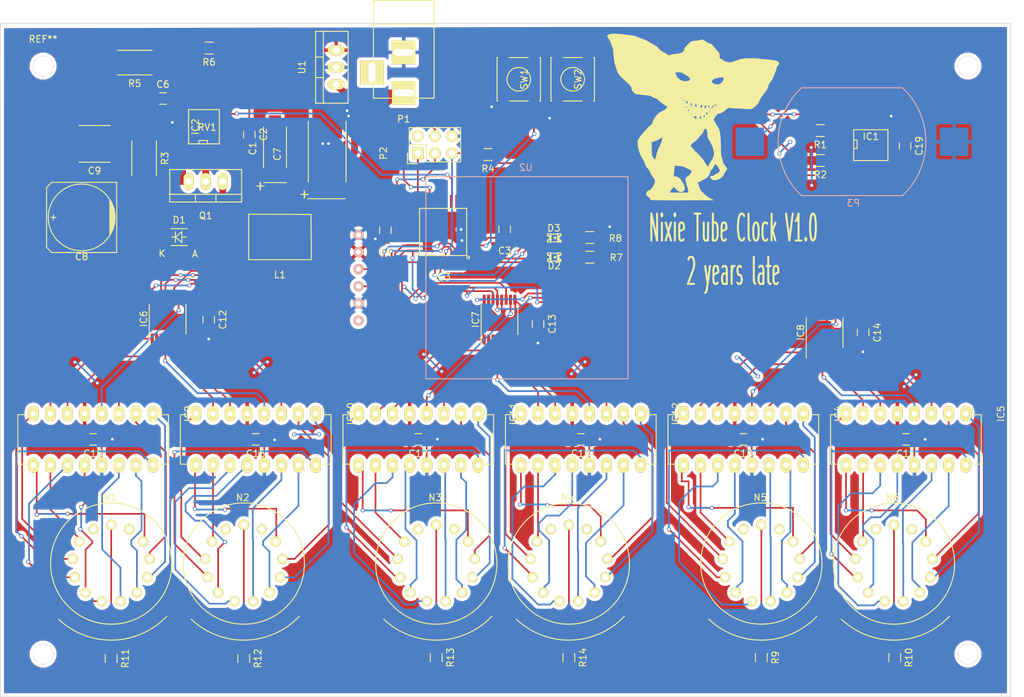
<source format=kicad_pcb>
(kicad_pcb (version 4) (host pcbnew "(2015-06-14 BZR 5747, Git dc9ebf3)-product")
  (layers (0 F.Cu signal) (31 B.Cu signal hide) (34 B.Paste user) (35 F.Paste user) (36 B.SilkS user) (37 F.SilkS user) (38 B.Mask user) (39 F.Mask user) (44 Edge.Cuts user))
  (net 0 "")
  (net 1 GND)
  (net 2 /12V)
  (net 3 +5V)
  (net 4 "Net-(C6-Pad2)")
  (net 5 /180V)
  (net 6 "Net-(D2-Pad1)")
  (net 7 "Net-(D3-Pad1)")
  (net 8 /RTC_SCL)
  (net 9 /RTC_SDA)
  (net 10 "Net-(IC1-Pad4)")
  (net 11 "Net-(IC1-Pad3)")
  (net 12 "Net-(IC1-Pad1)")
  (net 13 "Net-(IC2-Pad8)")
  (net 14 /SHDN)
  (net 15 "Net-(IC2-Pad3)")
  (net 16 "Net-(IC2-Pad1)")
  (net 17 "Net-(IC3-Pad7)")
  (net 18 "Net-(IC3-Pad8)")
  (net 19 "Net-(IC3-Pad10)")
  (net 20 "Net-(IC3-Pad12)")
  (net 21 "Net-(IC3-Pad13)")
  (net 22 "Net-(IC3-Pad14)")
  (net 23 /MOSI)
  (net 24 /MISO)
  (net 25 /SCK)
  (net 26 "Net-(IC3-Pad19)")
  (net 27 "Net-(IC3-Pad22)")
  (net 28 "Net-(IC3-Pad26)")
  (net 29 /RST)
  (net 30 /Nix5_8)
  (net 31 /Nix5_9)
  (net 32 /Nix5_A)
  (net 33 /Nix5_B)
  (net 34 /Nix5_C)
  (net 35 /Nix5_2)
  (net 36 /Nix5_0)
  (net 37 /Nix5_1)
  (net 38 /Nix5_5)
  (net 39 /Nix5_4)
  (net 40 /Nix5_6)
  (net 41 /Nix5_7)
  (net 42 /Nix5_3)
  (net 43 /Nix6_8)
  (net 44 /Nix6_9)
  (net 45 /Nix6_A)
  (net 46 /Nix6_D)
  (net 47 /Nix6_B)
  (net 48 /Nix6_C)
  (net 49 /Nix6_2)
  (net 50 /Nix6_0)
  (net 51 /Nix6_1)
  (net 52 /Nix6_5)
  (net 53 /Nix6_4)
  (net 54 /Nix6_6)
  (net 55 /Nix6_7)
  (net 56 /Nix6_3)
  (net 57 /Nix1_C)
  (net 58 /Nix1_B)
  (net 59 /Nix1_A)
  (net 60 /Nix2_D)
  (net 61 /Nix2_C)
  (net 62 /Nix2_B)
  (net 63 /Nix2_A)
  (net 64 /Nix1_D)
  (net 65 /Ser_RCLK)
  (net 66 /Ser_CLK)
  (net 67 "Net-(IC6-Pad16)")
  (net 68 /Nix3_C)
  (net 69 /Nix3_B)
  (net 70 /Nix3_A)
  (net 71 /Nix4_D)
  (net 72 /Nix4_C)
  (net 73 /Nix4_B)
  (net 74 /Nix4_A)
  (net 75 "Net-(IC7-Pad16)")
  (net 76 "Net-(IC8-Pad16)")
  (net 77 /Nix1_8)
  (net 78 /Nix1_9)
  (net 79 /Nix1_2)
  (net 80 /Nix1_0)
  (net 81 /Nix1_1)
  (net 82 /Nix1_5)
  (net 83 /Nix1_4)
  (net 84 /Nix1_6)
  (net 85 /Nix1_7)
  (net 86 /Nix1_3)
  (net 87 /Nix2_8)
  (net 88 /Nix2_9)
  (net 89 /Nix2_2)
  (net 90 /Nix2_0)
  (net 91 /Nix2_1)
  (net 92 /Nix2_5)
  (net 93 /Nix2_4)
  (net 94 /Nix2_6)
  (net 95 /Nix2_7)
  (net 96 /Nix2_3)
  (net 97 /Nix3_8)
  (net 98 /Nix3_9)
  (net 99 /Nix3_2)
  (net 100 /Nix3_0)
  (net 101 /Nix3_1)
  (net 102 /Nix3_5)
  (net 103 /Nix3_4)
  (net 104 /Nix3_6)
  (net 105 /Nix3_7)
  (net 106 /Nix3_3)
  (net 107 /Nix4_8)
  (net 108 /Nix4_9)
  (net 109 /Nix4_2)
  (net 110 /Nix4_0)
  (net 111 /Nix4_1)
  (net 112 /Nix4_5)
  (net 113 /Nix4_4)
  (net 114 /Nix4_6)
  (net 115 /Nix4_7)
  (net 116 /Nix4_3)
  (net 117 "Net-(N5-Pad1)")
  (net 118 "Net-(N6-Pad1)")
  (net 119 "Net-(N1-Pad1)")
  (net 120 "Net-(N2-Pad1)")
  (net 121 "Net-(N3-Pad1)")
  (net 122 "Net-(N4-Pad1)")
  (net 123 "Net-(N1-Pad2)")
  (net 124 "Net-(N1-Pad13)")
  (net 125 "Net-(N2-Pad2)")
  (net 126 "Net-(N2-Pad13)")
  (net 127 "Net-(N3-Pad2)")
  (net 128 "Net-(N3-Pad13)")
  (net 129 "Net-(N4-Pad2)")
  (net 130 "Net-(N4-Pad13)")
  (net 131 "Net-(N5-Pad2)")
  (net 132 "Net-(N5-Pad13)")
  (net 133 "Net-(N6-Pad2)")
  (net 134 "Net-(N6-Pad13)")
  (net 135 /Nix5_D)
  (net 136 /Nix3_D)
  (net 137 /VCC)
  (net 138 "Net-(R6-Pad2)")
  (net 139 "Net-(U2-Pad6)")
  (net 140 "Net-(D1-Pad2)")
  (net 141 /Ser_IN)
  (net 142 /LED1)
  (net 143 /LED2)
  (net 144 /Bat_Pos)
  (net 145 /GPS_Rx)
  (net 146 /GPS_Tx)
  (net 147 /SW2)
  (net 148 /SW1)
  (module Capacitors_SMD:C_0805_HandSoldering (layer F.Cu) (at 80.9625 75.5015 270)
    (fp_text reference C2 (at 0 -2.1 270) (layer F.SilkS))
    (fp_text value 100nF)
    (pad 1 smd rect (at -1.25 0 270) (size 1.5 1.25) (layers F.Cu F.Paste F.Mask) (net 1 GND))
    (pad 2 smd rect (at 1.25 0 270) (size 1.5 1.25) (layers F.Cu F.Paste F.Mask) (net 2 /12V))
  )
  (module Capacitors_SMD:C_0805_HandSoldering (layer F.Cu) (at 118.872 89.5985 270)
    (fp_text reference C3 (at 3.175 0 360) (layer F.SilkS))
    (fp_text value 100nF)
    (pad 1 smd rect (at -1.25 0 270) (size 1.5 1.25) (layers F.Cu F.Paste F.Mask) (net 3 +5V))
    (pad 2 smd rect (at 1.25 0 270) (size 1.5 1.25) (layers F.Cu F.Paste F.Mask) (net 1 GND))
  )
  (module Capacitors_SMD:C_0805_HandSoldering (layer F.Cu) (at 101.1555 89.7255 270)
    (fp_text reference C4 (at 3.175 0 360) (layer F.SilkS))
    (fp_text value 100nF)
    (pad 1 smd rect (at -1.25 0 270) (size 1.5 1.25) (layers F.Cu F.Paste F.Mask) (net 3 +5V))
    (pad 2 smd rect (at 1.25 0 270) (size 1.5 1.25) (layers F.Cu F.Paste F.Mask) (net 1 GND))
  )
  (module Capacitors_SMD:C_0805_HandSoldering (layer F.Cu) (at 68.1355 70.1675)
    (fp_text reference C6 (at 0 -2.1) (layer F.SilkS))
    (fp_text value 100nF)
    (pad 1 smd rect (at -1.25 0) (size 1.5 1.25) (layers F.Cu F.Paste F.Mask) (net 1 GND))
    (pad 2 smd rect (at 1.25 0) (size 1.5 1.25) (layers F.Cu F.Paste F.Mask) (net 4 "Net-(C6-Pad2)"))
  )
  (module Capacitors_SMD:C_0805_HandSoldering (layer F.Cu) (at 154.305 120.777 180)
    (fp_text reference C10 (at 0 -2.1 180) (layer F.SilkS))
    (fp_text value 100nF)
    (pad 1 smd rect (at -1.25 0 180) (size 1.5 1.25) (layers F.Cu F.Paste F.Mask) (net 1 GND))
    (pad 2 smd rect (at 1.25 0 180) (size 1.5 1.25) (layers F.Cu F.Paste F.Mask) (net 3 +5V))
  )
  (module Capacitors_SMD:C_0805_HandSoldering (layer F.Cu) (at 178.435 120.777 180)
    (fp_text reference C11 (at 0 -2.1 180) (layer F.SilkS))
    (fp_text value 100nF)
    (pad 1 smd rect (at -1.25 0 180) (size 1.5 1.25) (layers F.Cu F.Paste F.Mask) (net 1 GND))
    (pad 2 smd rect (at 1.25 0 180) (size 1.5 1.25) (layers F.Cu F.Paste F.Mask) (net 3 +5V))
  )
  (module Capacitors_SMD:C_0805_HandSoldering (layer F.Cu) (at 74.93 102.997 270)
    (fp_text reference C12 (at 0 -2.1 270) (layer F.SilkS))
    (fp_text value 100nF)
    (pad 1 smd rect (at -1.25 0 270) (size 1.5 1.25) (layers F.Cu F.Paste F.Mask) (net 3 +5V))
    (pad 2 smd rect (at 1.25 0 270) (size 1.5 1.25) (layers F.Cu F.Paste F.Mask) (net 1 GND))
  )
  (module Capacitors_SMD:C_0805_HandSoldering (layer F.Cu) (at 123.825 103.632 270)
    (fp_text reference C13 (at 0 -2.1 270) (layer F.SilkS))
    (fp_text value 100nF)
    (pad 1 smd rect (at -1.25 0 270) (size 1.5 1.25) (layers F.Cu F.Paste F.Mask) (net 3 +5V))
    (pad 2 smd rect (at 1.25 0 270) (size 1.5 1.25) (layers F.Cu F.Paste F.Mask) (net 1 GND))
  )
  (module Capacitors_SMD:C_0805_HandSoldering (layer F.Cu) (at 172.085 104.902 270)
    (fp_text reference C14 (at 0 -2.1 270) (layer F.SilkS))
    (fp_text value 100nF)
    (pad 1 smd rect (at -1.25 0 270) (size 1.5 1.25) (layers F.Cu F.Paste F.Mask) (net 3 +5V))
    (pad 2 smd rect (at 1.25 0 270) (size 1.5 1.25) (layers F.Cu F.Paste F.Mask) (net 1 GND))
  )
  (module Capacitors_SMD:C_0805_HandSoldering (layer F.Cu) (at 57.785 120.777 180)
    (fp_text reference C15 (at 0 -2.1 180) (layer F.SilkS))
    (fp_text value 100nF)
    (pad 1 smd rect (at -1.25 0 180) (size 1.5 1.25) (layers F.Cu F.Paste F.Mask) (net 1 GND))
    (pad 2 smd rect (at 1.25 0 180) (size 1.5 1.25) (layers F.Cu F.Paste F.Mask) (net 3 +5V))
  )
  (module Capacitors_SMD:C_0805_HandSoldering (layer F.Cu) (at 81.915 120.777 180)
    (fp_text reference C16 (at 0 -2.1 180) (layer F.SilkS))
    (fp_text value 100nF)
    (pad 1 smd rect (at -1.25 0 180) (size 1.5 1.25) (layers F.Cu F.Paste F.Mask) (net 1 GND))
    (pad 2 smd rect (at 1.25 0 180) (size 1.5 1.25) (layers F.Cu F.Paste F.Mask) (net 3 +5V))
  )
  (module Capacitors_SMD:C_0805_HandSoldering (layer F.Cu) (at 106.045 120.777 180)
    (fp_text reference C17 (at 0 -2.1 180) (layer F.SilkS))
    (fp_text value 100nF)
    (pad 1 smd rect (at -1.25 0 180) (size 1.5 1.25) (layers F.Cu F.Paste F.Mask) (net 1 GND))
    (pad 2 smd rect (at 1.25 0 180) (size 1.5 1.25) (layers F.Cu F.Paste F.Mask) (net 3 +5V))
  )
  (module Capacitors_SMD:C_0805_HandSoldering (layer F.Cu) (at 130.175 120.777 180)
    (fp_text reference C18 (at 0 -2.1 180) (layer F.SilkS))
    (fp_text value 100nF)
    (pad 1 smd rect (at -1.25 0 180) (size 1.5 1.25) (layers F.Cu F.Paste F.Mask) (net 1 GND))
    (pad 2 smd rect (at 1.25 0 180) (size 1.5 1.25) (layers F.Cu F.Paste F.Mask) (net 3 +5V))
  )
  (module LEDs:LED-0805 (layer F.Cu) (at 126.238 93.726 180)
    (fp_text reference D2 (at 0 -1.27 180) (layer F.SilkS))
    (fp_text value LED)
    (pad 2 smd rect (at 1.04902 0) (size 1.19888 1.19888) (layers F.Cu F.Paste F.Mask) (net 142 /LED1))
    (pad 1 smd rect (at -1.04902 0) (size 1.19888 1.19888) (layers F.Cu F.Paste F.Mask) (net 6 "Net-(D2-Pad1)"))
  )
  (module LEDs:LED-0805 (layer F.Cu) (at 126.238 90.8685 180)
    (fp_text reference D3 (at 0.0635 1.4605 180) (layer F.SilkS))
    (fp_text value LED)
    (pad 2 smd rect (at 1.04902 0) (size 1.19888 1.19888) (layers F.Cu F.Paste F.Mask) (net 143 /LED2))
    (pad 1 smd rect (at -1.04902 0) (size 1.19888 1.19888) (layers F.Cu F.Paste F.Mask) (net 7 "Net-(D3-Pad1)"))
  )
  (module SMD_Packages:SOIC-8-N (layer F.Cu) (at 173.228 77.089)
    (fp_text reference IC1 (at 0 -1.27) (layer F.SilkS))
    (fp_text value DS3231M)
    (pad 8 smd rect (at -1.905 -3.175) (size 0.508 1.143) (layers F.Cu F.Paste F.Mask) (net 8 /RTC_SCL))
    (pad 7 smd rect (at -0.635 -3.175) (size 0.508 1.143) (layers F.Cu F.Paste F.Mask) (net 9 /RTC_SDA))
    (pad 6 smd rect (at 0.635 -3.175) (size 0.508 1.143) (layers F.Cu F.Paste F.Mask) (net 144 /Bat_Pos))
    (pad 5 smd rect (at 1.905 -3.175) (size 0.508 1.143) (layers F.Cu F.Paste F.Mask) (net 1 GND))
    (pad 4 smd rect (at 1.905 3.175) (size 0.508 1.143) (layers F.Cu F.Paste F.Mask) (net 10 "Net-(IC1-Pad4)"))
    (pad 3 smd rect (at 0.635 3.175) (size 0.508 1.143) (layers F.Cu F.Paste F.Mask) (net 11 "Net-(IC1-Pad3)"))
    (pad 2 smd rect (at -0.635 3.175) (size 0.508 1.143) (layers F.Cu F.Paste F.Mask) (net 3 +5V))
    (pad 1 smd rect (at -1.905 3.175) (size 0.508 1.143) (layers F.Cu F.Paste F.Mask) (net 12 "Net-(IC1-Pad1)"))
  )
  (module SMD_Packages:SOIC-8-N (layer F.Cu) (at 74.2315 74.3585 90)
    (fp_text reference IC2 (at 0 -1.27 90) (layer F.SilkS))
    (fp_text value MAX1771)
    (pad 8 smd rect (at -1.905 -3.175 90) (size 0.508 1.143) (layers F.Cu F.Paste F.Mask) (net 13 "Net-(IC2-Pad8)"))
    (pad 7 smd rect (at -0.635 -3.175 90) (size 0.508 1.143) (layers F.Cu F.Paste F.Mask) (net 1 GND))
    (pad 6 smd rect (at 0.635 -3.175 90) (size 0.508 1.143) (layers F.Cu F.Paste F.Mask) (net 1 GND))
    (pad 5 smd rect (at 1.905 -3.175 90) (size 0.508 1.143) (layers F.Cu F.Paste F.Mask) (net 4 "Net-(C6-Pad2)"))
    (pad 4 smd rect (at 1.905 3.175 90) (size 0.508 1.143) (layers F.Cu F.Paste F.Mask) (net 14 /SHDN))
    (pad 3 smd rect (at 0.635 3.175 90) (size 0.508 1.143) (layers F.Cu F.Paste F.Mask) (net 15 "Net-(IC2-Pad3)"))
    (pad 2 smd rect (at -0.635 3.175 90) (size 0.508 1.143) (layers F.Cu F.Paste F.Mask) (net 2 /12V))
    (pad 1 smd rect (at -1.905 3.175 90) (size 0.508 1.143) (layers F.Cu F.Paste F.Mask) (net 16 "Net-(IC2-Pad1)"))
  )
  (module Housings_DIP:DIP-16_W7.62mm_LongPads (layer F.Cu) (at 163.195 116.967 270)
    (fp_text reference IC4 (at 0 -5.22 270) (layer F.SilkS))
    (fp_text value 74141)
    (pad 1 thru_hole oval (at 0 0 270) (size 2.3 1.6) (drill 0.8) (layers *.Cu *.Mask F.SilkS) (net 30 /Nix5_8))
    (pad 2 thru_hole oval (at 0 2.54 270) (size 2.3 1.6) (drill 0.8) (layers *.Cu *.Mask F.SilkS) (net 31 /Nix5_9))
    (pad 3 thru_hole oval (at 0 5.08 270) (size 2.3 1.6) (drill 0.8) (layers *.Cu *.Mask F.SilkS) (net 32 /Nix5_A))
    (pad 4 thru_hole oval (at 0 7.62 270) (size 2.3 1.6) (drill 0.8) (layers *.Cu *.Mask F.SilkS) (net 135 /Nix5_D))
    (pad 5 thru_hole oval (at 0 10.16 270) (size 2.3 1.6) (drill 0.8) (layers *.Cu *.Mask F.SilkS) (net 3 +5V))
    (pad 6 thru_hole oval (at 0 12.7 270) (size 2.3 1.6) (drill 0.8) (layers *.Cu *.Mask F.SilkS) (net 33 /Nix5_B))
    (pad 7 thru_hole oval (at 0 15.24 270) (size 2.3 1.6) (drill 0.8) (layers *.Cu *.Mask F.SilkS) (net 34 /Nix5_C))
    (pad 8 thru_hole oval (at 0 17.78 270) (size 2.3 1.6) (drill 0.8) (layers *.Cu *.Mask F.SilkS) (net 35 /Nix5_2))
    (pad 9 thru_hole oval (at 7.62 17.78 270) (size 2.3 1.6) (drill 0.8) (layers *.Cu *.Mask F.SilkS) (net 36 /Nix5_0))
    (pad 10 thru_hole oval (at 7.62 15.24 270) (size 2.3 1.6) (drill 0.8) (layers *.Cu *.Mask F.SilkS) (net 37 /Nix5_1))
    (pad 11 thru_hole oval (at 7.62 12.7 270) (size 2.3 1.6) (drill 0.8) (layers *.Cu *.Mask F.SilkS) (net 38 /Nix5_5))
    (pad 12 thru_hole oval (at 7.62 10.16 270) (size 2.3 1.6) (drill 0.8) (layers *.Cu *.Mask F.SilkS) (net 39 /Nix5_4))
    (pad 13 thru_hole oval (at 7.62 7.62 270) (size 2.3 1.6) (drill 0.8) (layers *.Cu *.Mask F.SilkS) (net 1 GND))
    (pad 14 thru_hole oval (at 7.62 5.08 270) (size 2.3 1.6) (drill 0.8) (layers *.Cu *.Mask F.SilkS) (net 40 /Nix5_6))
    (pad 15 thru_hole oval (at 7.62 2.54 270) (size 2.3 1.6) (drill 0.8) (layers *.Cu *.Mask F.SilkS) (net 41 /Nix5_7))
    (pad 16 thru_hole oval (at 7.62 0 270) (size 2.3 1.6) (drill 0.8) (layers *.Cu *.Mask F.SilkS) (net 42 /Nix5_3))
  )
  (module Housings_DIP:DIP-16_W7.62mm_LongPads (layer F.Cu) (at 187.325 116.967 270)
    (fp_text reference IC5 (at 0 -5.22 270) (layer F.SilkS))
    (fp_text value 74141)
    (pad 1 thru_hole oval (at 0 0 270) (size 2.3 1.6) (drill 0.8) (layers *.Cu *.Mask F.SilkS) (net 43 /Nix6_8))
    (pad 2 thru_hole oval (at 0 2.54 270) (size 2.3 1.6) (drill 0.8) (layers *.Cu *.Mask F.SilkS) (net 44 /Nix6_9))
    (pad 3 thru_hole oval (at 0 5.08 270) (size 2.3 1.6) (drill 0.8) (layers *.Cu *.Mask F.SilkS) (net 45 /Nix6_A))
    (pad 4 thru_hole oval (at 0 7.62 270) (size 2.3 1.6) (drill 0.8) (layers *.Cu *.Mask F.SilkS) (net 46 /Nix6_D))
    (pad 5 thru_hole oval (at 0 10.16 270) (size 2.3 1.6) (drill 0.8) (layers *.Cu *.Mask F.SilkS) (net 3 +5V))
    (pad 6 thru_hole oval (at 0 12.7 270) (size 2.3 1.6) (drill 0.8) (layers *.Cu *.Mask F.SilkS) (net 47 /Nix6_B))
    (pad 7 thru_hole oval (at 0 15.24 270) (size 2.3 1.6) (drill 0.8) (layers *.Cu *.Mask F.SilkS) (net 48 /Nix6_C))
    (pad 8 thru_hole oval (at 0 17.78 270) (size 2.3 1.6) (drill 0.8) (layers *.Cu *.Mask F.SilkS) (net 49 /Nix6_2))
    (pad 9 thru_hole oval (at 7.62 17.78 270) (size 2.3 1.6) (drill 0.8) (layers *.Cu *.Mask F.SilkS) (net 50 /Nix6_0))
    (pad 10 thru_hole oval (at 7.62 15.24 270) (size 2.3 1.6) (drill 0.8) (layers *.Cu *.Mask F.SilkS) (net 51 /Nix6_1))
    (pad 11 thru_hole oval (at 7.62 12.7 270) (size 2.3 1.6) (drill 0.8) (layers *.Cu *.Mask F.SilkS) (net 52 /Nix6_5))
    (pad 12 thru_hole oval (at 7.62 10.16 270) (size 2.3 1.6) (drill 0.8) (layers *.Cu *.Mask F.SilkS) (net 53 /Nix6_4))
    (pad 13 thru_hole oval (at 7.62 7.62 270) (size 2.3 1.6) (drill 0.8) (layers *.Cu *.Mask F.SilkS) (net 1 GND))
    (pad 14 thru_hole oval (at 7.62 5.08 270) (size 2.3 1.6) (drill 0.8) (layers *.Cu *.Mask F.SilkS) (net 54 /Nix6_6))
    (pad 15 thru_hole oval (at 7.62 2.54 270) (size 2.3 1.6) (drill 0.8) (layers *.Cu *.Mask F.SilkS) (net 55 /Nix6_7))
    (pad 16 thru_hole oval (at 7.62 0 270) (size 2.3 1.6) (drill 0.8) (layers *.Cu *.Mask F.SilkS) (net 56 /Nix6_3))
  )
  (module Housings_SSOP:TSSOP-16_4.4x5mm_Pitch0.65mm (layer F.Cu) (at 68.834 102.87 90)
    (fp_text reference IC6 (at 0 -3.55 90) (layer F.SilkS))
    (fp_text value SN74AHC594)
    (pad 1 smd rect (at -2.95 -2.275 90) (size 1.5 0.45) (layers F.Cu F.Paste F.Mask) (net 57 /Nix1_C))
    (pad 2 smd rect (at -2.95 -1.625 90) (size 1.5 0.45) (layers F.Cu F.Paste F.Mask) (net 58 /Nix1_B))
    (pad 3 smd rect (at -2.95 -0.975 90) (size 1.5 0.45) (layers F.Cu F.Paste F.Mask) (net 59 /Nix1_A))
    (pad 4 smd rect (at -2.95 -0.325 90) (size 1.5 0.45) (layers F.Cu F.Paste F.Mask) (net 60 /Nix2_D))
    (pad 5 smd rect (at -2.95 0.325 90) (size 1.5 0.45) (layers F.Cu F.Paste F.Mask) (net 61 /Nix2_C))
    (pad 6 smd rect (at -2.95 0.975 90) (size 1.5 0.45) (layers F.Cu F.Paste F.Mask) (net 62 /Nix2_B))
    (pad 7 smd rect (at -2.95 1.625 90) (size 1.5 0.45) (layers F.Cu F.Paste F.Mask) (net 63 /Nix2_A))
    (pad 8 smd rect (at -2.95 2.275 90) (size 1.5 0.45) (layers F.Cu F.Paste F.Mask) (net 1 GND))
    (pad 9 smd rect (at 2.95 2.275 90) (size 1.5 0.45) (layers F.Cu F.Paste F.Mask) (net 3 +5V))
    (pad 10 smd rect (at 2.95 1.625 90) (size 1.5 0.45) (layers F.Cu F.Paste F.Mask) (net 64 /Nix1_D))
    (pad 11 smd rect (at 2.95 0.975 90) (size 1.5 0.45) (layers F.Cu F.Paste F.Mask) (net 141 /Ser_IN))
    (pad 12 smd rect (at 2.95 0.325 90) (size 1.5 0.45) (layers F.Cu F.Paste F.Mask) (net 3 +5V))
    (pad 13 smd rect (at 2.95 -0.325 90) (size 1.5 0.45) (layers F.Cu F.Paste F.Mask) (net 65 /Ser_RCLK))
    (pad 14 smd rect (at 2.95 -0.975 90) (size 1.5 0.45) (layers F.Cu F.Paste F.Mask) (net 66 /Ser_CLK))
    (pad 15 smd rect (at 2.95 -1.625 90) (size 1.5 0.45) (layers F.Cu F.Paste F.Mask) (net 3 +5V))
    (pad 16 smd rect (at 2.95 -2.275 90) (size 1.5 0.45) (layers F.Cu F.Paste F.Mask) (net 67 "Net-(IC6-Pad16)"))
  )
  (module Housings_SSOP:TSSOP-16_4.4x5mm_Pitch0.65mm (layer F.Cu) (at 118.11 102.997 90)
    (fp_text reference IC7 (at 0 -3.55 90) (layer F.SilkS))
    (fp_text value SN74AHC594)
    (pad 1 smd rect (at -2.95 -2.275 90) (size 1.5 0.45) (layers F.Cu F.Paste F.Mask) (net 68 /Nix3_C))
    (pad 2 smd rect (at -2.95 -1.625 90) (size 1.5 0.45) (layers F.Cu F.Paste F.Mask) (net 69 /Nix3_B))
    (pad 3 smd rect (at -2.95 -0.975 90) (size 1.5 0.45) (layers F.Cu F.Paste F.Mask) (net 70 /Nix3_A))
    (pad 4 smd rect (at -2.95 -0.325 90) (size 1.5 0.45) (layers F.Cu F.Paste F.Mask) (net 71 /Nix4_D))
    (pad 5 smd rect (at -2.95 0.325 90) (size 1.5 0.45) (layers F.Cu F.Paste F.Mask) (net 72 /Nix4_C))
    (pad 6 smd rect (at -2.95 0.975 90) (size 1.5 0.45) (layers F.Cu F.Paste F.Mask) (net 73 /Nix4_B))
    (pad 7 smd rect (at -2.95 1.625 90) (size 1.5 0.45) (layers F.Cu F.Paste F.Mask) (net 74 /Nix4_A))
    (pad 8 smd rect (at -2.95 2.275 90) (size 1.5 0.45) (layers F.Cu F.Paste F.Mask) (net 1 GND))
    (pad 9 smd rect (at 2.95 2.275 90) (size 1.5 0.45) (layers F.Cu F.Paste F.Mask) (net 3 +5V))
    (pad 10 smd rect (at 2.95 1.625 90) (size 1.5 0.45) (layers F.Cu F.Paste F.Mask) (net 136 /Nix3_D))
    (pad 11 smd rect (at 2.95 0.975 90) (size 1.5 0.45) (layers F.Cu F.Paste F.Mask) (net 67 "Net-(IC6-Pad16)"))
    (pad 12 smd rect (at 2.95 0.325 90) (size 1.5 0.45) (layers F.Cu F.Paste F.Mask) (net 3 +5V))
    (pad 13 smd rect (at 2.95 -0.325 90) (size 1.5 0.45) (layers F.Cu F.Paste F.Mask) (net 65 /Ser_RCLK))
    (pad 14 smd rect (at 2.95 -0.975 90) (size 1.5 0.45) (layers F.Cu F.Paste F.Mask) (net 66 /Ser_CLK))
    (pad 15 smd rect (at 2.95 -1.625 90) (size 1.5 0.45) (layers F.Cu F.Paste F.Mask) (net 3 +5V))
    (pad 16 smd rect (at 2.95 -2.275 90) (size 1.5 0.45) (layers F.Cu F.Paste F.Mask) (net 75 "Net-(IC7-Pad16)"))
  )
  (module Housings_SSOP:TSSOP-16_4.4x5mm_Pitch0.65mm (layer F.Cu) (at 166.37 104.902 90)
    (fp_text reference IC8 (at 0 -3.55 90) (layer F.SilkS))
    (fp_text value SN74AHC594)
    (pad 1 smd rect (at -2.95 -2.275 90) (size 1.5 0.45) (layers F.Cu F.Paste F.Mask) (net 34 /Nix5_C))
    (pad 2 smd rect (at -2.95 -1.625 90) (size 1.5 0.45) (layers F.Cu F.Paste F.Mask) (net 33 /Nix5_B))
    (pad 3 smd rect (at -2.95 -0.975 90) (size 1.5 0.45) (layers F.Cu F.Paste F.Mask) (net 32 /Nix5_A))
    (pad 4 smd rect (at -2.95 -0.325 90) (size 1.5 0.45) (layers F.Cu F.Paste F.Mask) (net 46 /Nix6_D))
    (pad 5 smd rect (at -2.95 0.325 90) (size 1.5 0.45) (layers F.Cu F.Paste F.Mask) (net 48 /Nix6_C))
    (pad 6 smd rect (at -2.95 0.975 90) (size 1.5 0.45) (layers F.Cu F.Paste F.Mask) (net 47 /Nix6_B))
    (pad 7 smd rect (at -2.95 1.625 90) (size 1.5 0.45) (layers F.Cu F.Paste F.Mask) (net 45 /Nix6_A))
    (pad 8 smd rect (at -2.95 2.275 90) (size 1.5 0.45) (layers F.Cu F.Paste F.Mask) (net 1 GND))
    (pad 9 smd rect (at 2.95 2.275 90) (size 1.5 0.45) (layers F.Cu F.Paste F.Mask) (net 3 +5V))
    (pad 10 smd rect (at 2.95 1.625 90) (size 1.5 0.45) (layers F.Cu F.Paste F.Mask) (net 135 /Nix5_D))
    (pad 11 smd rect (at 2.95 0.975 90) (size 1.5 0.45) (layers F.Cu F.Paste F.Mask) (net 75 "Net-(IC7-Pad16)"))
    (pad 12 smd rect (at 2.95 0.325 90) (size 1.5 0.45) (layers F.Cu F.Paste F.Mask) (net 3 +5V))
    (pad 13 smd rect (at 2.95 -0.325 90) (size 1.5 0.45) (layers F.Cu F.Paste F.Mask) (net 65 /Ser_RCLK))
    (pad 14 smd rect (at 2.95 -0.975 90) (size 1.5 0.45) (layers F.Cu F.Paste F.Mask) (net 66 /Ser_CLK))
    (pad 15 smd rect (at 2.95 -1.625 90) (size 1.5 0.45) (layers F.Cu F.Paste F.Mask) (net 3 +5V))
    (pad 16 smd rect (at 2.95 -2.275 90) (size 1.5 0.45) (layers F.Cu F.Paste F.Mask) (net 76 "Net-(IC8-Pad16)"))
  )
  (module Housings_DIP:DIP-16_W7.62mm_LongPads (layer F.Cu) (at 66.675 116.967 270)
    (fp_text reference IC9 (at 0 -5.22 270) (layer F.SilkS))
    (fp_text value 74141)
    (pad 1 thru_hole oval (at 0 0 270) (size 2.3 1.6) (drill 0.8) (layers *.Cu *.Mask F.SilkS) (net 77 /Nix1_8))
    (pad 2 thru_hole oval (at 0 2.54 270) (size 2.3 1.6) (drill 0.8) (layers *.Cu *.Mask F.SilkS) (net 78 /Nix1_9))
    (pad 3 thru_hole oval (at 0 5.08 270) (size 2.3 1.6) (drill 0.8) (layers *.Cu *.Mask F.SilkS) (net 59 /Nix1_A))
    (pad 4 thru_hole oval (at 0 7.62 270) (size 2.3 1.6) (drill 0.8) (layers *.Cu *.Mask F.SilkS) (net 64 /Nix1_D))
    (pad 5 thru_hole oval (at 0 10.16 270) (size 2.3 1.6) (drill 0.8) (layers *.Cu *.Mask F.SilkS) (net 3 +5V))
    (pad 6 thru_hole oval (at 0 12.7 270) (size 2.3 1.6) (drill 0.8) (layers *.Cu *.Mask F.SilkS) (net 58 /Nix1_B))
    (pad 7 thru_hole oval (at 0 15.24 270) (size 2.3 1.6) (drill 0.8) (layers *.Cu *.Mask F.SilkS) (net 57 /Nix1_C))
    (pad 8 thru_hole oval (at 0 17.78 270) (size 2.3 1.6) (drill 0.8) (layers *.Cu *.Mask F.SilkS) (net 79 /Nix1_2))
    (pad 9 thru_hole oval (at 7.62 17.78 270) (size 2.3 1.6) (drill 0.8) (layers *.Cu *.Mask F.SilkS) (net 80 /Nix1_0))
    (pad 10 thru_hole oval (at 7.62 15.24 270) (size 2.3 1.6) (drill 0.8) (layers *.Cu *.Mask F.SilkS) (net 81 /Nix1_1))
    (pad 11 thru_hole oval (at 7.62 12.7 270) (size 2.3 1.6) (drill 0.8) (layers *.Cu *.Mask F.SilkS) (net 82 /Nix1_5))
    (pad 12 thru_hole oval (at 7.62 10.16 270) (size 2.3 1.6) (drill 0.8) (layers *.Cu *.Mask F.SilkS) (net 83 /Nix1_4))
    (pad 13 thru_hole oval (at 7.62 7.62 270) (size 2.3 1.6) (drill 0.8) (layers *.Cu *.Mask F.SilkS) (net 1 GND))
    (pad 14 thru_hole oval (at 7.62 5.08 270) (size 2.3 1.6) (drill 0.8) (layers *.Cu *.Mask F.SilkS) (net 84 /Nix1_6))
    (pad 15 thru_hole oval (at 7.62 2.54 270) (size 2.3 1.6) (drill 0.8) (layers *.Cu *.Mask F.SilkS) (net 85 /Nix1_7))
    (pad 16 thru_hole oval (at 7.62 0 270) (size 2.3 1.6) (drill 0.8) (layers *.Cu *.Mask F.SilkS) (net 86 /Nix1_3))
  )
  (module Housings_DIP:DIP-16_W7.62mm_LongPads (layer F.Cu) (at 90.805 116.967 270)
    (fp_text reference IC10 (at 0 -5.22 270) (layer F.SilkS))
    (fp_text value 74141)
    (pad 1 thru_hole oval (at 0 0 270) (size 2.3 1.6) (drill 0.8) (layers *.Cu *.Mask F.SilkS) (net 87 /Nix2_8))
    (pad 2 thru_hole oval (at 0 2.54 270) (size 2.3 1.6) (drill 0.8) (layers *.Cu *.Mask F.SilkS) (net 88 /Nix2_9))
    (pad 3 thru_hole oval (at 0 5.08 270) (size 2.3 1.6) (drill 0.8) (layers *.Cu *.Mask F.SilkS) (net 63 /Nix2_A))
    (pad 4 thru_hole oval (at 0 7.62 270) (size 2.3 1.6) (drill 0.8) (layers *.Cu *.Mask F.SilkS) (net 60 /Nix2_D))
    (pad 5 thru_hole oval (at 0 10.16 270) (size 2.3 1.6) (drill 0.8) (layers *.Cu *.Mask F.SilkS) (net 3 +5V))
    (pad 6 thru_hole oval (at 0 12.7 270) (size 2.3 1.6) (drill 0.8) (layers *.Cu *.Mask F.SilkS) (net 62 /Nix2_B))
    (pad 7 thru_hole oval (at 0 15.24 270) (size 2.3 1.6) (drill 0.8) (layers *.Cu *.Mask F.SilkS) (net 61 /Nix2_C))
    (pad 8 thru_hole oval (at 0 17.78 270) (size 2.3 1.6) (drill 0.8) (layers *.Cu *.Mask F.SilkS) (net 89 /Nix2_2))
    (pad 9 thru_hole oval (at 7.62 17.78 270) (size 2.3 1.6) (drill 0.8) (layers *.Cu *.Mask F.SilkS) (net 90 /Nix2_0))
    (pad 10 thru_hole oval (at 7.62 15.24 270) (size 2.3 1.6) (drill 0.8) (layers *.Cu *.Mask F.SilkS) (net 91 /Nix2_1))
    (pad 11 thru_hole oval (at 7.62 12.7 270) (size 2.3 1.6) (drill 0.8) (layers *.Cu *.Mask F.SilkS) (net 92 /Nix2_5))
    (pad 12 thru_hole oval (at 7.62 10.16 270) (size 2.3 1.6) (drill 0.8) (layers *.Cu *.Mask F.SilkS) (net 93 /Nix2_4))
    (pad 13 thru_hole oval (at 7.62 7.62 270) (size 2.3 1.6) (drill 0.8) (layers *.Cu *.Mask F.SilkS) (net 1 GND))
    (pad 14 thru_hole oval (at 7.62 5.08 270) (size 2.3 1.6) (drill 0.8) (layers *.Cu *.Mask F.SilkS) (net 94 /Nix2_6))
    (pad 15 thru_hole oval (at 7.62 2.54 270) (size 2.3 1.6) (drill 0.8) (layers *.Cu *.Mask F.SilkS) (net 95 /Nix2_7))
    (pad 16 thru_hole oval (at 7.62 0 270) (size 2.3 1.6) (drill 0.8) (layers *.Cu *.Mask F.SilkS) (net 96 /Nix2_3))
  )
  (module Housings_DIP:DIP-16_W7.62mm_LongPads (layer F.Cu) (at 114.935 116.967 270)
    (fp_text reference IC11 (at 0 -5.22 270) (layer F.SilkS))
    (fp_text value 74141)
    (pad 1 thru_hole oval (at 0 0 270) (size 2.3 1.6) (drill 0.8) (layers *.Cu *.Mask F.SilkS) (net 97 /Nix3_8))
    (pad 2 thru_hole oval (at 0 2.54 270) (size 2.3 1.6) (drill 0.8) (layers *.Cu *.Mask F.SilkS) (net 98 /Nix3_9))
    (pad 3 thru_hole oval (at 0 5.08 270) (size 2.3 1.6) (drill 0.8) (layers *.Cu *.Mask F.SilkS) (net 70 /Nix3_A))
    (pad 4 thru_hole oval (at 0 7.62 270) (size 2.3 1.6) (drill 0.8) (layers *.Cu *.Mask F.SilkS) (net 136 /Nix3_D))
    (pad 5 thru_hole oval (at 0 10.16 270) (size 2.3 1.6) (drill 0.8) (layers *.Cu *.Mask F.SilkS) (net 3 +5V))
    (pad 6 thru_hole oval (at 0 12.7 270) (size 2.3 1.6) (drill 0.8) (layers *.Cu *.Mask F.SilkS) (net 69 /Nix3_B))
    (pad 7 thru_hole oval (at 0 15.24 270) (size 2.3 1.6) (drill 0.8) (layers *.Cu *.Mask F.SilkS) (net 68 /Nix3_C))
    (pad 8 thru_hole oval (at 0 17.78 270) (size 2.3 1.6) (drill 0.8) (layers *.Cu *.Mask F.SilkS) (net 99 /Nix3_2))
    (pad 9 thru_hole oval (at 7.62 17.78 270) (size 2.3 1.6) (drill 0.8) (layers *.Cu *.Mask F.SilkS) (net 100 /Nix3_0))
    (pad 10 thru_hole oval (at 7.62 15.24 270) (size 2.3 1.6) (drill 0.8) (layers *.Cu *.Mask F.SilkS) (net 101 /Nix3_1))
    (pad 11 thru_hole oval (at 7.62 12.7 270) (size 2.3 1.6) (drill 0.8) (layers *.Cu *.Mask F.SilkS) (net 102 /Nix3_5))
    (pad 12 thru_hole oval (at 7.62 10.16 270) (size 2.3 1.6) (drill 0.8) (layers *.Cu *.Mask F.SilkS) (net 103 /Nix3_4))
    (pad 13 thru_hole oval (at 7.62 7.62 270) (size 2.3 1.6) (drill 0.8) (layers *.Cu *.Mask F.SilkS) (net 1 GND))
    (pad 14 thru_hole oval (at 7.62 5.08 270) (size 2.3 1.6) (drill 0.8) (layers *.Cu *.Mask F.SilkS) (net 104 /Nix3_6))
    (pad 15 thru_hole oval (at 7.62 2.54 270) (size 2.3 1.6) (drill 0.8) (layers *.Cu *.Mask F.SilkS) (net 105 /Nix3_7))
    (pad 16 thru_hole oval (at 7.62 0 270) (size 2.3 1.6) (drill 0.8) (layers *.Cu *.Mask F.SilkS) (net 106 /Nix3_3))
  )
  (module Housings_DIP:DIP-16_W7.62mm_LongPads (layer F.Cu) (at 139.065 116.967 270)
    (fp_text reference IC12 (at 0 -5.22 270) (layer F.SilkS))
    (fp_text value 74141)
    (pad 1 thru_hole oval (at 0 0 270) (size 2.3 1.6) (drill 0.8) (layers *.Cu *.Mask F.SilkS) (net 107 /Nix4_8))
    (pad 2 thru_hole oval (at 0 2.54 270) (size 2.3 1.6) (drill 0.8) (layers *.Cu *.Mask F.SilkS) (net 108 /Nix4_9))
    (pad 3 thru_hole oval (at 0 5.08 270) (size 2.3 1.6) (drill 0.8) (layers *.Cu *.Mask F.SilkS) (net 74 /Nix4_A))
    (pad 4 thru_hole oval (at 0 7.62 270) (size 2.3 1.6) (drill 0.8) (layers *.Cu *.Mask F.SilkS) (net 71 /Nix4_D))
    (pad 5 thru_hole oval (at 0 10.16 270) (size 2.3 1.6) (drill 0.8) (layers *.Cu *.Mask F.SilkS) (net 3 +5V))
    (pad 6 thru_hole oval (at 0 12.7 270) (size 2.3 1.6) (drill 0.8) (layers *.Cu *.Mask F.SilkS) (net 73 /Nix4_B))
    (pad 7 thru_hole oval (at 0 15.24 270) (size 2.3 1.6) (drill 0.8) (layers *.Cu *.Mask F.SilkS) (net 72 /Nix4_C))
    (pad 8 thru_hole oval (at 0 17.78 270) (size 2.3 1.6) (drill 0.8) (layers *.Cu *.Mask F.SilkS) (net 109 /Nix4_2))
    (pad 9 thru_hole oval (at 7.62 17.78 270) (size 2.3 1.6) (drill 0.8) (layers *.Cu *.Mask F.SilkS) (net 110 /Nix4_0))
    (pad 10 thru_hole oval (at 7.62 15.24 270) (size 2.3 1.6) (drill 0.8) (layers *.Cu *.Mask F.SilkS) (net 111 /Nix4_1))
    (pad 11 thru_hole oval (at 7.62 12.7 270) (size 2.3 1.6) (drill 0.8) (layers *.Cu *.Mask F.SilkS) (net 112 /Nix4_5))
    (pad 12 thru_hole oval (at 7.62 10.16 270) (size 2.3 1.6) (drill 0.8) (layers *.Cu *.Mask F.SilkS) (net 113 /Nix4_4))
    (pad 13 thru_hole oval (at 7.62 7.62 270) (size 2.3 1.6) (drill 0.8) (layers *.Cu *.Mask F.SilkS) (net 1 GND))
    (pad 14 thru_hole oval (at 7.62 5.08 270) (size 2.3 1.6) (drill 0.8) (layers *.Cu *.Mask F.SilkS) (net 114 /Nix4_6))
    (pad 15 thru_hole oval (at 7.62 2.54 270) (size 2.3 1.6) (drill 0.8) (layers *.Cu *.Mask F.SilkS) (net 115 /Nix4_7))
    (pad 16 thru_hole oval (at 7.62 0 270) (size 2.3 1.6) (drill 0.8) (layers *.Cu *.Mask F.SilkS) (net 116 /Nix4_3))
  )
  (module Resistors_SMD:R_0805_HandSoldering (layer F.Cu) (at 165.735 74.93 180)
    (fp_text reference R1 (at 0 -2.1 180) (layer F.SilkS))
    (fp_text value 4k7)
    (pad 1 smd rect (at -1.35 0 180) (size 1.5 1.3) (layers F.Cu F.Paste F.Mask) (net 8 /RTC_SCL))
    (pad 2 smd rect (at 1.35 0 180) (size 1.5 1.3) (layers F.Cu F.Paste F.Mask) (net 3 +5V))
  )
  (module Resistors_SMD:R_0805_HandSoldering (layer F.Cu) (at 165.735 79.375 180)
    (fp_text reference R2 (at 0 -2.1 180) (layer F.SilkS))
    (fp_text value 4k7)
    (pad 1 smd rect (at -1.35 0 180) (size 1.5 1.3) (layers F.Cu F.Paste F.Mask) (net 9 /RTC_SDA))
    (pad 2 smd rect (at 1.35 0 180) (size 1.5 1.3) (layers F.Cu F.Paste F.Mask) (net 3 +5V))
  )
  (module Resistors_SMD:R_0805_HandSoldering (layer F.Cu) (at 131.5085 93.726)
    (fp_text reference R7 (at 3.937 0.0635) (layer F.SilkS))
    (fp_text value R250)
    (pad 1 smd rect (at -1.35 0) (size 1.5 1.3) (layers F.Cu F.Paste F.Mask) (net 6 "Net-(D2-Pad1)"))
    (pad 2 smd rect (at 1.35 0) (size 1.5 1.3) (layers F.Cu F.Paste F.Mask) (net 1 GND))
  )
  (module Resistors_SMD:R_0805_HandSoldering (layer F.Cu) (at 131.5085 90.805)
    (fp_text reference R8 (at 3.81 0.127) (layer F.SilkS))
    (fp_text value R250)
    (pad 1 smd rect (at -1.35 0) (size 1.5 1.3) (layers F.Cu F.Paste F.Mask) (net 7 "Net-(D3-Pad1)"))
    (pad 2 smd rect (at 1.35 0) (size 1.5 1.3) (layers F.Cu F.Paste F.Mask) (net 1 GND))
  )
  (module Resistors_SMD:R_0805_HandSoldering (layer F.Cu) (at 156.972 153.162 270)
    (fp_text reference R9 (at 0 -2.1 270) (layer F.SilkS))
    (fp_text value R180k)
    (pad 1 smd rect (at -1.35 0 270) (size 1.5 1.3) (layers F.Cu F.Paste F.Mask) (net 117 "Net-(N5-Pad1)"))
    (pad 2 smd rect (at 1.35 0 270) (size 1.5 1.3) (layers F.Cu F.Paste F.Mask) (net 5 /180V))
  )
  (module Resistors_SMD:R_0805_HandSoldering (layer F.Cu) (at 176.784 153.162 270)
    (fp_text reference R10 (at 0 -2.1 270) (layer F.SilkS))
    (fp_text value R180k)
    (pad 1 smd rect (at -1.35 0 270) (size 1.5 1.3) (layers F.Cu F.Paste F.Mask) (net 118 "Net-(N6-Pad1)"))
    (pad 2 smd rect (at 1.35 0 270) (size 1.5 1.3) (layers F.Cu F.Paste F.Mask) (net 5 /180V))
  )
  (module Resistors_SMD:R_0805_HandSoldering (layer F.Cu) (at 60.452 153.289 270)
    (fp_text reference R11 (at 0 -2.1 270) (layer F.SilkS))
    (fp_text value R180k)
    (pad 1 smd rect (at -1.35 0 270) (size 1.5 1.3) (layers F.Cu F.Paste F.Mask) (net 119 "Net-(N1-Pad1)"))
    (pad 2 smd rect (at 1.35 0 270) (size 1.5 1.3) (layers F.Cu F.Paste F.Mask) (net 5 /180V))
  )
  (module Resistors_SMD:R_0805_HandSoldering (layer F.Cu) (at 80.137 153.289 270)
    (fp_text reference R12 (at 0 -2.1 270) (layer F.SilkS))
    (fp_text value R180k)
    (pad 1 smd rect (at -1.35 0 270) (size 1.5 1.3) (layers F.Cu F.Paste F.Mask) (net 120 "Net-(N2-Pad1)"))
    (pad 2 smd rect (at 1.35 0 270) (size 1.5 1.3) (layers F.Cu F.Paste F.Mask) (net 5 /180V))
  )
  (module Resistors_SMD:R_0805_HandSoldering (layer F.Cu) (at 108.712 153.162 270)
    (fp_text reference R13 (at 0 -2.1 270) (layer F.SilkS))
    (fp_text value R180k)
    (pad 1 smd rect (at -1.35 0 270) (size 1.5 1.3) (layers F.Cu F.Paste F.Mask) (net 121 "Net-(N3-Pad1)"))
    (pad 2 smd rect (at 1.35 0 270) (size 1.5 1.3) (layers F.Cu F.Paste F.Mask) (net 5 /180V))
  )
  (module Resistors_SMD:R_0805_HandSoldering (layer F.Cu) (at 128.397 153.162 270)
    (fp_text reference R14 (at 0 -2.1 270) (layer F.SilkS))
    (fp_text value R180k)
    (pad 1 smd rect (at -1.35 0 270) (size 1.5 1.3) (layers F.Cu F.Paste F.Mask) (net 122 "Net-(N4-Pad1)"))
    (pad 2 smd rect (at 1.35 0 270) (size 1.5 1.3) (layers F.Cu F.Paste F.Mask) (net 5 /180V))
  )
  (module NixieProjFootprints:Nixie_IN14 (layer F.Cu) (at 60.325 139.192)
    (fp_text reference N1 (at -0.03 -9.78 180) (layer F.SilkS))
    (fp_text value Nixie_IN-14)
    (pad 1 thru_hole circle (at 0.135 -5.735 180) (size 1.524 1.524) (drill 0.9) (layers *.Cu *.Mask F.SilkS) (net 119 "Net-(N1-Pad1)"))
    (pad 2 thru_hole circle (at -2.535 -5.075 180) (size 1.524 1.524) (drill 0.9) (layers *.Cu *.Mask F.SilkS) (net 123 "Net-(N1-Pad2)"))
    (pad 3 thru_hole circle (at -4.595 -3.255 180) (size 1.524 1.524) (drill 0.9) (layers *.Cu *.Mask F.SilkS) (net 81 /Nix1_1))
    (pad 4 thru_hole circle (at -5.575 -0.675 180) (size 1.524 1.524) (drill 0.9) (layers *.Cu *.Mask F.SilkS) (net 79 /Nix1_2))
    (pad 5 thru_hole circle (at -5.245 2.055 180) (size 1.524 1.524) (drill 0.9) (layers *.Cu *.Mask F.SilkS) (net 86 /Nix1_3))
    (pad 6 thru_hole circle (at -3.675 4.315 180) (size 1.524 1.524) (drill 0.9) (layers *.Cu *.Mask F.SilkS) (net 83 /Nix1_4))
    (pad 7 thru_hole circle (at -1.245 5.595 180) (size 1.524 1.524) (drill 0.9) (layers *.Cu *.Mask F.SilkS) (net 82 /Nix1_5))
    (pad 8 thru_hole circle (at 1.515 5.595 180) (size 1.524 1.524) (drill 0.9) (layers *.Cu *.Mask F.SilkS) (net 84 /Nix1_6))
    (pad 9 thru_hole circle (at 3.945 4.315 180) (size 1.524 1.524) (drill 0.9) (layers *.Cu *.Mask F.SilkS) (net 85 /Nix1_7))
    (pad 10 thru_hole circle (at 5.515 2.055 180) (size 1.524 1.524) (drill 0.9) (layers *.Cu *.Mask F.SilkS) (net 77 /Nix1_8))
    (pad 11 thru_hole circle (at 5.845 -0.675 180) (size 1.524 1.524) (drill 0.9) (layers *.Cu *.Mask F.SilkS) (net 78 /Nix1_9))
    (pad 12 thru_hole circle (at 4.865 -3.255 180) (size 1.524 1.524) (drill 0.9) (layers *.Cu *.Mask F.SilkS) (net 80 /Nix1_0))
    (pad 13 thru_hole circle (at 2.805 -5.075 180) (size 1.524 1.524) (drill 0.9) (layers *.Cu *.Mask F.SilkS) (net 124 "Net-(N1-Pad13)"))
  )
  (module NixieProjFootprints:Nixie_IN14 (layer F.Cu) (at 80.01 139.192)
    (fp_text reference N2 (at -0.03 -9.78 180) (layer F.SilkS))
    (fp_text value Nixie_IN-14)
    (pad 1 thru_hole circle (at 0.135 -5.735 180) (size 1.524 1.524) (drill 0.9) (layers *.Cu *.Mask F.SilkS) (net 120 "Net-(N2-Pad1)"))
    (pad 2 thru_hole circle (at -2.535 -5.075 180) (size 1.524 1.524) (drill 0.9) (layers *.Cu *.Mask F.SilkS) (net 125 "Net-(N2-Pad2)"))
    (pad 3 thru_hole circle (at -4.595 -3.255 180) (size 1.524 1.524) (drill 0.9) (layers *.Cu *.Mask F.SilkS) (net 91 /Nix2_1))
    (pad 4 thru_hole circle (at -5.575 -0.675 180) (size 1.524 1.524) (drill 0.9) (layers *.Cu *.Mask F.SilkS) (net 89 /Nix2_2))
    (pad 5 thru_hole circle (at -5.245 2.055 180) (size 1.524 1.524) (drill 0.9) (layers *.Cu *.Mask F.SilkS) (net 96 /Nix2_3))
    (pad 6 thru_hole circle (at -3.675 4.315 180) (size 1.524 1.524) (drill 0.9) (layers *.Cu *.Mask F.SilkS) (net 93 /Nix2_4))
    (pad 7 thru_hole circle (at -1.245 5.595 180) (size 1.524 1.524) (drill 0.9) (layers *.Cu *.Mask F.SilkS) (net 92 /Nix2_5))
    (pad 8 thru_hole circle (at 1.515 5.595 180) (size 1.524 1.524) (drill 0.9) (layers *.Cu *.Mask F.SilkS) (net 94 /Nix2_6))
    (pad 9 thru_hole circle (at 3.945 4.315 180) (size 1.524 1.524) (drill 0.9) (layers *.Cu *.Mask F.SilkS) (net 95 /Nix2_7))
    (pad 10 thru_hole circle (at 5.515 2.055 180) (size 1.524 1.524) (drill 0.9) (layers *.Cu *.Mask F.SilkS) (net 87 /Nix2_8))
    (pad 11 thru_hole circle (at 5.845 -0.675 180) (size 1.524 1.524) (drill 0.9) (layers *.Cu *.Mask F.SilkS) (net 88 /Nix2_9))
    (pad 12 thru_hole circle (at 4.865 -3.255 180) (size 1.524 1.524) (drill 0.9) (layers *.Cu *.Mask F.SilkS) (net 90 /Nix2_0))
    (pad 13 thru_hole circle (at 2.805 -5.075 180) (size 1.524 1.524) (drill 0.9) (layers *.Cu *.Mask F.SilkS) (net 126 "Net-(N2-Pad13)"))
  )
  (module NixieProjFootprints:Nixie_IN14 (layer F.Cu) (at 108.585 139.192)
    (fp_text reference N3 (at -0.03 -9.78 180) (layer F.SilkS))
    (fp_text value Nixie_IN-14)
    (pad 1 thru_hole circle (at 0.135 -5.735 180) (size 1.524 1.524) (drill 0.9) (layers *.Cu *.Mask F.SilkS) (net 121 "Net-(N3-Pad1)"))
    (pad 2 thru_hole circle (at -2.535 -5.075 180) (size 1.524 1.524) (drill 0.9) (layers *.Cu *.Mask F.SilkS) (net 127 "Net-(N3-Pad2)"))
    (pad 3 thru_hole circle (at -4.595 -3.255 180) (size 1.524 1.524) (drill 0.9) (layers *.Cu *.Mask F.SilkS) (net 101 /Nix3_1))
    (pad 4 thru_hole circle (at -5.575 -0.675 180) (size 1.524 1.524) (drill 0.9) (layers *.Cu *.Mask F.SilkS) (net 99 /Nix3_2))
    (pad 5 thru_hole circle (at -5.245 2.055 180) (size 1.524 1.524) (drill 0.9) (layers *.Cu *.Mask F.SilkS) (net 106 /Nix3_3))
    (pad 6 thru_hole circle (at -3.675 4.315 180) (size 1.524 1.524) (drill 0.9) (layers *.Cu *.Mask F.SilkS) (net 103 /Nix3_4))
    (pad 7 thru_hole circle (at -1.245 5.595 180) (size 1.524 1.524) (drill 0.9) (layers *.Cu *.Mask F.SilkS) (net 102 /Nix3_5))
    (pad 8 thru_hole circle (at 1.515 5.595 180) (size 1.524 1.524) (drill 0.9) (layers *.Cu *.Mask F.SilkS) (net 104 /Nix3_6))
    (pad 9 thru_hole circle (at 3.945 4.315 180) (size 1.524 1.524) (drill 0.9) (layers *.Cu *.Mask F.SilkS) (net 105 /Nix3_7))
    (pad 10 thru_hole circle (at 5.515 2.055 180) (size 1.524 1.524) (drill 0.9) (layers *.Cu *.Mask F.SilkS) (net 97 /Nix3_8))
    (pad 11 thru_hole circle (at 5.845 -0.675 180) (size 1.524 1.524) (drill 0.9) (layers *.Cu *.Mask F.SilkS) (net 98 /Nix3_9))
    (pad 12 thru_hole circle (at 4.865 -3.255 180) (size 1.524 1.524) (drill 0.9) (layers *.Cu *.Mask F.SilkS) (net 100 /Nix3_0))
    (pad 13 thru_hole circle (at 2.805 -5.075 180) (size 1.524 1.524) (drill 0.9) (layers *.Cu *.Mask F.SilkS) (net 128 "Net-(N3-Pad13)"))
  )
  (module NixieProjFootprints:Nixie_IN14 (layer F.Cu) (at 128.27 139.192)
    (fp_text reference N4 (at -0.03 -9.78 180) (layer F.SilkS))
    (fp_text value Nixie_IN-14)
    (pad 1 thru_hole circle (at 0.135 -5.735 180) (size 1.524 1.524) (drill 0.9) (layers *.Cu *.Mask F.SilkS) (net 122 "Net-(N4-Pad1)"))
    (pad 2 thru_hole circle (at -2.535 -5.075 180) (size 1.524 1.524) (drill 0.9) (layers *.Cu *.Mask F.SilkS) (net 129 "Net-(N4-Pad2)"))
    (pad 3 thru_hole circle (at -4.595 -3.255 180) (size 1.524 1.524) (drill 0.9) (layers *.Cu *.Mask F.SilkS) (net 111 /Nix4_1))
    (pad 4 thru_hole circle (at -5.575 -0.675 180) (size 1.524 1.524) (drill 0.9) (layers *.Cu *.Mask F.SilkS) (net 109 /Nix4_2))
    (pad 5 thru_hole circle (at -5.245 2.055 180) (size 1.524 1.524) (drill 0.9) (layers *.Cu *.Mask F.SilkS) (net 116 /Nix4_3))
    (pad 6 thru_hole circle (at -3.675 4.315 180) (size 1.524 1.524) (drill 0.9) (layers *.Cu *.Mask F.SilkS) (net 113 /Nix4_4))
    (pad 7 thru_hole circle (at -1.245 5.595 180) (size 1.524 1.524) (drill 0.9) (layers *.Cu *.Mask F.SilkS) (net 112 /Nix4_5))
    (pad 8 thru_hole circle (at 1.515 5.595 180) (size 1.524 1.524) (drill 0.9) (layers *.Cu *.Mask F.SilkS) (net 114 /Nix4_6))
    (pad 9 thru_hole circle (at 3.945 4.315 180) (size 1.524 1.524) (drill 0.9) (layers *.Cu *.Mask F.SilkS) (net 115 /Nix4_7))
    (pad 10 thru_hole circle (at 5.515 2.055 180) (size 1.524 1.524) (drill 0.9) (layers *.Cu *.Mask F.SilkS) (net 107 /Nix4_8))
    (pad 11 thru_hole circle (at 5.845 -0.675 180) (size 1.524 1.524) (drill 0.9) (layers *.Cu *.Mask F.SilkS) (net 108 /Nix4_9))
    (pad 12 thru_hole circle (at 4.865 -3.255 180) (size 1.524 1.524) (drill 0.9) (layers *.Cu *.Mask F.SilkS) (net 110 /Nix4_0))
    (pad 13 thru_hole circle (at 2.805 -5.075 180) (size 1.524 1.524) (drill 0.9) (layers *.Cu *.Mask F.SilkS) (net 130 "Net-(N4-Pad13)"))
  )
  (module NixieProjFootprints:Nixie_IN14 (layer F.Cu) (at 156.845 139.192)
    (fp_text reference N5 (at -0.03 -9.78 180) (layer F.SilkS))
    (fp_text value Nixie_IN-14)
    (pad 1 thru_hole circle (at 0.135 -5.735 180) (size 1.524 1.524) (drill 0.9) (layers *.Cu *.Mask F.SilkS) (net 117 "Net-(N5-Pad1)"))
    (pad 2 thru_hole circle (at -2.535 -5.075 180) (size 1.524 1.524) (drill 0.9) (layers *.Cu *.Mask F.SilkS) (net 131 "Net-(N5-Pad2)"))
    (pad 3 thru_hole circle (at -4.595 -3.255 180) (size 1.524 1.524) (drill 0.9) (layers *.Cu *.Mask F.SilkS) (net 37 /Nix5_1))
    (pad 4 thru_hole circle (at -5.575 -0.675 180) (size 1.524 1.524) (drill 0.9) (layers *.Cu *.Mask F.SilkS) (net 35 /Nix5_2))
    (pad 5 thru_hole circle (at -5.245 2.055 180) (size 1.524 1.524) (drill 0.9) (layers *.Cu *.Mask F.SilkS) (net 42 /Nix5_3))
    (pad 6 thru_hole circle (at -3.675 4.315 180) (size 1.524 1.524) (drill 0.9) (layers *.Cu *.Mask F.SilkS) (net 39 /Nix5_4))
    (pad 7 thru_hole circle (at -1.245 5.595 180) (size 1.524 1.524) (drill 0.9) (layers *.Cu *.Mask F.SilkS) (net 38 /Nix5_5))
    (pad 8 thru_hole circle (at 1.515 5.595 180) (size 1.524 1.524) (drill 0.9) (layers *.Cu *.Mask F.SilkS) (net 40 /Nix5_6))
    (pad 9 thru_hole circle (at 3.945 4.315 180) (size 1.524 1.524) (drill 0.9) (layers *.Cu *.Mask F.SilkS) (net 41 /Nix5_7))
    (pad 10 thru_hole circle (at 5.515 2.055 180) (size 1.524 1.524) (drill 0.9) (layers *.Cu *.Mask F.SilkS) (net 30 /Nix5_8))
    (pad 11 thru_hole circle (at 5.845 -0.675 180) (size 1.524 1.524) (drill 0.9) (layers *.Cu *.Mask F.SilkS) (net 31 /Nix5_9))
    (pad 12 thru_hole circle (at 4.865 -3.255 180) (size 1.524 1.524) (drill 0.9) (layers *.Cu *.Mask F.SilkS) (net 36 /Nix5_0))
    (pad 13 thru_hole circle (at 2.805 -5.075 180) (size 1.524 1.524) (drill 0.9) (layers *.Cu *.Mask F.SilkS) (net 132 "Net-(N5-Pad13)"))
  )
  (module NixieProjFootprints:Nixie_IN14 (layer F.Cu) (at 176.53 139.192)
    (fp_text reference N6 (at -0.03 -9.78 180) (layer F.SilkS))
    (fp_text value Nixie_IN-14)
    (pad 1 thru_hole circle (at 0.135 -5.735 180) (size 1.524 1.524) (drill 0.9) (layers *.Cu *.Mask F.SilkS) (net 118 "Net-(N6-Pad1)"))
    (pad 2 thru_hole circle (at -2.535 -5.075 180) (size 1.524 1.524) (drill 0.9) (layers *.Cu *.Mask F.SilkS) (net 133 "Net-(N6-Pad2)"))
    (pad 3 thru_hole circle (at -4.595 -3.255 180) (size 1.524 1.524) (drill 0.9) (layers *.Cu *.Mask F.SilkS) (net 51 /Nix6_1))
    (pad 4 thru_hole circle (at -5.575 -0.675 180) (size 1.524 1.524) (drill 0.9) (layers *.Cu *.Mask F.SilkS) (net 49 /Nix6_2))
    (pad 5 thru_hole circle (at -5.245 2.055 180) (size 1.524 1.524) (drill 0.9) (layers *.Cu *.Mask F.SilkS) (net 56 /Nix6_3))
    (pad 6 thru_hole circle (at -3.675 4.315 180) (size 1.524 1.524) (drill 0.9) (layers *.Cu *.Mask F.SilkS) (net 53 /Nix6_4))
    (pad 7 thru_hole circle (at -1.245 5.595 180) (size 1.524 1.524) (drill 0.9) (layers *.Cu *.Mask F.SilkS) (net 52 /Nix6_5))
    (pad 8 thru_hole circle (at 1.515 5.595 180) (size 1.524 1.524) (drill 0.9) (layers *.Cu *.Mask F.SilkS) (net 54 /Nix6_6))
    (pad 9 thru_hole circle (at 3.945 4.315 180) (size 1.524 1.524) (drill 0.9) (layers *.Cu *.Mask F.SilkS) (net 55 /Nix6_7))
    (pad 10 thru_hole circle (at 5.515 2.055 180) (size 1.524 1.524) (drill 0.9) (layers *.Cu *.Mask F.SilkS) (net 43 /Nix6_8))
    (pad 11 thru_hole circle (at 5.845 -0.675 180) (size 1.524 1.524) (drill 0.9) (layers *.Cu *.Mask F.SilkS) (net 44 /Nix6_9))
    (pad 12 thru_hole circle (at 4.865 -3.255 180) (size 1.524 1.524) (drill 0.9) (layers *.Cu *.Mask F.SilkS) (net 50 /Nix6_0))
    (pad 13 thru_hole circle (at 2.805 -5.075 180) (size 1.524 1.524) (drill 0.9) (layers *.Cu *.Mask F.SilkS) (net 134 "Net-(N6-Pad13)"))
  )
  (module Connect:BARREL_JACK (layer F.Cu) (at 103.886 63.119 270)
    (fp_text reference P1 (at 10.09904 0 360) (layer F.SilkS))
    (fp_text value CONN_01X02)
    (pad 1 thru_hole rect (at 6.20014 0 270) (size 3.50012 3.50012) (drill oval 1.00076 2.99974) (layers *.Cu *.Mask F.SilkS) (net 2 /12V))
    (pad 2 thru_hole rect (at 0.20066 0 270) (size 3.50012 3.50012) (drill oval 1.00076 2.99974) (layers *.Cu *.Mask F.SilkS) (net 1 GND))
    (pad 3 thru_hole rect (at 3.2004 4.699 270) (size 3.50012 3.50012) (drill oval 2.99974 1.00076) (layers *.Cu *.Mask F.SilkS))
  )
  (module Pin_Headers:Pin_Header_Straight_2x03 (layer F.Cu) (at 105.9815 78.2955 90)
    (fp_text reference P2 (at 0 -5.1 90) (layer F.SilkS))
    (fp_text value CONN_02X03)
    (pad 1 thru_hole rect (at 0 0 90) (size 1.7272 1.7272) (drill 1.016) (layers *.Cu *.Mask F.SilkS) (net 24 /MISO))
    (pad 2 thru_hole oval (at 2.54 0 90) (size 1.7272 1.7272) (drill 1.016) (layers *.Cu *.Mask F.SilkS) (net 137 /VCC))
    (pad 3 thru_hole oval (at 0 2.54 90) (size 1.7272 1.7272) (drill 1.016) (layers *.Cu *.Mask F.SilkS) (net 25 /SCK))
    (pad 4 thru_hole oval (at 2.54 2.54 90) (size 1.7272 1.7272) (drill 1.016) (layers *.Cu *.Mask F.SilkS) (net 23 /MOSI))
    (pad 5 thru_hole oval (at 0 5.08 90) (size 1.7272 1.7272) (drill 1.016) (layers *.Cu *.Mask F.SilkS) (net 29 /RST))
    (pad 6 thru_hole oval (at 2.54 5.08 90) (size 1.7272 1.7272) (drill 1.016) (layers *.Cu *.Mask F.SilkS) (net 1 GND))
  )
  (module NixieProjFootprints:CR2032_BatHolder (layer B.Cu) (at 170.434 76.581)
    (fp_text reference P3 (at 0.2 9.11) (layer B.SilkS) (effects (justify mirror)))
    (fp_text value Battery)
    (pad 1 smd rect (at -15.15 0) (size 4.2 4.2) (layers B.Cu B.Paste B.Mask) (net 144 /Bat_Pos))
    (pad 2 smd rect (at 15.15 0) (size 4.2 4.2) (layers B.Cu B.Paste B.Mask) (net 1 GND))
  )
  (module Resistors_SMD:R_2512_HandSoldering (layer F.Cu) (at 65.3415 79.0575 270)
    (fp_text reference R3 (at 0 -3.1 270) (layer F.SilkS))
    (fp_text value 0R050)
    (pad 1 smd rect (at -3.95 0 270) (size 2.7 3.2) (layers F.Cu F.Paste F.Mask) (net 1 GND))
    (pad 2 smd rect (at 3.95 0 270) (size 2.7 3.2) (layers F.Cu F.Paste F.Mask) (net 13 "Net-(IC2-Pad8)"))
  )
  (module Resistors_SMD:R_2512_HandSoldering (layer F.Cu) (at 63.9445 64.8335 180)
    (fp_text reference R5 (at 0 -3.1 180) (layer F.SilkS))
    (fp_text value 1M5)
    (pad 1 smd rect (at -3.95 0 180) (size 2.7 3.2) (layers F.Cu F.Paste F.Mask) (net 15 "Net-(IC2-Pad3)"))
    (pad 2 smd rect (at 3.95 0 180) (size 2.7 3.2) (layers F.Cu F.Paste F.Mask) (net 5 /180V))
  )
  (module Resistors_SMD:R_0805_HandSoldering (layer F.Cu) (at 74.9935 62.6745 180)
    (fp_text reference R6 (at 0 -2.1 180) (layer F.SilkS))
    (fp_text value 10k)
    (pad 1 smd rect (at -1.35 0 180) (size 1.5 1.3) (layers F.Cu F.Paste F.Mask) (net 1 GND))
    (pad 2 smd rect (at 1.35 0 180) (size 1.5 1.3) (layers F.Cu F.Paste F.Mask) (net 138 "Net-(R6-Pad2)"))
  )
  (module NixieProjFootprints:EM406gps (layer B.Cu) (at 122.174 96.774 180)
    (fp_text reference U2 (at 0.14 16.37 180) (layer B.SilkS) (effects (justify mirror)))
    (fp_text value GPS)
    (pad 6 thru_hole circle (at 25 -6.35 180) (size 1.524 1.524) (drill 0.762) (layers *.Cu *.Mask B.SilkS) (net 139 "Net-(U2-Pad6)"))
    (pad 5 thru_hole circle (at 25 -3.81 180) (size 1.524 1.524) (drill 0.762) (layers *.Cu *.Mask B.SilkS) (net 1 GND))
    (pad 4 thru_hole circle (at 25 -1.27 180) (size 1.524 1.524) (drill 0.762) (layers *.Cu *.Mask B.SilkS) (net 146 /GPS_Tx))
    (pad 3 thru_hole circle (at 25 1.27 180) (size 1.524 1.524) (drill 0.762) (layers *.Cu *.Mask B.SilkS) (net 145 /GPS_Rx))
    (pad 2 thru_hole circle (at 25 3.81 180) (size 1.524 1.524) (drill 0.762) (layers *.Cu *.Mask B.SilkS) (net 3 +5V))
    (pad 1 thru_hole circle (at 25 6.35 180) (size 1.524 1.524) (drill 0.762) (layers *.Cu *.Mask B.SilkS) (net 1 GND))
  )
  (module Capacitors_SMD:C_0805_HandSoldering (layer F.Cu) (at 178.308 77.216 270)
    (fp_text reference C19 (at 0 -2.1 270) (layer F.SilkS))
    (fp_text value 100nF)
    (pad 1 smd rect (at -1.25 0 270) (size 1.5 1.25) (layers F.Cu F.Paste F.Mask) (net 1 GND))
    (pad 2 smd rect (at 1.25 0 270) (size 1.5 1.25) (layers F.Cu F.Paste F.Mask) (net 3 +5V))
  )
  (module NixieProjFootprints:TQFP32_Long (layer F.Cu) (at 109.728 89.9795 180)
    (fp_text reference IC3 (at 0.06 -6.68 180) (layer F.SilkS))
    (fp_text value ATMEGA328-A)
    (pad 32 smd rect (at -2.8 -4.5 90) (size 2 0.37) (layers F.Cu F.Paste F.Mask) (net 142 /LED1))
    (pad 31 smd rect (at -2 -4.5 90) (size 2 0.37) (layers F.Cu F.Paste F.Mask) (net 145 /GPS_Rx))
    (pad 30 smd rect (at -1.2 -4.5 90) (size 2 0.37) (layers F.Cu F.Paste F.Mask) (net 146 /GPS_Tx))
    (pad 29 smd rect (at -0.4 -4.5 90) (size 2 0.37) (layers F.Cu F.Paste F.Mask) (net 29 /RST))
    (pad 28 smd rect (at 0.4 -4.5 90) (size 2 0.37) (layers F.Cu F.Paste F.Mask) (net 8 /RTC_SCL))
    (pad 27 smd rect (at 1.2 -4.5 90) (size 2 0.37) (layers F.Cu F.Paste F.Mask) (net 9 /RTC_SDA))
    (pad 26 smd rect (at 2 -4.5 90) (size 2 0.37) (layers F.Cu F.Paste F.Mask) (net 28 "Net-(IC3-Pad26)"))
    (pad 25 smd rect (at 2.8 -4.5 90) (size 2 0.37) (layers F.Cu F.Paste F.Mask) (net 65 /Ser_RCLK))
    (pad 24 smd rect (at 4.5 -2.8) (size 2 0.37) (layers F.Cu F.Paste F.Mask) (net 66 /Ser_CLK))
    (pad 23 smd rect (at 4.5 -2) (size 2 0.37) (layers F.Cu F.Paste F.Mask) (net 141 /Ser_IN))
    (pad 22 smd rect (at 4.5 -1.2) (size 2 0.37) (layers F.Cu F.Paste F.Mask) (net 27 "Net-(IC3-Pad22)"))
    (pad 21 smd rect (at 4.5 -0.4) (size 2 0.37) (layers F.Cu F.Paste F.Mask) (net 1 GND))
    (pad 20 smd rect (at 4.5 0.4) (size 2 0.37) (layers F.Cu F.Paste F.Mask) (net 3 +5V))
    (pad 19 smd rect (at 4.5 1.2) (size 2 0.37) (layers F.Cu F.Paste F.Mask) (net 26 "Net-(IC3-Pad19)"))
    (pad 18 smd rect (at 4.5 2) (size 2 0.37) (layers F.Cu F.Paste F.Mask) (net 3 +5V))
    (pad 17 smd rect (at 4.5 2.8) (size 2 0.37) (layers F.Cu F.Paste F.Mask) (net 25 /SCK))
    (pad 16 smd rect (at 2.8 4.5 270) (size 2 0.37) (layers F.Cu F.Paste F.Mask) (net 24 /MISO))
    (pad 15 smd rect (at 2 4.5 270) (size 2 0.37) (layers F.Cu F.Paste F.Mask) (net 23 /MOSI))
    (pad 14 smd rect (at 1.2 4.5 270) (size 2 0.37) (layers F.Cu F.Paste F.Mask) (net 22 "Net-(IC3-Pad14)"))
    (pad 13 smd rect (at 0.4 4.5 270) (size 2 0.37) (layers F.Cu F.Paste F.Mask) (net 21 "Net-(IC3-Pad13)"))
    (pad 12 smd rect (at -0.4 4.5 270) (size 2 0.37) (layers F.Cu F.Paste F.Mask) (net 20 "Net-(IC3-Pad12)"))
    (pad 11 smd rect (at -1.2 4.5 270) (size 2 0.37) (layers F.Cu F.Paste F.Mask) (net 14 /SHDN))
    (pad 10 smd rect (at -2 4.5 270) (size 2 0.37) (layers F.Cu F.Paste F.Mask) (net 19 "Net-(IC3-Pad10)"))
    (pad 9 smd rect (at -2.8 4.5 270) (size 2 0.37) (layers F.Cu F.Paste F.Mask) (net 147 /SW2))
    (pad 8 smd rect (at -4.5 2.8 180) (size 2 0.37) (layers F.Cu F.Paste F.Mask) (net 18 "Net-(IC3-Pad8)"))
    (pad 7 smd rect (at -4.5 2 180) (size 2 0.37) (layers F.Cu F.Paste F.Mask) (net 17 "Net-(IC3-Pad7)"))
    (pad 6 smd rect (at -4.5 1.2 180) (size 2 0.37) (layers F.Cu F.Paste F.Mask) (net 3 +5V))
    (pad 5 smd rect (at -4.5 0.4 180) (size 2 0.37) (layers F.Cu F.Paste F.Mask) (net 1 GND))
    (pad 1 smd rect (at -4.5 -2.8 180) (size 2 0.37) (layers F.Cu F.Paste F.Mask) (net 143 /LED2))
    (pad 2 smd rect (at -4.5 -2 180) (size 2 0.37) (layers F.Cu F.Paste F.Mask) (net 148 /SW1))
    (pad 3 smd rect (at -4.5 -1.2 180) (size 2 0.37) (layers F.Cu F.Paste F.Mask) (net 1 GND))
    (pad 4 smd rect (at -4.5 -0.4 180) (size 2 0.37) (layers F.Cu F.Paste F.Mask) (net 3 +5V))
  )
  (module Capacitors_Tantalum_SMD:TantalC_SizeC_EIA-6032_HandSoldering (layer F.Cu) (at 84.7725 77.4065 90)
    (fp_text reference C1 (at -0.20066 -3.29946 90) (layer F.SilkS))
    (fp_text value 10uF,25V)
    (fp_text user + (at -5.75056 -2.19964 90) (layer F.SilkS))
    (pad 2 smd rect (at 2.99974 0 90) (size 3.50012 1.80086) (layers F.Cu F.Paste F.Mask) (net 1 GND))
    (pad 1 smd rect (at -2.99974 0 90) (size 3.50012 1.80086) (layers F.Cu F.Paste F.Mask) (net 2 /12V))
  )
  (module Capacitors_Tantalum_SMD:TantalC_SizeE_EIA-7360_HandSoldering (layer F.Cu) (at 92.5195 78.0415 90)
    (fp_text reference C7 (at -0.39878 -7.39902 90) (layer F.SilkS))
    (fp_text value 100uF,35V)
    (fp_text user + (at -6.35 -3.39852 90) (layer F.SilkS))
    (pad 2 smd rect (at 4.17576 0 90) (size 4.54914 4.39928) (layers F.Cu F.Paste F.Mask) (net 1 GND))
    (pad 1 smd rect (at -4.17576 0 90) (size 4.54914 4.39928) (layers F.Cu F.Paste F.Mask) (net 2 /12V))
  )
  (module Capacitors_SMD:c_elec_10x10 (layer F.Cu) (at 56.0705 87.8205 180)
    (fp_text reference C8 (at 0 -5.842 180) (layer F.SilkS))
    (fp_text value 4u7,250V)
    (pad 1 smd rect (at 4.0005 0 180) (size 4.0005 2.4003) (layers F.Cu F.Paste F.Mask) (net 5 /180V))
    (pad 2 smd rect (at -4.0005 0 180) (size 4.0005 2.4003) (layers F.Cu F.Paste F.Mask) (net 1 GND))
  )
  (module Diodes_SMD:Diode-MELF_Handsoldering (layer F.Cu) (at 70.5485 90.7415)
    (fp_text reference D1 (at 0 -2.54) (layer F.SilkS))
    (fp_text value D)
    (fp_text user K (at -2.55 2.45) (layer F.SilkS))
    (fp_text user A (at 2.35 2.5) (layer F.SilkS))
    (pad 1 smd rect (at -3.40106 0) (size 3.50012 2.70002) (layers F.Cu F.Paste F.Mask) (net 5 /180V))
    (pad 2 smd rect (at 3.40106 0) (size 3.50012 2.70002) (layers F.Cu F.Paste F.Mask) (net 140 "Net-(D1-Pad2)"))
  )
  (module NixieProjFootprints:Inductor (layer F.Cu) (at 85.5345 90.7415 180)
    (fp_text reference L1 (at 0.03 -5.59 180) (layer F.SilkS))
    (fp_text value 100uH)
    (pad 1 smd rect (at 6.5 0 180) (size 3.5 2.6) (layers F.Cu F.Paste F.Mask) (net 140 "Net-(D1-Pad2)"))
    (pad 2 smd rect (at -6.5 0 180) (size 3.5 2.5) (layers F.Cu F.Paste F.Mask) (net 2 /12V))
  )
  (module TO_SOT_Packages_THT:TO-220_Neutral123_Vertical (layer F.Cu) (at 74.4855 82.4865 180)
    (fp_text reference Q1 (at 0 -5.08 180) (layer F.SilkS))
    (fp_text value Q_NMOS_DGS)
    (pad 2 thru_hole oval (at 0 0 270) (size 2.49936 1.50114) (drill 1.00076) (layers *.Cu *.Mask F.SilkS) (net 16 "Net-(IC2-Pad1)"))
    (pad 1 thru_hole oval (at -2.54 0 270) (size 2.49936 1.50114) (drill 1.00076) (layers *.Cu *.Mask F.SilkS) (net 140 "Net-(D1-Pad2)"))
    (pad 3 thru_hole oval (at 2.54 0 270) (size 2.49936 1.50114) (drill 1.00076) (layers *.Cu *.Mask F.SilkS) (net 13 "Net-(IC2-Pad8)"))
  )
  (module Resistors_SMD:R_0805_HandSoldering (layer F.Cu) (at 116.3955 78.486 180)
    (fp_text reference R4 (at 0 -2.1 180) (layer F.SilkS))
    (fp_text value R10k)
    (pad 1 smd rect (at -1.35 0 180) (size 1.5 1.3) (layers F.Cu F.Paste F.Mask) (net 3 +5V))
    (pad 2 smd rect (at 1.35 0 180) (size 1.5 1.3) (layers F.Cu F.Paste F.Mask) (net 29 /RST))
  )
  (module NixieProjFootprints:TrimPot (layer F.Cu) (at 74.7395 68.0085 180)
    (fp_text reference RV1 (at 0.04 -6.43 180) (layer F.SilkS))
    (fp_text value POT)
    (pad 2 smd rect (at -1.7 0 180) (size 2.1 2) (layers F.Cu F.Paste F.Mask) (net 138 "Net-(R6-Pad2)"))
    (pad 1 smd rect (at 1.7 -1.25 180) (size 2.1 1.3) (layers F.Cu F.Paste F.Mask) (net 15 "Net-(IC2-Pad3)"))
    (pad 3 smd rect (at 1.7 1.25 180) (size 2.1 1.3) (layers F.Cu F.Paste F.Mask) (net 138 "Net-(R6-Pad2)"))
  )
  (module Buttons_Switches_SMD:SW_SPST_PTS645 (layer F.Cu) (at 120.9675 67.31 270)
    (fp_text reference SW1 (at 0 -0.8 270) (layer F.SilkS))
    (fp_text value SW_PUSH)
    (pad 2 smd rect (at -3.975 2.25 270) (size 1.55 1.3) (layers F.Cu F.Paste F.Mask) (net 1 GND))
    (pad 1 smd rect (at -3.975 -2.25 270) (size 1.55 1.3) (layers F.Cu F.Paste F.Mask) (net 148 /SW1))
    (pad 1 smd rect (at 3.975 -2.25 270) (size 1.55 1.3) (layers F.Cu F.Paste F.Mask) (net 148 /SW1))
    (pad 2 smd rect (at 3.975 2.25 270) (size 1.55 1.3) (layers F.Cu F.Paste F.Mask) (net 1 GND))
  )
  (module Buttons_Switches_SMD:SW_SPST_PTS645 (layer F.Cu) (at 128.9685 67.31 270)
    (fp_text reference SW2 (at 0 -0.8 270) (layer F.SilkS))
    (fp_text value SW_PUSH)
    (pad 2 smd rect (at -3.975 2.25 270) (size 1.55 1.3) (layers F.Cu F.Paste F.Mask) (net 1 GND))
    (pad 1 smd rect (at -3.975 -2.25 270) (size 1.55 1.3) (layers F.Cu F.Paste F.Mask) (net 147 /SW2))
    (pad 1 smd rect (at 3.975 -2.25 270) (size 1.55 1.3) (layers F.Cu F.Paste F.Mask) (net 147 /SW2))
    (pad 2 smd rect (at 3.975 2.25 270) (size 1.55 1.3) (layers F.Cu F.Paste F.Mask) (net 1 GND))
  )
  (module TO_SOT_Packages_THT:TO-220_Neutral123_Vertical (layer F.Cu) (at 93.853 65.532 90)
    (fp_text reference U1 (at 0 -5.08 90) (layer F.SilkS))
    (fp_text value 7805_Nix)
    (pad 2 thru_hole oval (at 0 0 180) (size 2.49936 1.50114) (drill 1.00076) (layers *.Cu *.Mask F.SilkS) (net 1 GND))
    (pad 1 thru_hole oval (at -2.54 0 180) (size 2.49936 1.50114) (drill 1.00076) (layers *.Cu *.Mask F.SilkS) (net 2 /12V))
    (pad 3 thru_hole oval (at 2.54 0 180) (size 2.49936 1.50114) (drill 1.00076) (layers *.Cu *.Mask F.SilkS) (net 3 +5V))
  )
  (module Capacitors_SMD:C_2220_HandSoldering (layer F.Cu) (at 57.9755 76.8985 180)
    (fp_text reference C9 (at 0 -4 180) (layer F.SilkS))
    (fp_text value 100nF,250V)
    (pad 1 smd rect (at -3.5 0 180) (size 2.4 5) (layers F.Cu F.Paste F.Mask) (net 1 GND))
    (pad 2 smd rect (at 3.5 0 180) (size 2.4 5) (layers F.Cu F.Paste F.Mask) (net 5 /180V))
  )
  (module NixieProjFootprints:LOGO (layer F.Cu) (at 146.8628 72.5424)
    (fp_text reference G*** hide)
    (fp_text value LOGO hide)
  )
  (module Mounting_Holes:MountingHole_3mm (layer F.Cu) (at 50.35296 152.65146)
    (fp_text reference REF** hide)
    (fp_text value MountingHole_3mm)
    (pad 1 thru_hole circle (at 0 0) (size 3 3) (drill 3) (layers))
  )
  (module Mounting_Holes:MountingHole_3mm (layer F.Cu) (at 187.64504 152.64384)
    (fp_text reference REF** hide)
    (fp_text value MountingHole_3mm)
    (pad 1 thru_hole circle (at 0 0) (size 3 3) (drill 3) (layers))
  )
  (module Mounting_Holes:MountingHole_3mm (layer F.Cu) (at 187.64504 65.3542)
    (fp_text reference REF** hide)
    (fp_text value MountingHole_3mm)
    (pad 1 thru_hole circle (at 0 0) (size 3 3) (drill 3) (layers))
  )
  (module Mounting_Holes:MountingHole_3mm (layer F.Cu) (at 50.35296 65.35674)
    (fp_text reference REF** (at 0 -4.0005) (layer F.SilkS))
    (fp_text value MountingHole_3mm)
    (pad 1 thru_hole circle (at 0 0) (size 3 3) (drill 3) (layers))
  )
  (gr_text "Nixie Tube Clock V1.0\n2 years late" (at 152.8191 92.6338) (layer F.SilkS) (effects (font (size 4 1.5) (thickness 0.3))))
  (gr_line (start 44 159) (end 44 59) (angle 90) (layer Edge.Cuts) (width 0.1))
  (gr_line (start 194 159) (end 44 159) (angle 90) (layer Edge.Cuts) (width 0.1))
  (gr_line (start 194 59) (end 194 159.004) (angle 90) (layer Edge.Cuts) (width 0.1))
  (gr_line (start 44 59) (end 194 59) (angle 90) (layer Edge.Cuts) (width 0.1))
  (segment (start 153.65984 108.6104) (end 156.48432 111.43488) (width 0.25) (layer B.Cu) (net 0))
  (segment (start 153.33472 108.6104) (end 153.65984 108.6104) (width 0.25) (layer B.Cu) (net 0))
  (via (at 153.33472 108.6104) (size 0.6) (layers F.Cu B.Cu) (net 0))
  (via (at 156.48432 111.43488) (size 0.6) (layers F.Cu B.Cu) (net 0))
  (segment (start 159.65424 78.24216) (end 161.26968 76.62672) (width 0.25) (layer B.Cu) (net 0))
  (segment (start 159.65424 78.3336) (end 159.65424 78.24216) (width 0.25) (layer B.Cu) (net 0))
  (via (at 159.65424 78.3336) (size 0.6) (layers F.Cu B.Cu) (net 0))
  (via (at 161.26968 76.62672) (size 0.6) (layers F.Cu B.Cu) (net 0))
  (segment (start 87.61984 120.03024) (end 91.30792 120.03024) (width 0.25) (layer B.Cu) (net 0))
  (via (at 91.30792 120.03024) (size 0.6) (layers F.Cu B.Cu) (net 0))
  (via (at 87.61984 120.03024) (size 0.6) (layers F.Cu B.Cu) (net 0))
  (segment (start 71.0565 73.7235) (end 69.5325 73.7235) (width 0.25) (layer F.Cu) (net 1))
  (via (at 69.5325 73.7235) (size 0.6) (layers F.Cu B.Cu) (net 1))
  (segment (start 60.071 87.8205) (end 60.071 78.303) (width 0.25) (layer F.Cu) (net 1))
  (segment (start 60.071 78.303) (end 61.4755 76.8985) (width 0.25) (layer F.Cu) (net 1))
  (segment (start 65.3415 75.1075) (end 63.2665 75.1075) (width 0.25) (layer F.Cu) (net 1))
  (segment (start 63.2665 75.1075) (end 61.4755 76.8985) (width 0.25) (layer F.Cu) (net 1))
  (segment (start 71.0565 74.9935) (end 71.0565 73.7235) (width 0.25) (layer F.Cu) (net 1))
  (segment (start 65.3415 75.1075) (end 70.9425 75.1075) (width 0.25) (layer F.Cu) (net 1))
  (segment (start 70.9425 75.1075) (end 71.0565 74.9935) (width 0.25) (layer F.Cu) (net 1))
  (segment (start 66.8855 70.1675) (end 66.8855 73.5635) (width 0.25) (layer F.Cu) (net 1))
  (segment (start 66.8855 73.5635) (end 65.3415 75.1075) (width 0.25) (layer F.Cu) (net 1))
  (segment (start 84.7725 74.40676) (end 81.11776 74.40676) (width 0.25) (layer F.Cu) (net 1))
  (segment (start 81.11776 74.40676) (end 80.9625 74.2515) (width 0.25) (layer F.Cu) (net 1))
  (segment (start 76.3435 62.6745) (end 77.7875 62.6745) (width 0.25) (layer F.Cu) (net 1))
  (segment (start 80.9625 65.8495) (end 80.9625 74.2515) (width 0.25) (layer F.Cu) (net 1))
  (segment (start 77.7875 62.6745) (end 80.9625 65.8495) (width 0.25) (layer F.Cu) (net 1))
  (segment (start 92.5195 73.86574) (end 85.31352 73.86574) (width 0.25) (layer F.Cu) (net 1))
  (segment (start 85.31352 73.86574) (end 84.7725 74.40676) (width 0.25) (layer F.Cu) (net 1))
  (segment (start 74.93 104.247) (end 72.682 104.247) (width 0.25) (layer F.Cu) (net 1))
  (segment (start 72.682 104.247) (end 71.109 105.82) (width 0.25) (layer F.Cu) (net 1))
  (segment (start 123.825 104.882) (end 121.45 104.882) (width 0.25) (layer F.Cu) (net 1))
  (segment (start 121.45 104.882) (end 120.385 105.947) (width 0.25) (layer F.Cu) (net 1))
  (segment (start 172.085 106.152) (end 170.345 106.152) (width 0.25) (layer F.Cu) (net 1))
  (segment (start 170.345 106.152) (end 168.645 107.852) (width 0.25) (layer F.Cu) (net 1))
  (segment (start 59.035 120.777) (end 59.035 124.567) (width 0.25) (layer F.Cu) (net 1))
  (segment (start 83.165 120.777) (end 83.165 124.567) (width 0.25) (layer F.Cu) (net 1))
  (segment (start 83.165 124.567) (end 82.931 124.333) (width 0.25) (layer F.Cu) (net 1))
  (segment (start 107.295 120.777) (end 107.295 124.567) (width 0.25) (layer F.Cu) (net 1))
  (segment (start 107.295 124.567) (end 107.315 124.587) (width 0.25) (layer F.Cu) (net 1))
  (segment (start 131.425 120.777) (end 131.425 124.567) (width 0.25) (layer F.Cu) (net 1))
  (segment (start 131.425 124.567) (end 131.445 124.587) (width 0.25) (layer F.Cu) (net 1))
  (segment (start 155.555 120.777) (end 155.555 124.567) (width 0.25) (layer F.Cu) (net 1))
  (segment (start 155.555 124.567) (end 155.575 124.587) (width 0.25) (layer F.Cu) (net 1))
  (segment (start 179.685 120.777) (end 179.685 124.567) (width 0.25) (layer F.Cu) (net 1))
  (segment (start 179.685 124.567) (end 179.705 124.587) (width 0.25) (layer F.Cu) (net 1))
  (segment (start 102.4455 90.9755) (end 103.0415 90.3795) (width 0.25) (layer F.Cu) (net 1))
  (segment (start 103.0415 90.3795) (end 105.228 90.3795) (width 0.25) (layer F.Cu) (net 1))
  (segment (start 101.1555 90.9755) (end 102.4455 90.9755) (width 0.25) (layer F.Cu) (net 1))
  (segment (start 112.592 91.1795) (end 112.522 91.2495) (width 0.25) (layer F.Cu) (net 1))
  (via (at 112.522 91.2495) (size 0.6) (layers F.Cu B.Cu) (net 1))
  (segment (start 114.228 91.1795) (end 112.592 91.1795) (width 0.25) (layer F.Cu) (net 1))
  (segment (start 112.414 89.5795) (end 112.395 89.5985) (width 0.25) (layer F.Cu) (net 1))
  (via (at 112.395 89.5985) (size 0.6) (layers F.Cu B.Cu) (net 1))
  (segment (start 114.228 89.5795) (end 112.414 89.5795) (width 0.25) (layer F.Cu) (net 1))
  (segment (start 116.4155 90.8485) (end 116.0845 91.1795) (width 0.25) (layer F.Cu) (net 1))
  (segment (start 116.0845 91.1795) (end 114.228 91.1795) (width 0.25) (layer F.Cu) (net 1))
  (segment (start 118.872 90.8485) (end 116.4155 90.8485) (width 0.25) (layer F.Cu) (net 1))
  (segment (start 99.70738 90.9755) (end 99.6696 91.01328) (width 0.25) (layer F.Cu) (net 1))
  (via (at 99.6696 91.01328) (size 0.6) (layers F.Cu B.Cu) (net 1))
  (segment (start 99.6696 91.01328) (end 99.6696 89.79408) (width 0.25) (layer B.Cu) (net 1))
  (segment (start 101.1555 90.9755) (end 99.70738 90.9755) (width 0.25) (layer F.Cu) (net 1))
  (via (at 95.4786 71.9709) (size 0.6) (layers F.Cu B.Cu) (net 1))
  (segment (start 95.4786 71.9709) (end 95.4786 72.1614) (width 0.25) (layer B.Cu) (net 1))
  (segment (start 93.58376 73.86574) (end 95.4786 71.9709) (width 0.25) (layer F.Cu) (net 1))
  (segment (start 92.5195 73.86574) (end 93.58376 73.86574) (width 0.25) (layer F.Cu) (net 1))
  (via (at 95.69196 72.76338) (size 0.6) (layers F.Cu B.Cu) (net 1))
  (segment (start 94.5896 73.86574) (end 95.69196 72.76338) (width 0.25) (layer F.Cu) (net 1))
  (segment (start 92.5195 73.86574) (end 94.5896 73.86574) (width 0.25) (layer F.Cu) (net 1))
  (segment (start 92.5195 76.67752) (end 92.71254 76.87056) (width 0.25) (layer F.Cu) (net 1))
  (via (at 92.71254 76.87056) (size 0.6) (layers F.Cu B.Cu) (net 1))
  (segment (start 92.5195 73.86574) (end 92.5195 76.67752) (width 0.25) (layer F.Cu) (net 1))
  (segment (start 92.5195 76.2127) (end 91.86672 76.86548) (width 0.25) (layer F.Cu) (net 1))
  (via (at 91.86672 76.86548) (size 0.6) (layers F.Cu B.Cu) (net 1))
  (segment (start 92.5195 73.86574) (end 92.5195 76.2127) (width 0.25) (layer F.Cu) (net 1))
  (segment (start 82.931 124.333) (end 82.931 122.936) (width 0.25) (layer F.Cu) (net 1))
  (segment (start 84.65058 120.777) (end 84.71408 120.8405) (width 0.25) (layer F.Cu) (net 1))
  (via (at 84.71408 120.8405) (size 0.6) (layers F.Cu B.Cu) (net 1))
  (segment (start 83.165 120.777) (end 84.65058 120.777) (width 0.25) (layer F.Cu) (net 1))
  (segment (start 60.58408 120.777) (end 60.62472 120.73636) (width 0.25) (layer F.Cu) (net 1))
  (via (at 60.62472 120.73636) (size 0.6) (layers F.Cu B.Cu) (net 1))
  (segment (start 59.035 120.777) (end 60.58408 120.777) (width 0.25) (layer F.Cu) (net 1))
  (segment (start 108.85932 120.777) (end 108.89488 120.74144) (width 0.25) (layer F.Cu) (net 1))
  (via (at 108.89488 120.74144) (size 0.6) (layers F.Cu B.Cu) (net 1))
  (segment (start 107.295 120.777) (end 108.85932 120.777) (width 0.25) (layer F.Cu) (net 1))
  (segment (start 132.99948 120.777) (end 133.01472 120.76176) (width 0.25) (layer F.Cu) (net 1))
  (via (at 133.01472 120.76176) (size 0.6) (layers F.Cu B.Cu) (net 1))
  (segment (start 131.425 120.777) (end 132.99948 120.777) (width 0.25) (layer F.Cu) (net 1))
  (segment (start 157.13456 120.777) (end 157.15234 120.75922) (width 0.25) (layer F.Cu) (net 1))
  (via (at 157.15234 120.75922) (size 0.6) (layers F.Cu B.Cu) (net 1))
  (segment (start 155.555 120.777) (end 157.13456 120.777) (width 0.25) (layer F.Cu) (net 1))
  (segment (start 181.2798 120.777) (end 181.28742 120.76938) (width 0.25) (layer F.Cu) (net 1))
  (via (at 181.28742 120.76938) (size 0.6) (layers F.Cu B.Cu) (net 1))
  (segment (start 179.685 120.777) (end 181.2798 120.777) (width 0.25) (layer F.Cu) (net 1))
  (segment (start 172.085 107.75188) (end 172.0596 107.77728) (width 0.25) (layer F.Cu) (net 1))
  (via (at 172.0596 107.77728) (size 0.6) (layers F.Cu B.Cu) (net 1))
  (segment (start 172.085 106.152) (end 172.085 107.75188) (width 0.25) (layer F.Cu) (net 1))
  (segment (start 123.825 106.45648) (end 123.80976 106.47172) (width 0.25) (layer F.Cu) (net 1))
  (via (at 123.80976 106.47172) (size 0.6) (layers F.Cu B.Cu) (net 1))
  (segment (start 123.80976 106.47172) (end 123.9139 106.36758) (width 0.25) (layer B.Cu) (net 1))
  (segment (start 123.9139 106.36758) (end 123.9139 106.299) (width 0.25) (layer B.Cu) (net 1))
  (segment (start 123.825 104.882) (end 123.825 106.45648) (width 0.25) (layer F.Cu) (net 1))
  (segment (start 74.93 105.85958) (end 74.93508 105.86466) (width 0.25) (layer F.Cu) (net 1))
  (via (at 74.93508 105.86466) (size 0.6) (layers F.Cu B.Cu) (net 1))
  (segment (start 74.93 104.247) (end 74.93 105.85958) (width 0.25) (layer F.Cu) (net 1))
  (segment (start 175.133 73.914) (end 175.133 73.90892) (width 0.25) (layer F.Cu) (net 1))
  (segment (start 178.308 74.83856) (end 176.25568 72.78624) (width 0.25) (layer F.Cu) (net 1))
  (segment (start 176.25568 72.78624) (end 175.133 73.90892) (width 0.25) (layer F.Cu) (net 1))
  (via (at 176.25568 72.78624) (size 0.6) (layers F.Cu B.Cu) (net 1))
  (segment (start 178.308 75.966) (end 178.308 74.83856) (width 0.25) (layer F.Cu) (net 1))
  (segment (start 132.8585 90.805) (end 132.8585 93.726) (width 0.25) (layer F.Cu) (net 1))
  (via (at 134.46252 89.19972) (size 0.6) (layers F.Cu B.Cu) (net 1))
  (segment (start 132.8585 90.80374) (end 134.46252 89.19972) (width 0.25) (layer F.Cu) (net 1))
  (segment (start 132.8585 90.805) (end 132.8585 90.80374) (width 0.25) (layer F.Cu) (net 1))
  (segment (start 117.05092 71.285) (end 116.93652 71.3994) (width 0.25) (layer F.Cu) (net 1))
  (via (at 116.93652 71.3994) (size 0.6) (layers F.Cu B.Cu) (net 1))
  (segment (start 118.7175 71.285) (end 117.05092 71.285) (width 0.25) (layer F.Cu) (net 1))
  (via (at 125.53188 73.09104) (size 0.6) (layers F.Cu B.Cu) (net 1))
  (segment (start 126.7185 71.90442) (end 125.53188 73.09104) (width 0.25) (layer F.Cu) (net 1))
  (segment (start 126.7185 71.285) (end 126.7185 71.90442) (width 0.25) (layer F.Cu) (net 1))
  (segment (start 126.7185 63.335) (end 126.7185 71.285) (width 0.25) (layer F.Cu) (net 1))
  (segment (start 118.7175 63.335) (end 118.7175 71.285) (width 0.25) (layer F.Cu) (net 1))
  (segment (start 92.5195 82.21726) (end 92.5195 90.2565) (width 1) (layer F.Cu) (net 2))
  (segment (start 92.5195 90.2565) (end 92.0345 90.7415) (width 0.25) (layer F.Cu) (net 2))
  (segment (start 84.7725 80.40624) (end 86.81974 80.40624) (width 0.25) (layer F.Cu) (net 2))
  (segment (start 88.63076 82.21726) (end 92.5195 82.21726) (width 0.25) (layer F.Cu) (net 2))
  (segment (start 86.81974 80.40624) (end 88.63076 82.21726) (width 0.25) (layer F.Cu) (net 2))
  (segment (start 80.9625 76.7515) (end 81.11776 76.7515) (width 0.25) (layer F.Cu) (net 2))
  (segment (start 81.11776 76.7515) (end 84.7725 80.40624) (width 0.25) (layer F.Cu) (net 2))
  (segment (start 77.4065 74.9935) (end 78.359 74.9935) (width 0.25) (layer F.Cu) (net 2))
  (segment (start 80.117 76.7515) (end 80.9625 76.7515) (width 0.25) (layer F.Cu) (net 2))
  (segment (start 78.359 74.9935) (end 80.117 76.7515) (width 0.25) (layer F.Cu) (net 2))
  (segment (start 92.5195 90.2565) (end 92.0345 90.7415) (width 0.25) (layer F.Cu) (net 2))
  (segment (start 96.58858 75.63358) (end 96.58858 78.14818) (width 1) (layer F.Cu) (net 2))
  (segment (start 96.58858 78.14818) (end 92.5195 82.21726) (width 1) (layer F.Cu) (net 2))
  (segment (start 102.90302 69.31914) (end 96.58858 75.63358) (width 1) (layer F.Cu) (net 2))
  (segment (start 103.886 69.31914) (end 102.90302 69.31914) (width 1) (layer F.Cu) (net 2))
  (segment (start 95.10014 69.31914) (end 93.853 68.072) (width 1) (layer F.Cu) (net 2))
  (segment (start 103.886 69.31914) (end 95.10014 69.31914) (width 1) (layer F.Cu) (net 2))
  (segment (start 72.59585 101.40685) (end 71.109 99.92) (width 0.25) (layer F.Cu) (net 3))
  (segment (start 74.93 101.747) (end 72.936 101.747) (width 0.25) (layer F.Cu) (net 3))
  (segment (start 72.936 101.747) (end 72.59585 101.40685) (width 0.25) (layer F.Cu) (net 3))
  (segment (start 123.825 102.382) (end 122.72 102.382) (width 0.25) (layer F.Cu) (net 3))
  (segment (start 122.72 102.382) (end 120.385 100.047) (width 0.25) (layer F.Cu) (net 3))
  (segment (start 169.98707 103.29407) (end 168.645 101.952) (width 0.25) (layer F.Cu) (net 3))
  (segment (start 172.085 103.652) (end 170.345 103.652) (width 0.25) (layer F.Cu) (net 3))
  (segment (start 170.345 103.652) (end 169.98707 103.29407) (width 0.25) (layer F.Cu) (net 3))
  (segment (start 56.535 120.777) (end 56.535 116.987) (width 0.25) (layer F.Cu) (net 3))
  (segment (start 56.535 116.987) (end 56.515 116.967) (width 0.25) (layer F.Cu) (net 3))
  (segment (start 80.665 120.777) (end 80.665 116.987) (width 0.25) (layer F.Cu) (net 3))
  (segment (start 80.665 116.987) (end 80.645 116.967) (width 0.25) (layer F.Cu) (net 3))
  (segment (start 104.795 120.777) (end 104.795 116.987) (width 0.25) (layer F.Cu) (net 3))
  (segment (start 104.795 116.987) (end 104.775 116.967) (width 0.25) (layer F.Cu) (net 3))
  (segment (start 128.925 120.777) (end 128.925 116.987) (width 0.25) (layer F.Cu) (net 3))
  (segment (start 128.925 116.987) (end 128.905 116.967) (width 0.25) (layer F.Cu) (net 3))
  (segment (start 153.055 120.777) (end 153.055 116.987) (width 0.25) (layer F.Cu) (net 3))
  (segment (start 153.055 116.987) (end 153.035 116.967) (width 0.25) (layer F.Cu) (net 3))
  (segment (start 177.185 120.777) (end 177.185 116.987) (width 0.25) (layer F.Cu) (net 3))
  (segment (start 177.185 116.987) (end 177.165 116.967) (width 0.25) (layer F.Cu) (net 3))
  (segment (start 102.5325 88.4755) (end 103.0285 87.9795) (width 0.25) (layer F.Cu) (net 3))
  (segment (start 103.0285 87.9795) (end 105.228 87.9795) (width 0.25) (layer F.Cu) (net 3))
  (segment (start 102.61346 88.4755) (end 102.5325 88.4755) (width 0.25) (layer F.Cu) (net 3))
  (segment (start 101.1555 88.4755) (end 102.61346 88.4755) (width 0.25) (layer F.Cu) (net 3))
  (segment (start 117.0105 88.3485) (end 116.5795 88.7795) (width 0.25) (layer F.Cu) (net 3))
  (segment (start 116.5795 88.7795) (end 114.228 88.7795) (width 0.25) (layer F.Cu) (net 3))
  (segment (start 118.872 88.3485) (end 117.0105 88.3485) (width 0.25) (layer F.Cu) (net 3))
  (segment (start 164.385 74.93) (end 164.385 79.375) (width 0.25) (layer F.Cu) (net 3))
  (segment (start 103.79842 89.5795) (end 102.61346 88.39454) (width 0.25) (layer F.Cu) (net 3))
  (segment (start 102.61346 88.39454) (end 102.61346 88.4755) (width 0.25) (layer F.Cu) (net 3))
  (segment (start 105.228 89.5795) (end 103.79842 89.5795) (width 0.25) (layer F.Cu) (net 3))
  (segment (start 110.62594 89.5795) (end 111.42594 90.3795) (width 0.25) (layer F.Cu) (net 3))
  (segment (start 111.42594 90.3795) (end 114.228 90.3795) (width 0.25) (layer F.Cu) (net 3))
  (segment (start 105.228 89.5795) (end 110.62594 89.5795) (width 0.25) (layer F.Cu) (net 3))
  (segment (start 120.44172 100.10372) (end 120.385 100.047) (width 0.25) (layer F.Cu) (net 3))
  (segment (start 116.485 101.1688) (end 118.07952 102.76332) (width 0.25) (layer F.Cu) (net 3))
  (segment (start 118.25986 102.76332) (end 120.015 102.76332) (width 0.25) (layer F.Cu) (net 3))
  (segment (start 118.07952 102.76332) (end 118.25986 102.76332) (width 0.25) (layer F.Cu) (net 3))
  (segment (start 120.015 102.76332) (end 120.44172 102.3366) (width 0.25) (layer F.Cu) (net 3))
  (segment (start 120.44172 102.3366) (end 120.44172 100.10372) (width 0.25) (layer F.Cu) (net 3))
  (segment (start 116.485 100.047) (end 116.485 101.1688) (width 0.25) (layer F.Cu) (net 3))
  (segment (start 164.745 102.97728) (end 165.03904 103.27132) (width 0.25) (layer F.Cu) (net 3))
  (segment (start 165.03904 103.27132) (end 166.6621 103.27132) (width 0.25) (layer F.Cu) (net 3))
  (segment (start 166.6621 103.27132) (end 166.695 103.23842) (width 0.25) (layer F.Cu) (net 3))
  (segment (start 166.695 103.23842) (end 166.695 101.952) (width 0.25) (layer F.Cu) (net 3))
  (segment (start 164.745 101.952) (end 164.745 102.97728) (width 0.25) (layer F.Cu) (net 3))
  (segment (start 166.695 103.21278) (end 167.81526 104.33304) (width 0.25) (layer F.Cu) (net 3))
  (segment (start 167.81526 104.33304) (end 168.9481 104.33304) (width 0.25) (layer F.Cu) (net 3))
  (segment (start 168.9481 104.33304) (end 169.98707 103.29407) (width 0.25) (layer F.Cu) (net 3))
  (segment (start 166.695 101.952) (end 166.695 103.21278) (width 0.25) (layer F.Cu) (net 3))
  (segment (start 118.435 102.58818) (end 118.25986 102.76332) (width 0.25) (layer F.Cu) (net 3))
  (segment (start 118.435 100.047) (end 118.435 102.58818) (width 0.25) (layer F.Cu) (net 3))
  (segment (start 67.209 101.39994) (end 67.26936 101.4603) (width 0.25) (layer F.Cu) (net 3))
  (segment (start 67.26936 101.4603) (end 68.85432 101.4603) (width 0.25) (layer F.Cu) (net 3))
  (segment (start 68.85432 101.4603) (end 69.159 101.15562) (width 0.25) (layer F.Cu) (net 3))
  (segment (start 69.159 101.15562) (end 69.159 99.92) (width 0.25) (layer F.Cu) (net 3))
  (segment (start 67.209 99.92) (end 67.209 101.39994) (width 0.25) (layer F.Cu) (net 3))
  (segment (start 69.159 101.17824) (end 70.24116 102.2604) (width 0.25) (layer F.Cu) (net 3))
  (segment (start 70.24116 102.2604) (end 71.7423 102.2604) (width 0.25) (layer F.Cu) (net 3))
  (segment (start 71.7423 102.2604) (end 72.59585 101.40685) (width 0.25) (layer F.Cu) (net 3))
  (segment (start 69.159 99.92) (end 69.159 101.17824) (width 0.25) (layer F.Cu) (net 3))
  (segment (start 56.515 114.28222) (end 58.3946 112.40262) (width 0.25) (layer F.Cu) (net 3))
  (via (at 58.3946 112.40262) (size 0.6) (layers F.Cu B.Cu) (net 3))
  (segment (start 58.3946 112.40262) (end 55.29326 109.30128) (width 0.25) (layer B.Cu) (net 3))
  (segment (start 55.29326 109.30128) (end 55.06974 109.30128) (width 0.25) (layer B.Cu) (net 3))
  (via (at 55.06974 109.30128) (size 0.6) (layers F.Cu B.Cu) (net 3))
  (segment (start 56.515 116.967) (end 56.515 114.28222) (width 0.25) (layer F.Cu) (net 3))
  (segment (start 80.645 111.88954) (end 81.66862 110.86592) (width 0.25) (layer F.Cu) (net 3))
  (via (at 81.66862 110.86592) (size 0.6) (layers F.Cu B.Cu) (net 3))
  (segment (start 81.66862 110.86592) (end 83.2612 109.27334) (width 0.25) (layer B.Cu) (net 3))
  (segment (start 83.2612 109.27334) (end 83.65236 109.27334) (width 0.25) (layer B.Cu) (net 3))
  (via (at 83.65236 109.27334) (size 0.6) (layers F.Cu B.Cu) (net 3))
  (segment (start 80.645 116.967) (end 80.645 111.88954) (width 0.25) (layer F.Cu) (net 3))
  (segment (start 104.775 115.43284) (end 109.5248 110.68304) (width 0.25) (layer F.Cu) (net 3))
  (via (at 109.5248 110.68304) (size 0.6) (layers F.Cu B.Cu) (net 3))
  (segment (start 109.5248 110.68304) (end 106.9848 108.14304) (width 0.25) (layer B.Cu) (net 3))
  (segment (start 106.9848 108.14304) (end 106.84256 108.14304) (width 0.25) (layer B.Cu) (net 3))
  (via (at 106.84256 108.14304) (size 0.6) (layers F.Cu B.Cu) (net 3))
  (segment (start 104.775 116.967) (end 104.775 115.43284) (width 0.25) (layer F.Cu) (net 3))
  (segment (start 130.70364 109.26064) (end 123.825 102.382) (width 0.25) (layer F.Cu) (net 3))
  (segment (start 128.905 116.967) (end 128.905 111.14532) (width 0.25) (layer F.Cu) (net 3))
  (via (at 130.79984 109.26064) (size 0.6) (layers F.Cu B.Cu) (net 3))
  (segment (start 130.556 109.26064) (end 130.79984 109.26064) (width 0.25) (layer B.Cu) (net 3))
  (segment (start 128.78816 111.02848) (end 130.556 109.26064) (width 0.25) (layer B.Cu) (net 3))
  (via (at 128.78816 111.02848) (size 0.6) (layers F.Cu B.Cu) (net 3))
  (segment (start 128.905 111.14532) (end 128.78816 111.02848) (width 0.25) (layer F.Cu) (net 3))
  (segment (start 130.79984 109.26064) (end 130.70364 109.26064) (width 0.25) (layer F.Cu) (net 3))
  (segment (start 177.165 113.94186) (end 178.17338 112.93348) (width 0.25) (layer F.Cu) (net 3))
  (via (at 178.17338 112.93348) (size 0.6) (layers F.Cu B.Cu) (net 3))
  (segment (start 178.17338 112.93348) (end 179.9336 111.17326) (width 0.25) (layer B.Cu) (net 3))
  (via (at 179.9336 111.17326) (size 0.6) (layers F.Cu B.Cu) (net 3))
  (segment (start 177.165 116.967) (end 177.165 113.94186) (width 0.25) (layer F.Cu) (net 3))
  (via (at 164.385 77.43572) (size 0.6) (layers F.Cu B.Cu) (net 3))
  (segment (start 164.385 77.43572) (end 164.45484 77.50556) (width 0.25) (layer B.Cu) (net 3))
  (segment (start 164.45484 77.50556) (end 164.45484 83.06562) (width 0.25) (layer B.Cu) (net 3))
  (via (at 164.45484 83.06562) (size 0.6) (layers F.Cu B.Cu) (net 3))
  (segment (start 164.45484 83.06562) (end 164.73424 82.78622) (width 0.25) (layer F.Cu) (net 3))
  (segment (start 164.73424 82.78622) (end 164.73424 82.75828) (width 0.25) (layer F.Cu) (net 3))
  (segment (start 164.385 79.375) (end 164.385 77.43572) (width 0.25) (layer F.Cu) (net 3))
  (segment (start 71.0565 72.4535) (end 71.0565 71.8385) (width 0.25) (layer F.Cu) (net 4))
  (segment (start 71.0565 71.8385) (end 69.3855 70.1675) (width 0.25) (layer F.Cu) (net 4))
  (segment (start 53.721 90.7415) (end 67.14744 90.7415) (width 0.25) (layer F.Cu) (net 5))
  (segment (start 52.07 89.0905) (end 53.721 90.7415) (width 0.25) (layer F.Cu) (net 5))
  (segment (start 52.07 87.8205) (end 52.07 89.0905) (width 0.25) (layer F.Cu) (net 5))
  (segment (start 52.07 79.304) (end 54.4755 76.8985) (width 0.25) (layer F.Cu) (net 5))
  (segment (start 52.07 87.8205) (end 52.07 79.304) (width 0.25) (layer F.Cu) (net 5))
  (segment (start 60.452 154.639) (end 60.452 154.051) (width 0.25) (layer F.Cu) (net 5))
  (segment (start 59.9945 64.8335) (end 59.9945 66.815) (width 0.25) (layer F.Cu) (net 5))
  (segment (start 54.4755 72.334) (end 54.4755 76.8985) (width 0.25) (layer F.Cu) (net 5))
  (segment (start 59.9945 66.815) (end 54.4755 72.334) (width 0.25) (layer F.Cu) (net 5))
  (segment (start 60.452 154.639) (end 80.137 154.639) (width 0.25) (layer F.Cu) (net 5))
  (segment (start 80.137 154.639) (end 80.264 154.512) (width 0.25) (layer F.Cu) (net 5))
  (segment (start 80.264 154.512) (end 128.397 154.512) (width 0.25) (layer F.Cu) (net 5))
  (segment (start 128.397 154.512) (end 156.972 154.512) (width 0.25) (layer F.Cu) (net 5))
  (segment (start 156.972 154.512) (end 176.784 154.512) (width 0.25) (layer F.Cu) (net 5))
  (segment (start 52.07 110.0455) (end 45.593 116.5225) (width 0.25) (layer F.Cu) (net 5))
  (segment (start 45.593 116.5225) (end 45.593 141.986) (width 0.25) (layer F.Cu) (net 5))
  (segment (start 45.593 141.986) (end 58.246 154.639) (width 0.25) (layer F.Cu) (net 5))
  (segment (start 58.246 154.639) (end 60.452 154.639) (width 0.25) (layer F.Cu) (net 5))
  (segment (start 52.07 87.8205) (end 52.07 110.0455) (width 0.25) (layer F.Cu) (net 5))
  (segment (start 108.585 154.639) (end 108.712 154.512) (width 0.25) (layer F.Cu) (net 5))
  (segment (start 80.137 154.639) (end 108.585 154.639) (width 0.25) (layer F.Cu) (net 5))
  (segment (start 127.28702 93.726) (end 130.1585 93.726) (width 0.25) (layer F.Cu) (net 6))
  (segment (start 130.095 90.8685) (end 130.1585 90.805) (width 0.25) (layer F.Cu) (net 7))
  (segment (start 127.28702 90.8685) (end 130.095 90.8685) (width 0.25) (layer F.Cu) (net 7))
  (segment (start 109.328 94.4795) (end 109.328 96.25208) (width 0.25) (layer F.Cu) (net 8))
  (segment (start 167.085 73.70444) (end 167.085 74.93) (width 0.25) (layer F.Cu) (net 8))
  (segment (start 165.8874 72.50684) (end 167.085 73.70444) (width 0.25) (layer F.Cu) (net 8))
  (segment (start 161.81324 72.50684) (end 165.8874 72.50684) (width 0.25) (layer F.Cu) (net 8))
  (via (at 161.81324 72.50684) (size 0.6) (layers F.Cu B.Cu) (net 8))
  (segment (start 158.68396 72.50684) (end 161.81324 72.50684) (width 0.25) (layer B.Cu) (net 8))
  (segment (start 158.6484 72.5424) (end 158.68396 72.50684) (width 0.25) (layer B.Cu) (net 8))
  (via (at 158.6484 72.5424) (size 0.6) (layers F.Cu B.Cu) (net 8))
  (segment (start 136.017 72.5424) (end 158.6484 72.5424) (width 0.25) (layer F.Cu) (net 8))
  (segment (start 122.9868 85.5726) (end 136.017 72.5424) (width 0.25) (layer F.Cu) (net 8))
  (segment (start 122.9868 90.678) (end 122.9868 85.5726) (width 0.25) (layer F.Cu) (net 8))
  (segment (start 120.6246 93.0402) (end 122.9868 90.678) (width 0.25) (layer F.Cu) (net 8))
  (via (at 120.6246 93.0402) (size 0.6) (layers F.Cu B.Cu) (net 8))
  (segment (start 117.32768 96.33712) (end 120.6246 93.0402) (width 0.25) (layer B.Cu) (net 8))
  (segment (start 109.41304 96.33712) (end 117.32768 96.33712) (width 0.25) (layer B.Cu) (net 8))
  (segment (start 109.33176 96.25584) (end 109.41304 96.33712) (width 0.25) (layer B.Cu) (net 8))
  (via (at 109.33176 96.25584) (size 0.6) (layers F.Cu B.Cu) (net 8))
  (segment (start 109.328 96.25208) (end 109.33176 96.25584) (width 0.25) (layer F.Cu) (net 8))
  (segment (start 167.085 74.93) (end 170.307 74.93) (width 0.25) (layer F.Cu) (net 8))
  (segment (start 170.307 74.93) (end 171.323 73.914) (width 0.25) (layer F.Cu) (net 8))
  (segment (start 108.528 94.4795) (end 108.528 96.31284) (width 0.25) (layer F.Cu) (net 9))
  (segment (start 167.085 80.38212) (end 167.085 79.375) (width 0.25) (layer F.Cu) (net 9))
  (segment (start 165.90772 81.5594) (end 167.085 80.38212) (width 0.25) (layer F.Cu) (net 9))
  (segment (start 162.78352 81.5594) (end 165.90772 81.5594) (width 0.25) (layer F.Cu) (net 9))
  (segment (start 161.91484 80.69072) (end 162.78352 81.5594) (width 0.25) (layer F.Cu) (net 9))
  (segment (start 161.91484 78.87716) (end 161.91484 80.69072) (width 0.25) (layer F.Cu) (net 9))
  (segment (start 156.29636 73.25868) (end 161.91484 78.87716) (width 0.25) (layer F.Cu) (net 9))
  (segment (start 136.060602 73.25868) (end 156.29636 73.25868) (width 0.25) (layer F.Cu) (net 9))
  (segment (start 123.51512 85.804162) (end 136.060602 73.25868) (width 0.25) (layer F.Cu) (net 9))
  (segment (start 123.51512 91.17584) (end 123.51512 85.804162) (width 0.25) (layer F.Cu) (net 9))
  (segment (start 121.43232 93.25864) (end 123.51512 91.17584) (width 0.25) (layer F.Cu) (net 9))
  (via (at 121.43232 93.25864) (size 0.6) (layers F.Cu B.Cu) (net 9))
  (segment (start 117.45976 97.2312) (end 121.43232 93.25864) (width 0.25) (layer B.Cu) (net 9))
  (segment (start 109.31652 97.2312) (end 117.45976 97.2312) (width 0.25) (layer B.Cu) (net 9))
  (segment (start 108.46308 96.37776) (end 109.31652 97.2312) (width 0.25) (layer B.Cu) (net 9))
  (via (at 108.46308 96.37776) (size 0.6) (layers F.Cu B.Cu) (net 9))
  (segment (start 108.528 96.31284) (end 108.46308 96.37776) (width 0.25) (layer F.Cu) (net 9))
  (segment (start 167.085 79.375) (end 168.1734 79.375) (width 0.25) (layer F.Cu) (net 9))
  (segment (start 172.593 74.9554) (end 172.593 73.914) (width 0.25) (layer F.Cu) (net 9))
  (segment (start 168.1734 79.375) (end 172.593 74.9554) (width 0.25) (layer F.Cu) (net 9))
  (segment (start 71.9455 82.4865) (end 65.8625 82.4865) (width 1) (layer F.Cu) (net 13))
  (segment (start 65.8625 82.4865) (end 65.3415 83.0075) (width 0.25) (layer F.Cu) (net 13))
  (segment (start 71.0565 76.2635) (end 71.0565 81.5975) (width 1) (layer F.Cu) (net 13))
  (segment (start 71.0565 81.5975) (end 71.9455 82.4865) (width 0.25) (layer F.Cu) (net 13))
  (segment (start 79.0575 72.4535) (end 77.4065 72.4535) (width 0.25) (layer F.Cu) (net 14))
  (segment (start 79.121 72.39) (end 79.0575 72.4535) (width 0.25) (layer F.Cu) (net 14))
  (via (at 79.121 72.39) (size 0.6) (layers F.Cu B.Cu) (net 14))
  (segment (start 79.0575 72.4535) (end 79.121 72.39) (width 0.25) (layer B.Cu) (net 14))
  (segment (start 111.0615 85.346) (end 110.928 85.4795) (width 0.25) (layer F.Cu) (net 14))
  (segment (start 91.5035 72.39) (end 100.584 81.4705) (width 0.25) (layer B.Cu) (net 14))
  (segment (start 100.584 81.4705) (end 110.363 81.4705) (width 0.25) (layer B.Cu) (net 14))
  (via (at 110.363 81.4705) (size 0.6) (layers F.Cu B.Cu) (net 14))
  (segment (start 110.363 81.4705) (end 111.0615 82.169) (width 0.25) (layer F.Cu) (net 14))
  (segment (start 111.0615 82.169) (end 111.0615 85.346) (width 0.25) (layer F.Cu) (net 14))
  (segment (start 79.121 72.39) (end 91.5035 72.39) (width 0.25) (layer B.Cu) (net 14))
  (segment (start 73.0395 69.2585) (end 73.0395 70.6265) (width 0.25) (layer F.Cu) (net 15))
  (segment (start 76.1365 73.7235) (end 77.4065 73.7235) (width 0.25) (layer F.Cu) (net 15))
  (segment (start 73.0395 70.6265) (end 76.1365 73.7235) (width 0.25) (layer F.Cu) (net 15))
  (segment (start 67.8945 64.8335) (end 67.8945 65.164) (width 0.25) (layer F.Cu) (net 15))
  (segment (start 67.8945 65.164) (end 71.989 69.2585) (width 0.25) (layer F.Cu) (net 15))
  (segment (start 71.989 69.2585) (end 73.0395 69.2585) (width 0.25) (layer F.Cu) (net 15))
  (segment (start 74.4855 82.4865) (end 74.4855 80.645) (width 1) (layer F.Cu) (net 16))
  (segment (start 77.4065 77.724) (end 77.4065 76.2635) (width 1) (layer F.Cu) (net 16))
  (segment (start 74.4855 80.645) (end 77.4065 77.724) (width 1) (layer F.Cu) (net 16))
  (segment (start 107.728 83.407) (end 107.7595 83.3755) (width 0.25) (layer F.Cu) (net 23))
  (via (at 107.7595 83.3755) (size 0.6) (layers F.Cu B.Cu) (net 23))
  (segment (start 107.7595 83.3755) (end 107.696 83.312) (width 0.25) (layer B.Cu) (net 23))
  (segment (start 107.696 83.312) (end 104.9655 83.312) (width 0.25) (layer B.Cu) (net 23))
  (via (at 104.9655 83.312) (size 0.6) (layers F.Cu B.Cu) (net 23))
  (segment (start 104.9655 83.312) (end 103.886 82.2325) (width 0.25) (layer F.Cu) (net 23))
  (segment (start 103.886 82.2325) (end 103.886 74.8665) (width 0.25) (layer F.Cu) (net 23))
  (segment (start 103.886 74.8665) (end 105.029 73.7235) (width 0.25) (layer F.Cu) (net 23))
  (segment (start 105.029 73.7235) (end 107.5055 73.7235) (width 0.25) (layer F.Cu) (net 23))
  (segment (start 107.5055 73.7235) (end 108.5215 74.7395) (width 0.25) (layer F.Cu) (net 23))
  (segment (start 108.5215 74.7395) (end 108.5215 75.7555) (width 0.25) (layer F.Cu) (net 23))
  (segment (start 107.728 85.4795) (end 107.728 83.407) (width 0.25) (layer F.Cu) (net 23))
  (segment (start 105.9815 84.328) (end 105.9815 78.2955) (width 0.25) (layer F.Cu) (net 24))
  (segment (start 106.928 85.2745) (end 105.9815 84.328) (width 0.25) (layer F.Cu) (net 24))
  (segment (start 106.928 85.4795) (end 106.928 85.2745) (width 0.25) (layer F.Cu) (net 24))
  (segment (start 108.5215 80.391) (end 106.7435 82.169) (width 0.25) (layer F.Cu) (net 25))
  (via (at 106.7435 82.169) (size 0.6) (layers F.Cu B.Cu) (net 25))
  (segment (start 106.7435 82.169) (end 102.9335 82.169) (width 0.25) (layer B.Cu) (net 25))
  (via (at 102.9335 82.169) (size 0.6) (layers F.Cu B.Cu) (net 25))
  (segment (start 102.9335 82.169) (end 102.87 82.2325) (width 0.25) (layer F.Cu) (net 25))
  (segment (start 102.87 82.2325) (end 102.87 84.8215) (width 0.25) (layer F.Cu) (net 25))
  (segment (start 102.87 84.8215) (end 105.228 87.1795) (width 0.25) (layer F.Cu) (net 25))
  (segment (start 108.5215 78.2955) (end 108.5215 80.391) (width 0.25) (layer F.Cu) (net 25))
  (segment (start 110.128 92.8815) (end 110.1725 92.837) (width 0.25) (layer F.Cu) (net 29))
  (via (at 110.1725 92.837) (size 0.6) (layers F.Cu B.Cu) (net 29))
  (segment (start 110.1725 92.837) (end 111.0615 91.948) (width 0.25) (layer B.Cu) (net 29))
  (segment (start 111.0615 91.948) (end 111.0615 78.2955) (width 0.25) (layer B.Cu) (net 29))
  (segment (start 110.128 94.4795) (end 110.128 92.8815) (width 0.25) (layer F.Cu) (net 29))
  (segment (start 114.855 78.2955) (end 115.0455 78.486) (width 0.25) (layer F.Cu) (net 29))
  (segment (start 111.0615 78.2955) (end 114.855 78.2955) (width 0.25) (layer F.Cu) (net 29))
  (segment (start 162.36 141.247) (end 162.664 141.247) (width 0.25) (layer B.Cu) (net 30))
  (segment (start 162.664 141.247) (end 164.9095 139.0015) (width 0.25) (layer B.Cu) (net 30))
  (segment (start 164.9095 139.0015) (end 164.9095 120.4595) (width 0.25) (layer B.Cu) (net 30))
  (segment (start 164.9095 120.4595) (end 163.195 118.745) (width 0.25) (layer B.Cu) (net 30))
  (segment (start 163.195 118.745) (end 163.195 116.967) (width 0.25) (layer B.Cu) (net 30))
  (segment (start 162.69 138.517) (end 162.69 138.046) (width 0.25) (layer F.Cu) (net 31))
  (segment (start 162.69 138.046) (end 164.9095 135.8265) (width 0.25) (layer F.Cu) (net 31))
  (segment (start 164.9095 135.8265) (end 164.9095 122.809) (width 0.25) (layer F.Cu) (net 31))
  (segment (start 164.9095 122.809) (end 160.655 118.5545) (width 0.25) (layer F.Cu) (net 31))
  (segment (start 160.655 118.5545) (end 160.655 116.967) (width 0.25) (layer F.Cu) (net 31))
  (segment (start 165.395 107.852) (end 165.395 110.2585) (width 0.25) (layer F.Cu) (net 32))
  (segment (start 162.8775 111.0615) (end 158.115 115.824) (width 0.25) (layer F.Cu) (net 32))
  (segment (start 164.592 111.0615) (end 162.8775 111.0615) (width 0.25) (layer F.Cu) (net 32))
  (segment (start 165.395 110.2585) (end 164.592 111.0615) (width 0.25) (layer F.Cu) (net 32))
  (segment (start 158.115 115.824) (end 158.115 116.967) (width 0.25) (layer F.Cu) (net 32))
  (segment (start 164.745 107.852) (end 164.745 109.3095) (width 0.25) (layer F.Cu) (net 33))
  (segment (start 150.495 115.7605) (end 150.495 116.967) (width 0.25) (layer F.Cu) (net 33))
  (segment (start 156.6545 109.601) (end 150.495 115.7605) (width 0.25) (layer F.Cu) (net 33))
  (segment (start 164.4535 109.601) (end 156.6545 109.601) (width 0.25) (layer F.Cu) (net 33))
  (segment (start 164.745 109.3095) (end 164.4535 109.601) (width 0.25) (layer F.Cu) (net 33))
  (segment (start 164.095 107.852) (end 155.7365 107.852) (width 0.25) (layer F.Cu) (net 34))
  (segment (start 147.955 115.6335) (end 147.955 116.967) (width 0.25) (layer F.Cu) (net 34))
  (segment (start 155.7365 107.852) (end 147.955 115.6335) (width 0.25) (layer F.Cu) (net 34))
  (segment (start 151.27 138.517) (end 142.928 130.175) (width 0.25) (layer F.Cu) (net 35))
  (segment (start 142.928 119.454) (end 145.415 116.967) (width 0.25) (layer F.Cu) (net 35))
  (segment (start 142.928 130.175) (end 142.928 119.454) (width 0.25) (layer F.Cu) (net 35))
  (segment (start 145.161 124.841) (end 145.415 124.587) (width 0.25) (layer F.Cu) (net 36))
  (segment (start 145.161 127) (end 145.161 124.841) (width 0.25) (layer F.Cu) (net 36))
  (segment (start 146.177 127) (end 145.161 127) (width 0.25) (layer F.Cu) (net 36))
  (segment (start 146.177 130.81) (end 146.177 127) (width 0.25) (layer F.Cu) (net 36))
  (via (at 146.177 130.81) (size 0.6) (layers F.Cu B.Cu) (net 36))
  (segment (start 146.177 130.937) (end 146.177 130.81) (width 0.25) (layer B.Cu) (net 36))
  (segment (start 149.606 130.937) (end 146.177 130.937) (width 0.25) (layer B.Cu) (net 36))
  (via (at 149.606 130.937) (size 0.6) (layers F.Cu B.Cu) (net 36))
  (segment (start 161.671 130.937) (end 149.606 130.937) (width 0.25) (layer F.Cu) (net 36))
  (segment (start 161.671 132.334) (end 161.671 130.937) (width 0.25) (layer F.Cu) (net 36))
  (segment (start 161.671 135.898) (end 161.671 132.334) (width 0.25) (layer F.Cu) (net 36))
  (segment (start 161.71 135.937) (end 161.671 135.898) (width 0.25) (layer F.Cu) (net 36))
  (segment (start 152.25 135.937) (end 147.955 131.642) (width 0.25) (layer F.Cu) (net 37))
  (segment (start 147.955 131.642) (end 147.955 124.587) (width 0.25) (layer F.Cu) (net 37))
  (segment (start 155.6 144.787) (end 155.441 144.787) (width 0.25) (layer B.Cu) (net 38))
  (segment (start 155.441 144.787) (end 154.94 145.288) (width 0.25) (layer B.Cu) (net 38))
  (segment (start 154.94 145.288) (end 151.13 145.288) (width 0.25) (layer B.Cu) (net 38))
  (segment (start 151.13 145.288) (end 144.78 138.938) (width 0.25) (layer B.Cu) (net 38))
  (segment (start 144.78 138.938) (end 144.78 130.048) (width 0.25) (layer B.Cu) (net 38))
  (segment (start 144.78 130.048) (end 147.066 127.762) (width 0.25) (layer B.Cu) (net 38))
  (segment (start 147.066 127.762) (end 149.733 127.762) (width 0.25) (layer B.Cu) (net 38))
  (segment (start 149.733 127.762) (end 150.495 127) (width 0.25) (layer B.Cu) (net 38))
  (segment (start 150.495 127) (end 150.495 124.587) (width 0.25) (layer B.Cu) (net 38))
  (segment (start 153.17 143.507) (end 153.17 142.867) (width 0.25) (layer B.Cu) (net 39))
  (segment (start 153.17 142.867) (end 154.178 141.859) (width 0.25) (layer B.Cu) (net 39))
  (segment (start 154.178 141.859) (end 154.178 135.89) (width 0.25) (layer B.Cu) (net 39))
  (segment (start 154.178 135.89) (end 152.019 133.731) (width 0.25) (layer B.Cu) (net 39))
  (segment (start 152.019 133.731) (end 152.019 132.842) (width 0.25) (layer B.Cu) (net 39))
  (segment (start 152.019 132.842) (end 153.035 131.826) (width 0.25) (layer B.Cu) (net 39))
  (segment (start 153.035 131.826) (end 153.035 124.587) (width 0.25) (layer B.Cu) (net 39))
  (segment (start 158.36 144.787) (end 158.36 135.246) (width 0.25) (layer B.Cu) (net 40))
  (segment (start 158.3055 135.1915) (end 158.3055 124.7775) (width 0.25) (layer B.Cu) (net 40))
  (segment (start 158.36 135.246) (end 158.3055 135.1915) (width 0.25) (layer B.Cu) (net 40))
  (segment (start 158.3055 124.7775) (end 158.115 124.587) (width 0.25) (layer B.Cu) (net 40))
  (segment (start 160.79 143.507) (end 160.79 142.375) (width 0.25) (layer B.Cu) (net 41))
  (segment (start 161.29 134.493) (end 161.29 125.222) (width 0.25) (layer B.Cu) (net 41))
  (segment (start 160.02 135.763) (end 161.29 134.493) (width 0.25) (layer B.Cu) (net 41))
  (segment (start 160.02 141.605) (end 160.02 135.763) (width 0.25) (layer B.Cu) (net 41))
  (segment (start 160.79 142.375) (end 160.02 141.605) (width 0.25) (layer B.Cu) (net 41))
  (segment (start 161.29 125.222) (end 160.655 124.587) (width 0.25) (layer B.Cu) (net 41))
  (segment (start 151.6 141.247) (end 150.391 141.247) (width 0.25) (layer F.Cu) (net 42))
  (segment (start 163.195 123.317) (end 163.195 124.587) (width 0.25) (layer B.Cu) (net 42))
  (segment (start 162.306 122.428) (end 163.195 123.317) (width 0.25) (layer B.Cu) (net 42))
  (segment (start 143.637 122.428) (end 162.306 122.428) (width 0.25) (layer B.Cu) (net 42))
  (segment (start 143.256 122.428) (end 143.637 122.428) (width 0.25) (layer B.Cu) (net 42))
  (segment (start 143.256 134.112) (end 143.256 122.428) (width 0.25) (layer B.Cu) (net 42))
  (via (at 143.256 134.112) (size 0.6) (layers F.Cu B.Cu) (net 42))
  (segment (start 150.391 141.247) (end 143.256 134.112) (width 0.25) (layer F.Cu) (net 42))
  (segment (start 182.045 141.247) (end 182.603 141.247) (width 0.25) (layer B.Cu) (net 43))
  (segment (start 182.603 141.247) (end 189.2935 134.5565) (width 0.25) (layer B.Cu) (net 43))
  (segment (start 189.2935 134.5565) (end 189.2935 118.9355) (width 0.25) (layer B.Cu) (net 43))
  (segment (start 189.2935 118.9355) (end 187.325 116.967) (width 0.25) (layer B.Cu) (net 43))
  (segment (start 182.375 138.517) (end 182.4755 138.517) (width 0.25) (layer F.Cu) (net 44))
  (segment (start 182.4755 138.517) (end 189.23 131.7625) (width 0.25) (layer F.Cu) (net 44))
  (segment (start 189.23 131.7625) (end 189.23 123.063) (width 0.25) (layer F.Cu) (net 44))
  (segment (start 189.23 123.063) (end 184.785 118.618) (width 0.25) (layer F.Cu) (net 44))
  (segment (start 184.785 118.618) (end 184.785 116.967) (width 0.25) (layer F.Cu) (net 44))
  (segment (start 167.995 107.852) (end 167.995 108.94) (width 0.25) (layer F.Cu) (net 45))
  (segment (start 182.245 115.316) (end 182.245 116.967) (width 0.25) (layer F.Cu) (net 45))
  (segment (start 177.927 110.998) (end 182.245 115.316) (width 0.25) (layer F.Cu) (net 45))
  (segment (start 170.053 110.998) (end 177.927 110.998) (width 0.25) (layer F.Cu) (net 45))
  (segment (start 167.995 108.94) (end 170.053 110.998) (width 0.25) (layer F.Cu) (net 45))
  (segment (start 166.045 107.852) (end 166.045 111.3715) (width 0.25) (layer F.Cu) (net 46))
  (segment (start 179.705 115.443) (end 179.705 116.967) (width 0.25) (layer B.Cu) (net 46))
  (segment (start 178.4985 114.2365) (end 179.705 115.443) (width 0.25) (layer B.Cu) (net 46))
  (segment (start 168.91 114.2365) (end 178.4985 114.2365) (width 0.25) (layer B.Cu) (net 46))
  (segment (start 166.243 111.5695) (end 168.91 114.2365) (width 0.25) (layer B.Cu) (net 46))
  (via (at 166.243 111.5695) (size 0.6) (layers F.Cu B.Cu) (net 46))
  (segment (start 166.045 111.3715) (end 166.243 111.5695) (width 0.25) (layer F.Cu) (net 46))
  (segment (start 167.345 107.852) (end 167.345 109.306) (width 0.25) (layer F.Cu) (net 47))
  (segment (start 174.625 114.9985) (end 174.625 116.967) (width 0.25) (layer F.Cu) (net 47))
  (segment (start 172.1485 112.522) (end 174.625 114.9985) (width 0.25) (layer F.Cu) (net 47))
  (segment (start 170.561 112.522) (end 172.1485 112.522) (width 0.25) (layer F.Cu) (net 47))
  (segment (start 167.345 109.306) (end 170.561 112.522) (width 0.25) (layer F.Cu) (net 47))
  (segment (start 166.695 107.852) (end 166.695 109.6085) (width 0.25) (layer F.Cu) (net 48))
  (segment (start 172.085 114.9985) (end 172.085 116.967) (width 0.25) (layer F.Cu) (net 48))
  (segment (start 166.695 109.6085) (end 172.085 114.9985) (width 0.25) (layer F.Cu) (net 48))
  (segment (start 170.955 138.517) (end 167.259 134.821) (width 0.25) (layer F.Cu) (net 49))
  (segment (start 167.259 119.253) (end 169.545 116.967) (width 0.25) (layer F.Cu) (net 49))
  (segment (start 167.259 134.821) (end 167.259 119.253) (width 0.25) (layer F.Cu) (net 49))
  (segment (start 181.395 135.937) (end 181.395 132.627) (width 0.25) (layer F.Cu) (net 50))
  (segment (start 169.545 131.318) (end 169.545 124.587) (width 0.25) (layer F.Cu) (net 50))
  (via (at 169.545 131.318) (size 0.6) (layers F.Cu B.Cu) (net 50))
  (segment (start 173.355 131.318) (end 169.545 131.318) (width 0.25) (layer B.Cu) (net 50))
  (via (at 173.355 131.318) (size 0.6) (layers F.Cu B.Cu) (net 50))
  (segment (start 180.086 131.318) (end 173.355 131.318) (width 0.25) (layer F.Cu) (net 50))
  (segment (start 181.395 132.627) (end 180.086 131.318) (width 0.25) (layer F.Cu) (net 50))
  (segment (start 171.935 135.937) (end 172.085 135.787) (width 0.25) (layer F.Cu) (net 51))
  (segment (start 172.085 135.787) (end 172.085 124.587) (width 0.25) (layer F.Cu) (net 51))
  (segment (start 175.285 144.787) (end 174.364 144.787) (width 0.25) (layer B.Cu) (net 52))
  (segment (start 174.625 127.635) (end 174.625 124.587) (width 0.25) (layer B.Cu) (net 52))
  (segment (start 173.482 128.778) (end 174.625 127.635) (width 0.25) (layer B.Cu) (net 52))
  (segment (start 170.307 128.778) (end 173.482 128.778) (width 0.25) (layer B.Cu) (net 52))
  (segment (start 168.402 130.683) (end 170.307 128.778) (width 0.25) (layer B.Cu) (net 52))
  (segment (start 168.402 142.494) (end 168.402 130.683) (width 0.25) (layer B.Cu) (net 52))
  (segment (start 171.323 145.415) (end 168.402 142.494) (width 0.25) (layer B.Cu) (net 52))
  (segment (start 173.736 145.415) (end 171.323 145.415) (width 0.25) (layer B.Cu) (net 52))
  (segment (start 174.364 144.787) (end 173.736 145.415) (width 0.25) (layer B.Cu) (net 52))
  (segment (start 172.855 143.507) (end 172.855 142.994) (width 0.25) (layer B.Cu) (net 53))
  (segment (start 172.855 142.994) (end 173.609 142.24) (width 0.25) (layer B.Cu) (net 53))
  (segment (start 173.609 142.24) (end 173.609 135.636) (width 0.25) (layer B.Cu) (net 53))
  (segment (start 173.609 135.636) (end 172.085 134.112) (width 0.25) (layer B.Cu) (net 53))
  (segment (start 172.085 134.112) (end 172.085 133.477) (width 0.25) (layer B.Cu) (net 53))
  (segment (start 172.085 133.477) (end 173.228 132.334) (width 0.25) (layer B.Cu) (net 53))
  (segment (start 173.228 132.334) (end 174.625 132.334) (width 0.25) (layer B.Cu) (net 53))
  (segment (start 174.625 132.334) (end 177.165 129.794) (width 0.25) (layer B.Cu) (net 53))
  (segment (start 177.165 129.794) (end 177.165 124.587) (width 0.25) (layer B.Cu) (net 53))
  (segment (start 178.045 144.787) (end 178.045 136.262) (width 0.25) (layer B.Cu) (net 54))
  (segment (start 182.245 126.873) (end 182.245 124.587) (width 0.25) (layer B.Cu) (net 54))
  (segment (start 177.9905 131.1275) (end 182.245 126.873) (width 0.25) (layer B.Cu) (net 54))
  (segment (start 177.9905 136.2075) (end 177.9905 131.1275) (width 0.25) (layer B.Cu) (net 54))
  (segment (start 178.045 136.262) (end 177.9905 136.2075) (width 0.25) (layer B.Cu) (net 54))
  (segment (start 180.475 143.507) (end 180.475 142.6925) (width 0.25) (layer B.Cu) (net 55))
  (segment (start 184.785 130.683) (end 184.785 124.587) (width 0.25) (layer B.Cu) (net 55))
  (segment (start 179.3875 136.0805) (end 184.785 130.683) (width 0.25) (layer B.Cu) (net 55))
  (segment (start 179.3875 141.605) (end 179.3875 136.0805) (width 0.25) (layer B.Cu) (net 55))
  (segment (start 180.475 142.6925) (end 179.3875 141.605) (width 0.25) (layer B.Cu) (net 55))
  (segment (start 171.285 141.247) (end 170.838 141.247) (width 0.25) (layer F.Cu) (net 56))
  (segment (start 170.838 141.247) (end 167.386 137.795) (width 0.25) (layer F.Cu) (net 56))
  (via (at 167.386 137.795) (size 0.6) (layers F.Cu B.Cu) (net 56))
  (segment (start 167.386 137.795) (end 167.386 122.301) (width 0.25) (layer B.Cu) (net 56))
  (segment (start 167.386 122.301) (end 167.64 122.555) (width 0.25) (layer B.Cu) (net 56))
  (segment (start 167.64 122.555) (end 186.563 122.555) (width 0.25) (layer B.Cu) (net 56))
  (segment (start 186.563 122.555) (end 187.325 123.317) (width 0.25) (layer B.Cu) (net 56))
  (segment (start 187.325 123.317) (end 187.325 124.587) (width 0.25) (layer B.Cu) (net 56))
  (segment (start 66.559 105.82) (end 60.169 105.82) (width 0.25) (layer F.Cu) (net 57))
  (segment (start 51.435 114.554) (end 51.435 116.967) (width 0.25) (layer F.Cu) (net 57))
  (segment (start 60.169 105.82) (end 51.435 114.554) (width 0.25) (layer F.Cu) (net 57))
  (segment (start 67.209 105.82) (end 67.209 107.162) (width 0.25) (layer F.Cu) (net 58))
  (segment (start 53.975 115.062) (end 53.975 116.967) (width 0.25) (layer F.Cu) (net 58))
  (segment (start 60.579 108.458) (end 53.975 115.062) (width 0.25) (layer F.Cu) (net 58))
  (segment (start 65.913 108.458) (end 60.579 108.458) (width 0.25) (layer F.Cu) (net 58))
  (segment (start 67.209 107.162) (end 65.913 108.458) (width 0.25) (layer F.Cu) (net 58))
  (segment (start 67.859 105.82) (end 67.859 108.036) (width 0.25) (layer F.Cu) (net 59))
  (segment (start 61.595 114.3) (end 61.595 116.967) (width 0.25) (layer F.Cu) (net 59))
  (segment (start 67.859 108.036) (end 61.595 114.3) (width 0.25) (layer F.Cu) (net 59))
  (segment (start 68.509 105.82) (end 68.509 109.037) (width 0.25) (layer F.Cu) (net 60))
  (segment (start 83.185 115.062) (end 83.185 116.967) (width 0.25) (layer B.Cu) (net 60))
  (segment (start 82.042 113.919) (end 83.185 115.062) (width 0.25) (layer B.Cu) (net 60))
  (segment (start 80.137 113.919) (end 82.042 113.919) (width 0.25) (layer B.Cu) (net 60))
  (segment (start 73.279 113.919) (end 80.137 113.919) (width 0.25) (layer B.Cu) (net 60))
  (segment (start 68.453 109.093) (end 73.279 113.919) (width 0.25) (layer B.Cu) (net 60))
  (via (at 68.453 109.093) (size 0.6) (layers F.Cu B.Cu) (net 60))
  (segment (start 68.509 109.037) (end 68.453 109.093) (width 0.25) (layer F.Cu) (net 60))
  (segment (start 69.159 105.82) (end 69.159 108.275) (width 0.25) (layer F.Cu) (net 61))
  (segment (start 75.565 114.681) (end 75.565 116.967) (width 0.25) (layer F.Cu) (net 61))
  (segment (start 69.159 108.275) (end 75.565 114.681) (width 0.25) (layer F.Cu) (net 61))
  (segment (start 69.809 105.82) (end 69.809 107.274) (width 0.25) (layer F.Cu) (net 62))
  (segment (start 78.105 115.189) (end 78.105 116.967) (width 0.25) (layer F.Cu) (net 62))
  (segment (start 76.708 113.792) (end 78.105 115.189) (width 0.25) (layer F.Cu) (net 62))
  (segment (start 76.327 113.792) (end 76.708 113.792) (width 0.25) (layer F.Cu) (net 62))
  (segment (start 69.809 107.274) (end 76.327 113.792) (width 0.25) (layer F.Cu) (net 62))
  (segment (start 70.459 105.82) (end 70.459 107.035) (width 0.25) (layer F.Cu) (net 63))
  (segment (start 85.725 113.284) (end 85.725 116.967) (width 0.25) (layer F.Cu) (net 63))
  (segment (start 81.28 108.839) (end 85.725 113.284) (width 0.25) (layer F.Cu) (net 63))
  (segment (start 72.263 108.839) (end 81.28 108.839) (width 0.25) (layer F.Cu) (net 63))
  (segment (start 70.459 107.035) (end 72.263 108.839) (width 0.25) (layer F.Cu) (net 63))
  (segment (start 70.459 99.92) (end 70.459 101.574) (width 0.25) (layer F.Cu) (net 64))
  (segment (start 59.055 113.03) (end 59.055 116.967) (width 0.25) (layer B.Cu) (net 64))
  (segment (start 70.485 101.6) (end 59.055 113.03) (width 0.25) (layer B.Cu) (net 64))
  (via (at 70.485 101.6) (size 0.6) (layers F.Cu B.Cu) (net 64))
  (segment (start 70.459 101.574) (end 70.485 101.6) (width 0.25) (layer F.Cu) (net 64))
  (segment (start 166.045 101.952) (end 166.045 100.22852) (width 0.25) (layer F.Cu) (net 65))
  (segment (start 117.785 101.50336) (end 117.785 100.047) (width 0.25) (layer F.Cu) (net 65))
  (segment (start 117.77472 101.51364) (end 117.785 101.50336) (width 0.25) (layer F.Cu) (net 65))
  (via (at 117.77472 101.51364) (size 0.6) (layers F.Cu B.Cu) (net 65))
  (segment (start 117.86616 101.4222) (end 117.77472 101.51364) (width 0.25) (layer B.Cu) (net 65))
  (segment (start 121.0056 101.4222) (end 117.86616 101.4222) (width 0.25) (layer B.Cu) (net 65))
  (segment (start 122.682 99.7458) (end 121.0056 101.4222) (width 0.25) (layer B.Cu) (net 65))
  (via (at 122.682 99.7458) (size 0.6) (layers F.Cu B.Cu) (net 65))
  (segment (start 165.56228 99.7458) (end 122.682 99.7458) (width 0.25) (layer F.Cu) (net 65))
  (segment (start 166.045 100.22852) (end 165.56228 99.7458) (width 0.25) (layer F.Cu) (net 65))
  (segment (start 103.632 98.09988) (end 103.94188 98.09988) (width 0.25) (layer F.Cu) (net 65))
  (segment (start 117.785 98.71976) (end 117.785 100.047) (width 0.25) (layer F.Cu) (net 65))
  (segment (start 117.31752 98.25228) (end 117.785 98.71976) (width 0.25) (layer F.Cu) (net 65))
  (segment (start 107.25912 98.25228) (end 117.31752 98.25228) (width 0.25) (layer F.Cu) (net 65))
  (segment (start 105.64368 99.86772) (end 107.25912 98.25228) (width 0.25) (layer F.Cu) (net 65))
  (via (at 105.64368 99.86772) (size 0.6) (layers F.Cu B.Cu) (net 65))
  (segment (start 105.64368 99.80168) (end 105.64368 99.86772) (width 0.25) (layer B.Cu) (net 65))
  (segment (start 103.96728 98.12528) (end 105.64368 99.80168) (width 0.25) (layer B.Cu) (net 65))
  (via (at 103.96728 98.12528) (size 0.6) (layers F.Cu B.Cu) (net 65))
  (segment (start 103.94188 98.09988) (end 103.96728 98.12528) (width 0.25) (layer F.Cu) (net 65))
  (segment (start 103.814 94.4795) (end 103.632 94.6615) (width 0.25) (layer F.Cu) (net 65))
  (segment (start 103.632 94.6615) (end 103.632 98.09988) (width 0.25) (layer F.Cu) (net 65))
  (segment (start 103.632 98.09988) (end 103.632 105.029) (width 0.25) (layer F.Cu) (net 65))
  (segment (start 103.632 105.029) (end 102.616 106.045) (width 0.25) (layer F.Cu) (net 65))
  (segment (start 102.616 106.045) (end 94.4245 106.045) (width 0.25) (layer F.Cu) (net 65))
  (segment (start 94.4245 106.045) (end 92.9005 104.521) (width 0.25) (layer F.Cu) (net 65))
  (segment (start 92.9005 104.521) (end 92.9005 97.9805) (width 0.25) (layer F.Cu) (net 65))
  (segment (start 92.9005 97.9805) (end 92.0115 97.0915) (width 0.25) (layer F.Cu) (net 65))
  (segment (start 92.0115 97.0915) (end 71.882 97.0915) (width 0.25) (layer F.Cu) (net 65))
  (via (at 71.882 97.0915) (size 0.6) (layers F.Cu B.Cu) (net 65))
  (segment (start 71.882 97.0915) (end 70.0405 97.0915) (width 0.25) (layer B.Cu) (net 65))
  (via (at 70.0405 97.0915) (size 0.6) (layers F.Cu B.Cu) (net 65))
  (segment (start 70.0405 97.0915) (end 69.088 97.0915) (width 0.25) (layer F.Cu) (net 65))
  (segment (start 69.088 97.0915) (end 68.509 97.6705) (width 0.25) (layer F.Cu) (net 65))
  (segment (start 68.509 97.6705) (end 68.509 99.92) (width 0.25) (layer F.Cu) (net 65))
  (segment (start 106.928 94.4795) (end 103.814 94.4795) (width 0.25) (layer F.Cu) (net 65))
  (segment (start 165.395 101.952) (end 165.395 100.45736) (width 0.25) (layer F.Cu) (net 66))
  (segment (start 113.27384 99.43592) (end 113.27384 98.76536) (width 0.25) (layer F.Cu) (net 66))
  (via (at 113.27384 99.43592) (size 0.6) (layers F.Cu B.Cu) (net 66))
  (segment (start 114.48796 98.2218) (end 113.27384 99.43592) (width 0.25) (layer B.Cu) (net 66))
  (segment (start 123.2916 98.2218) (end 114.48796 98.2218) (width 0.25) (layer B.Cu) (net 66))
  (segment (start 123.72848 98.65868) (end 123.2916 98.2218) (width 0.25) (layer B.Cu) (net 66))
  (segment (start 123.72848 100.3808) (end 123.72848 98.65868) (width 0.25) (layer B.Cu) (net 66))
  (segment (start 123.698 100.41128) (end 123.72848 100.3808) (width 0.25) (layer B.Cu) (net 66))
  (via (at 123.698 100.41128) (size 0.6) (layers F.Cu B.Cu) (net 66))
  (segment (start 165.34892 100.41128) (end 123.698 100.41128) (width 0.25) (layer F.Cu) (net 66))
  (segment (start 165.395 100.45736) (end 165.34892 100.41128) (width 0.25) (layer F.Cu) (net 66))
  (segment (start 105.228 92.7795) (end 105.228 93.82164) (width 0.25) (layer F.Cu) (net 66))
  (segment (start 117.135 99.01464) (end 117.135 100.047) (width 0.25) (layer F.Cu) (net 66))
  (segment (start 116.88572 98.76536) (end 117.135 99.01464) (width 0.25) (layer F.Cu) (net 66))
  (segment (start 107.76204 98.76536) (end 113.27384 98.76536) (width 0.25) (layer F.Cu) (net 66))
  (segment (start 113.27384 98.76536) (end 116.88572 98.76536) (width 0.25) (layer F.Cu) (net 66))
  (segment (start 106.7562 99.7712) (end 107.76204 98.76536) (width 0.25) (layer F.Cu) (net 66))
  (via (at 106.7562 99.7712) (size 0.6) (layers F.Cu B.Cu) (net 66))
  (segment (start 106.53268 99.7712) (end 106.7562 99.7712) (width 0.25) (layer B.Cu) (net 66))
  (segment (start 105.19664 98.43516) (end 106.53268 99.7712) (width 0.25) (layer B.Cu) (net 66))
  (segment (start 105.19664 93.853) (end 105.19664 98.43516) (width 0.25) (layer B.Cu) (net 66))
  (via (at 105.19664 93.853) (size 0.6) (layers F.Cu B.Cu) (net 66))
  (segment (start 105.228 93.82164) (end 105.19664 93.853) (width 0.25) (layer F.Cu) (net 66))
  (segment (start 104.0705 92.7795) (end 103.124 93.726) (width 0.25) (layer F.Cu) (net 66))
  (segment (start 103.124 93.726) (end 103.124 104.8385) (width 0.25) (layer F.Cu) (net 66))
  (segment (start 103.124 104.8385) (end 102.489 105.4735) (width 0.25) (layer F.Cu) (net 66))
  (segment (start 102.489 105.4735) (end 94.6785 105.4735) (width 0.25) (layer F.Cu) (net 66))
  (segment (start 94.6785 105.4735) (end 93.5355 104.3305) (width 0.25) (layer F.Cu) (net 66))
  (segment (start 93.5355 104.3305) (end 93.5355 97.5995) (width 0.25) (layer F.Cu) (net 66))
  (segment (start 93.5355 97.5995) (end 92.329 96.393) (width 0.25) (layer F.Cu) (net 66))
  (segment (start 92.329 96.393) (end 72.5805 96.393) (width 0.25) (layer F.Cu) (net 66))
  (via (at 72.5805 96.393) (size 0.6) (layers F.Cu B.Cu) (net 66))
  (segment (start 72.5805 96.393) (end 70.739 96.393) (width 0.25) (layer B.Cu) (net 66))
  (via (at 70.739 96.393) (size 0.6) (layers F.Cu B.Cu) (net 66))
  (segment (start 70.739 96.393) (end 68.834 96.393) (width 0.25) (layer F.Cu) (net 66))
  (segment (start 68.834 96.393) (end 67.859 97.368) (width 0.25) (layer F.Cu) (net 66))
  (segment (start 67.859 97.368) (end 67.859 99.92) (width 0.25) (layer F.Cu) (net 66))
  (segment (start 105.228 92.7795) (end 104.0705 92.7795) (width 0.25) (layer F.Cu) (net 66))
  (segment (start 66.559 98.4775) (end 67.1195 97.917) (width 0.25) (layer F.Cu) (net 67))
  (via (at 67.1195 97.917) (size 0.6) (layers F.Cu B.Cu) (net 67))
  (segment (start 67.1195 97.917) (end 72.0725 97.917) (width 0.25) (layer B.Cu) (net 67))
  (via (at 72.0725 97.917) (size 0.6) (layers F.Cu B.Cu) (net 67))
  (segment (start 72.0725 97.917) (end 72.3265 97.663) (width 0.25) (layer F.Cu) (net 67))
  (segment (start 72.3265 97.663) (end 91.751998 97.663) (width 0.25) (layer F.Cu) (net 67))
  (segment (start 91.751998 97.663) (end 92.329 98.240002) (width 0.25) (layer F.Cu) (net 67))
  (segment (start 92.329 98.240002) (end 92.329 104.648) (width 0.25) (layer F.Cu) (net 67))
  (segment (start 92.329 104.648) (end 94.2975 106.6165) (width 0.25) (layer F.Cu) (net 67))
  (segment (start 94.2975 106.6165) (end 102.8065 106.6165) (width 0.25) (layer F.Cu) (net 67))
  (segment (start 102.8065 106.6165) (end 104.14 105.283) (width 0.25) (layer F.Cu) (net 67))
  (segment (start 104.14 105.283) (end 104.14 100.3935) (width 0.25) (layer F.Cu) (net 67))
  (segment (start 104.14 100.3935) (end 106.9975 97.536) (width 0.25) (layer F.Cu) (net 67))
  (segment (start 106.9975 97.536) (end 118.1735 97.536) (width 0.25) (layer F.Cu) (net 67))
  (segment (start 118.1735 97.536) (end 119.085 98.4475) (width 0.25) (layer F.Cu) (net 67))
  (segment (start 119.085 98.4475) (end 119.085 100.047) (width 0.25) (layer F.Cu) (net 67))
  (segment (start 66.559 99.92) (end 66.559 98.4775) (width 0.25) (layer F.Cu) (net 67))
  (segment (start 115.835 105.947) (end 110.715 105.947) (width 0.25) (layer F.Cu) (net 68))
  (segment (start 110.715 105.947) (end 99.695 116.967) (width 0.25) (layer F.Cu) (net 68))
  (segment (start 116.485 105.947) (end 116.485 107.416) (width 0.25) (layer F.Cu) (net 69))
  (segment (start 110.9345 107.569) (end 102.235 116.2685) (width 0.25) (layer F.Cu) (net 69))
  (segment (start 116.332 107.569) (end 110.9345 107.569) (width 0.25) (layer F.Cu) (net 69))
  (segment (start 116.485 107.416) (end 116.332 107.569) (width 0.25) (layer F.Cu) (net 69))
  (segment (start 102.235 116.2685) (end 102.235 116.967) (width 0.25) (layer F.Cu) (net 69))
  (segment (start 117.135 105.947) (end 117.135 108.2265) (width 0.25) (layer F.Cu) (net 70))
  (segment (start 109.855 115.189) (end 109.855 116.967) (width 0.25) (layer F.Cu) (net 70))
  (segment (start 116.713 108.331) (end 109.855 115.189) (width 0.25) (layer F.Cu) (net 70))
  (segment (start 117.0305 108.331) (end 116.713 108.331) (width 0.25) (layer F.Cu) (net 70))
  (segment (start 117.135 108.2265) (end 117.0305 108.331) (width 0.25) (layer F.Cu) (net 70))
  (segment (start 117.785 105.947) (end 117.785 111.943) (width 0.25) (layer F.Cu) (net 71))
  (segment (start 131.445 115.443) (end 131.445 116.967) (width 0.25) (layer B.Cu) (net 71))
  (segment (start 129.6035 113.6015) (end 131.445 115.443) (width 0.25) (layer B.Cu) (net 71))
  (segment (start 119.4435 113.6015) (end 129.6035 113.6015) (width 0.25) (layer B.Cu) (net 71))
  (segment (start 117.7925 111.9505) (end 119.4435 113.6015) (width 0.25) (layer B.Cu) (net 71))
  (via (at 117.7925 111.9505) (size 0.6) (layers F.Cu B.Cu) (net 71))
  (segment (start 117.785 111.943) (end 117.7925 111.9505) (width 0.25) (layer F.Cu) (net 71))
  (segment (start 118.435 105.947) (end 118.435 108.275) (width 0.25) (layer F.Cu) (net 72))
  (segment (start 123.825 113.665) (end 123.825 116.967) (width 0.25) (layer F.Cu) (net 72))
  (segment (start 118.435 108.275) (end 123.825 113.665) (width 0.25) (layer F.Cu) (net 72))
  (segment (start 119.085 105.947) (end 119.085 107.5915) (width 0.25) (layer F.Cu) (net 73))
  (segment (start 126.365 114.8715) (end 126.365 116.967) (width 0.25) (layer F.Cu) (net 73))
  (segment (start 119.085 107.5915) (end 126.365 114.8715) (width 0.25) (layer F.Cu) (net 73))
  (segment (start 119.735 105.947) (end 119.735 107.289) (width 0.25) (layer F.Cu) (net 74))
  (segment (start 133.985 114.427) (end 133.985 116.967) (width 0.25) (layer F.Cu) (net 74))
  (segment (start 128.016 108.458) (end 133.985 114.427) (width 0.25) (layer F.Cu) (net 74))
  (segment (start 120.904 108.458) (end 128.016 108.458) (width 0.25) (layer F.Cu) (net 74))
  (segment (start 119.735 107.289) (end 120.904 108.458) (width 0.25) (layer F.Cu) (net 74))
  (segment (start 115.835 100.047) (end 114.79636 100.047) (width 0.25) (layer F.Cu) (net 75))
  (segment (start 167.345 100.06548) (end 167.345 101.952) (width 0.25) (layer F.Cu) (net 75))
  (segment (start 166.38524 99.10572) (end 167.345 100.06548) (width 0.25) (layer F.Cu) (net 75))
  (segment (start 122.38228 99.10572) (end 166.38524 99.10572) (width 0.25) (layer F.Cu) (net 75))
  (segment (start 121.5136 99.9744) (end 122.38228 99.10572) (width 0.25) (layer F.Cu) (net 75))
  (via (at 121.5136 99.9744) (size 0.6) (layers F.Cu B.Cu) (net 75))
  (segment (start 114.86896 99.9744) (end 121.5136 99.9744) (width 0.25) (layer B.Cu) (net 75))
  (segment (start 114.78768 100.05568) (end 114.86896 99.9744) (width 0.25) (layer B.Cu) (net 75))
  (via (at 114.78768 100.05568) (size 0.6) (layers F.Cu B.Cu) (net 75))
  (segment (start 114.79636 100.047) (end 114.78768 100.05568) (width 0.25) (layer F.Cu) (net 75))
  (segment (start 65.84 141.247) (end 66.144 141.247) (width 0.25) (layer B.Cu) (net 77))
  (segment (start 66.144 141.247) (end 68.453 138.938) (width 0.25) (layer B.Cu) (net 77))
  (segment (start 68.453 138.938) (end 68.453 118.745) (width 0.25) (layer B.Cu) (net 77))
  (segment (start 68.453 118.745) (end 66.675 116.967) (width 0.25) (layer B.Cu) (net 77))
  (segment (start 66.17 138.517) (end 66.17 137.538) (width 0.25) (layer F.Cu) (net 78))
  (segment (start 64.135 118.237) (end 64.135 116.967) (width 0.25) (layer F.Cu) (net 78))
  (segment (start 68.58 122.682) (end 64.135 118.237) (width 0.25) (layer F.Cu) (net 78))
  (segment (start 68.58 135.128) (end 68.58 122.682) (width 0.25) (layer F.Cu) (net 78))
  (segment (start 66.17 137.538) (end 68.58 135.128) (width 0.25) (layer F.Cu) (net 78))
  (segment (start 54.75 138.517) (end 53.173 138.517) (width 0.25) (layer F.Cu) (net 79))
  (segment (start 47.244 118.618) (end 48.895 116.967) (width 0.25) (layer F.Cu) (net 79))
  (segment (start 47.244 132.588) (end 47.244 118.618) (width 0.25) (layer F.Cu) (net 79))
  (segment (start 53.173 138.517) (end 47.244 132.588) (width 0.25) (layer F.Cu) (net 79))
  (segment (start 65.19 135.937) (end 65.405 135.722) (width 0.25) (layer F.Cu) (net 80))
  (segment (start 65.405 135.722) (end 65.405 131.826) (width 0.25) (layer F.Cu) (net 80))
  (segment (start 65.405 131.826) (end 53.975 131.826) (width 0.25) (layer F.Cu) (net 80))
  (via (at 53.975 131.826) (size 0.6) (layers F.Cu B.Cu) (net 80))
  (segment (start 53.975 131.826) (end 49.53 131.826) (width 0.25) (layer B.Cu) (net 80))
  (segment (start 49.53 131.826) (end 49.403 131.953) (width 0.25) (layer B.Cu) (net 80))
  (via (at 49.403 131.953) (size 0.6) (layers F.Cu B.Cu) (net 80))
  (segment (start 49.403 131.953) (end 49.403 125.095) (width 0.25) (layer F.Cu) (net 80))
  (segment (start 49.403 125.095) (end 48.895 124.587) (width 0.25) (layer F.Cu) (net 80))
  (segment (start 55.73 135.937) (end 55.73 135.486) (width 0.25) (layer F.Cu) (net 81))
  (segment (start 55.73 135.486) (end 51.435 131.191) (width 0.25) (layer F.Cu) (net 81))
  (segment (start 51.435 131.191) (end 51.435 124.587) (width 0.25) (layer F.Cu) (net 81))
  (segment (start 59.08 144.787) (end 57.397 144.787) (width 0.25) (layer F.Cu) (net 82))
  (segment (start 48.26 130.302) (end 53.975 124.587) (width 0.25) (layer B.Cu) (net 82))
  (segment (start 48.26 138.811) (end 48.26 130.302) (width 0.25) (layer B.Cu) (net 82))
  (segment (start 48.133 138.938) (end 48.26 138.811) (width 0.25) (layer B.Cu) (net 82))
  (via (at 48.133 138.938) (size 0.6) (layers F.Cu B.Cu) (net 82))
  (segment (start 54.229 145.034) (end 48.133 138.938) (width 0.25) (layer F.Cu) (net 82))
  (segment (start 57.15 145.034) (end 54.229 145.034) (width 0.25) (layer F.Cu) (net 82))
  (segment (start 57.397 144.787) (end 57.15 145.034) (width 0.25) (layer F.Cu) (net 82))
  (segment (start 56.65 143.507) (end 56.65 137.152) (width 0.25) (layer F.Cu) (net 83))
  (segment (start 56.515 130.302) (end 56.515 124.587) (width 0.25) (layer F.Cu) (net 83))
  (segment (start 56.007 130.81) (end 56.515 130.302) (width 0.25) (layer F.Cu) (net 83))
  (via (at 56.007 130.81) (size 0.6) (layers F.Cu B.Cu) (net 83))
  (segment (start 56.007 133.985) (end 56.007 130.81) (width 0.25) (layer B.Cu) (net 83))
  (segment (start 55.88 134.112) (end 56.007 133.985) (width 0.25) (layer B.Cu) (net 83))
  (via (at 55.88 134.112) (size 0.6) (layers F.Cu B.Cu) (net 83))
  (segment (start 57.658 135.89) (end 55.88 134.112) (width 0.25) (layer F.Cu) (net 83))
  (segment (start 57.658 136.144) (end 57.658 135.89) (width 0.25) (layer F.Cu) (net 83))
  (segment (start 56.65 137.152) (end 57.658 136.144) (width 0.25) (layer F.Cu) (net 83))
  (segment (start 61.84 144.787) (end 61.84 139.818) (width 0.25) (layer B.Cu) (net 84))
  (segment (start 61.595 126.4285) (end 61.595 124.587) (width 0.25) (layer B.Cu) (net 84))
  (segment (start 59.1185 128.905) (end 61.595 126.4285) (width 0.25) (layer B.Cu) (net 84))
  (segment (start 59.1185 137.0965) (end 59.1185 128.905) (width 0.25) (layer B.Cu) (net 84))
  (segment (start 61.84 139.818) (end 59.1185 137.0965) (width 0.25) (layer B.Cu) (net 84))
  (segment (start 64.27 143.507) (end 64.27 137.295) (width 0.25) (layer B.Cu) (net 85))
  (segment (start 64.135 126.1745) (end 64.135 124.587) (width 0.25) (layer B.Cu) (net 85))
  (segment (start 64.9605 127) (end 64.135 126.1745) (width 0.25) (layer B.Cu) (net 85))
  (segment (start 64.9605 134.239) (end 64.9605 127) (width 0.25) (layer B.Cu) (net 85))
  (segment (start 63.4365 135.763) (end 64.9605 134.239) (width 0.25) (layer B.Cu) (net 85))
  (segment (start 63.4365 136.4615) (end 63.4365 135.763) (width 0.25) (layer B.Cu) (net 85))
  (segment (start 64.27 137.295) (end 63.4365 136.4615) (width 0.25) (layer B.Cu) (net 85))
  (segment (start 55.08 141.247) (end 53.236 141.247) (width 0.25) (layer F.Cu) (net 86))
  (segment (start 64.643 122.555) (end 66.675 124.587) (width 0.25) (layer B.Cu) (net 86))
  (segment (start 46.736 122.555) (end 64.643 122.555) (width 0.25) (layer B.Cu) (net 86))
  (segment (start 46.355 122.936) (end 46.736 122.555) (width 0.25) (layer B.Cu) (net 86))
  (segment (start 46.355 134.366) (end 46.355 122.936) (width 0.25) (layer B.Cu) (net 86))
  (segment (start 47.117 135.128) (end 46.355 134.366) (width 0.25) (layer B.Cu) (net 86))
  (via (at 47.117 135.128) (size 0.6) (layers F.Cu B.Cu) (net 86))
  (segment (start 53.236 141.247) (end 47.117 135.128) (width 0.25) (layer F.Cu) (net 86))
  (segment (start 85.525 141.247) (end 87.6705 141.247) (width 0.25) (layer B.Cu) (net 87))
  (segment (start 90.805 118.364) (end 90.805 116.967) (width 0.25) (layer B.Cu) (net 87))
  (segment (start 92.71 120.269) (end 90.805 118.364) (width 0.25) (layer B.Cu) (net 87))
  (segment (start 92.71 136.2075) (end 92.71 120.269) (width 0.25) (layer B.Cu) (net 87))
  (segment (start 87.6705 141.247) (end 92.71 136.2075) (width 0.25) (layer B.Cu) (net 87))
  (segment (start 85.855 138.517) (end 87.67 138.517) (width 0.25) (layer F.Cu) (net 88))
  (segment (start 88.265 118.8085) (end 88.265 116.967) (width 0.25) (layer F.Cu) (net 88))
  (segment (start 92.7735 123.317) (end 88.265 118.8085) (width 0.25) (layer F.Cu) (net 88))
  (segment (start 92.7735 133.4135) (end 92.7735 123.317) (width 0.25) (layer F.Cu) (net 88))
  (segment (start 87.67 138.517) (end 92.7735 133.4135) (width 0.25) (layer F.Cu) (net 88))
  (segment (start 74.435 138.517) (end 74.128 138.517) (width 0.25) (layer F.Cu) (net 89))
  (segment (start 74.128 138.517) (end 70.866 135.255) (width 0.25) (layer F.Cu) (net 89))
  (segment (start 70.866 135.255) (end 70.866 119.126) (width 0.25) (layer F.Cu) (net 89))
  (segment (start 70.866 119.126) (end 73.025 116.967) (width 0.25) (layer F.Cu) (net 89))
  (segment (start 72.898 124.714) (end 73.025 124.587) (width 0.25) (layer F.Cu) (net 90))
  (segment (start 72.898 131.064) (end 72.898 124.714) (width 0.25) (layer F.Cu) (net 90))
  (via (at 72.898 131.064) (size 0.6) (layers F.Cu B.Cu) (net 90))
  (segment (start 73.025 131.191) (end 72.898 131.064) (width 0.25) (layer B.Cu) (net 90))
  (segment (start 77.343 131.191) (end 73.025 131.191) (width 0.25) (layer B.Cu) (net 90))
  (via (at 77.343 131.191) (size 0.6) (layers F.Cu B.Cu) (net 90))
  (segment (start 77.47 131.064) (end 77.343 131.191) (width 0.25) (layer F.Cu) (net 90))
  (segment (start 84.963 131.064) (end 77.47 131.064) (width 0.25) (layer F.Cu) (net 90))
  (segment (start 84.963 132.08) (end 84.963 131.064) (width 0.25) (layer F.Cu) (net 90))
  (segment (start 84.963 132.334) (end 84.963 132.08) (width 0.25) (layer F.Cu) (net 90))
  (segment (start 84.963 135.849) (end 84.963 132.334) (width 0.25) (layer F.Cu) (net 90))
  (segment (start 84.875 135.937) (end 84.963 135.849) (width 0.25) (layer F.Cu) (net 90))
  (segment (start 75.415 135.937) (end 75.565 135.787) (width 0.25) (layer F.Cu) (net 91))
  (segment (start 75.565 135.787) (end 75.565 124.587) (width 0.25) (layer F.Cu) (net 91))
  (segment (start 78.765 144.787) (end 77.844 144.787) (width 0.25) (layer B.Cu) (net 92))
  (segment (start 75.311 128.016) (end 78.105 125.222) (width 0.25) (layer B.Cu) (net 92))
  (segment (start 72.009 128.016) (end 75.311 128.016) (width 0.25) (layer B.Cu) (net 92))
  (segment (start 69.977 130.048) (end 72.009 128.016) (width 0.25) (layer B.Cu) (net 92))
  (segment (start 69.977 140.081) (end 69.977 130.048) (width 0.25) (layer B.Cu) (net 92))
  (segment (start 75.057 145.161) (end 69.977 140.081) (width 0.25) (layer B.Cu) (net 92))
  (segment (start 77.47 145.161) (end 75.057 145.161) (width 0.25) (layer B.Cu) (net 92))
  (segment (start 77.844 144.787) (end 77.47 145.161) (width 0.25) (layer B.Cu) (net 92))
  (segment (start 78.105 125.222) (end 78.105 124.587) (width 0.25) (layer B.Cu) (net 92))
  (segment (start 76.335 143.507) (end 76.335 137.025) (width 0.25) (layer F.Cu) (net 93))
  (segment (start 76.073 129.159) (end 80.645 124.587) (width 0.25) (layer B.Cu) (net 93))
  (segment (start 72.644 129.159) (end 76.073 129.159) (width 0.25) (layer B.Cu) (net 93))
  (segment (start 71.501 130.302) (end 72.644 129.159) (width 0.25) (layer B.Cu) (net 93))
  (segment (start 71.501 131.445) (end 71.501 130.302) (width 0.25) (layer B.Cu) (net 93))
  (segment (start 72.898 132.842) (end 71.501 131.445) (width 0.25) (layer B.Cu) (net 93))
  (segment (start 74.168 132.842) (end 72.898 132.842) (width 0.25) (layer B.Cu) (net 93))
  (segment (start 77.343 136.017) (end 74.168 132.842) (width 0.25) (layer B.Cu) (net 93))
  (via (at 77.343 136.017) (size 0.6) (layers F.Cu B.Cu) (net 93))
  (segment (start 76.335 137.025) (end 77.343 136.017) (width 0.25) (layer F.Cu) (net 93))
  (segment (start 81.525 144.787) (end 81.525 135.6905) (width 0.25) (layer B.Cu) (net 94))
  (segment (start 85.725 126.8095) (end 85.725 124.587) (width 0.25) (layer B.Cu) (net 94))
  (segment (start 81.4705 131.064) (end 85.725 126.8095) (width 0.25) (layer B.Cu) (net 94))
  (segment (start 81.4705 135.636) (end 81.4705 131.064) (width 0.25) (layer B.Cu) (net 94))
  (segment (start 81.525 135.6905) (end 81.4705 135.636) (width 0.25) (layer B.Cu) (net 94))
  (segment (start 83.955 143.507) (end 83.955 137.422) (width 0.25) (layer B.Cu) (net 95))
  (segment (start 88.265 130.6195) (end 88.265 124.587) (width 0.25) (layer B.Cu) (net 95))
  (segment (start 82.9945 135.89) (end 88.265 130.6195) (width 0.25) (layer B.Cu) (net 95))
  (segment (start 82.9945 136.4615) (end 82.9945 135.89) (width 0.25) (layer B.Cu) (net 95))
  (segment (start 83.955 137.422) (end 82.9945 136.4615) (width 0.25) (layer B.Cu) (net 95))
  (segment (start 74.765 141.247) (end 74.765 141.186) (width 0.25) (layer F.Cu) (net 96))
  (segment (start 74.765 141.186) (end 69.85 136.271) (width 0.25) (layer F.Cu) (net 96))
  (segment (start 69.85 136.271) (end 69.85 122.682) (width 0.25) (layer F.Cu) (net 96))
  (via (at 69.85 122.682) (size 0.6) (layers F.Cu B.Cu) (net 96))
  (segment (start 69.85 122.682) (end 69.977 122.555) (width 0.25) (layer B.Cu) (net 96))
  (segment (start 69.977 122.555) (end 88.773 122.555) (width 0.25) (layer B.Cu) (net 96))
  (segment (start 88.773 122.555) (end 90.805 124.587) (width 0.25) (layer B.Cu) (net 96))
  (segment (start 114.1 141.247) (end 114.531 141.247) (width 0.25) (layer B.Cu) (net 97))
  (segment (start 114.531 141.247) (end 116.6495 139.1285) (width 0.25) (layer B.Cu) (net 97))
  (segment (start 116.6495 139.1285) (end 116.6495 120.396) (width 0.25) (layer B.Cu) (net 97))
  (segment (start 116.6495 120.396) (end 114.935 118.6815) (width 0.25) (layer B.Cu) (net 97))
  (segment (start 114.935 118.6815) (end 114.935 116.967) (width 0.25) (layer B.Cu) (net 97))
  (segment (start 114.43 138.517) (end 114.43 137.2205) (width 0.25) (layer F.Cu) (net 98))
  (segment (start 112.395 118.9355) (end 112.395 116.967) (width 0.25) (layer F.Cu) (net 98))
  (segment (start 116.6495 123.19) (end 112.395 118.9355) (width 0.25) (layer F.Cu) (net 98))
  (segment (start 116.6495 135.001) (end 116.6495 123.19) (width 0.25) (layer F.Cu) (net 98))
  (segment (start 114.43 137.2205) (end 116.6495 135.001) (width 0.25) (layer F.Cu) (net 98))
  (segment (start 103.01 138.517) (end 94.615 130.122) (width 0.25) (layer F.Cu) (net 99))
  (segment (start 94.615 119.507) (end 97.155 116.967) (width 0.25) (layer F.Cu) (net 99))
  (segment (start 94.615 130.122) (end 94.615 119.507) (width 0.25) (layer F.Cu) (net 99))
  (segment (start 97.79 125.222) (end 97.155 124.587) (width 0.25) (layer F.Cu) (net 100))
  (segment (start 97.79 126.746) (end 97.79 125.222) (width 0.25) (layer F.Cu) (net 100))
  (segment (start 97.79 131.318) (end 97.79 126.746) (width 0.25) (layer F.Cu) (net 100))
  (via (at 97.79 131.318) (size 0.6) (layers F.Cu B.Cu) (net 100))
  (segment (start 101.981 131.318) (end 97.79 131.318) (width 0.25) (layer B.Cu) (net 100))
  (via (at 101.981 131.318) (size 0.6) (layers F.Cu B.Cu) (net 100))
  (segment (start 113.411 131.318) (end 101.981 131.318) (width 0.25) (layer F.Cu) (net 100))
  (segment (start 113.411 135.898) (end 113.411 131.318) (width 0.25) (layer F.Cu) (net 100))
  (segment (start 113.45 135.937) (end 113.411 135.898) (width 0.25) (layer F.Cu) (net 100))
  (segment (start 103.99 135.937) (end 99.695 131.642) (width 0.25) (layer F.Cu) (net 101))
  (segment (start 99.695 131.642) (end 99.695 124.587) (width 0.25) (layer F.Cu) (net 101))
  (segment (start 107.34 144.787) (end 105.911 144.787) (width 0.25) (layer B.Cu) (net 102))
  (segment (start 102.235 126.365) (end 102.235 124.587) (width 0.25) (layer B.Cu) (net 102))
  (segment (start 101.346 127.254) (end 102.235 126.365) (width 0.25) (layer B.Cu) (net 102))
  (segment (start 99.695 127.254) (end 101.346 127.254) (width 0.25) (layer B.Cu) (net 102))
  (segment (start 96.52 130.429) (end 99.695 127.254) (width 0.25) (layer B.Cu) (net 102))
  (segment (start 96.52 137.668) (end 96.52 130.429) (width 0.25) (layer B.Cu) (net 102))
  (segment (start 104.14 145.288) (end 96.52 137.668) (width 0.25) (layer B.Cu) (net 102))
  (segment (start 105.41 145.288) (end 104.14 145.288) (width 0.25) (layer B.Cu) (net 102))
  (segment (start 105.911 144.787) (end 105.41 145.288) (width 0.25) (layer B.Cu) (net 102))
  (segment (start 104.91 143.507) (end 104.91 142.359) (width 0.25) (layer B.Cu) (net 103))
  (segment (start 104.14 134.112) (end 104.14 125.222) (width 0.25) (layer B.Cu) (net 103))
  (segment (start 105.791 135.763) (end 104.14 134.112) (width 0.25) (layer B.Cu) (net 103))
  (segment (start 105.791 141.478) (end 105.791 135.763) (width 0.25) (layer B.Cu) (net 103))
  (segment (start 104.91 142.359) (end 105.791 141.478) (width 0.25) (layer B.Cu) (net 103))
  (segment (start 104.14 125.222) (end 104.775 124.587) (width 0.25) (layer B.Cu) (net 103))
  (segment (start 110.1 144.787) (end 110.1 135.5635) (width 0.25) (layer B.Cu) (net 104))
  (segment (start 110.0455 135.509) (end 110.0455 124.7775) (width 0.25) (layer B.Cu) (net 104))
  (segment (start 110.1 135.5635) (end 110.0455 135.509) (width 0.25) (layer B.Cu) (net 104))
  (segment (start 110.0455 124.7775) (end 109.855 124.587) (width 0.25) (layer B.Cu) (net 104))
  (segment (start 112.53 143.507) (end 112.53 142.375) (width 0.25) (layer B.Cu) (net 105))
  (segment (start 112.395 126.4285) (end 112.395 124.587) (width 0.25) (layer B.Cu) (net 105))
  (segment (start 113.157 127.1905) (end 112.395 126.4285) (width 0.25) (layer B.Cu) (net 105))
  (segment (start 113.157 134.239) (end 113.157 127.1905) (width 0.25) (layer B.Cu) (net 105))
  (segment (start 111.6965 135.6995) (end 113.157 134.239) (width 0.25) (layer B.Cu) (net 105))
  (segment (start 111.6965 141.5415) (end 111.6965 135.6995) (width 0.25) (layer B.Cu) (net 105))
  (segment (start 112.53 142.375) (end 111.6965 141.5415) (width 0.25) (layer B.Cu) (net 105))
  (segment (start 103.34 141.247) (end 102.766 141.247) (width 0.25) (layer F.Cu) (net 106))
  (segment (start 102.766 141.247) (end 95.377 133.858) (width 0.25) (layer F.Cu) (net 106))
  (via (at 95.377 133.858) (size 0.6) (layers F.Cu B.Cu) (net 106))
  (segment (start 95.377 133.858) (end 95.377 122.428) (width 0.25) (layer B.Cu) (net 106))
  (segment (start 95.377 122.428) (end 114.173 122.428) (width 0.25) (layer B.Cu) (net 106))
  (segment (start 114.173 122.428) (end 114.935 123.19) (width 0.25) (layer B.Cu) (net 106))
  (segment (start 114.935 123.19) (end 114.935 124.587) (width 0.25) (layer B.Cu) (net 106))
  (segment (start 133.785 141.247) (end 133.962 141.247) (width 0.25) (layer B.Cu) (net 107))
  (segment (start 133.962 141.247) (end 140.7795 134.4295) (width 0.25) (layer B.Cu) (net 107))
  (segment (start 140.7795 134.4295) (end 140.7795 120.142) (width 0.25) (layer B.Cu) (net 107))
  (segment (start 140.7795 120.142) (end 139.065 118.4275) (width 0.25) (layer B.Cu) (net 107))
  (segment (start 139.065 118.4275) (end 139.065 116.967) (width 0.25) (layer B.Cu) (net 107))
  (segment (start 134.115 138.517) (end 134.5965 138.517) (width 0.25) (layer F.Cu) (net 108))
  (segment (start 134.5965 138.517) (end 140.843 132.2705) (width 0.25) (layer F.Cu) (net 108))
  (segment (start 140.843 132.2705) (end 140.843 122.7455) (width 0.25) (layer F.Cu) (net 108))
  (segment (start 140.843 122.7455) (end 136.525 118.4275) (width 0.25) (layer F.Cu) (net 108))
  (segment (start 136.525 118.4275) (end 136.525 116.967) (width 0.25) (layer F.Cu) (net 108))
  (segment (start 122.695 138.517) (end 118.999 134.821) (width 0.25) (layer F.Cu) (net 109))
  (segment (start 118.999 119.253) (end 121.285 116.967) (width 0.25) (layer F.Cu) (net 109))
  (segment (start 118.999 134.821) (end 118.999 119.253) (width 0.25) (layer F.Cu) (net 109))
  (segment (start 133.135 135.937) (end 133.135 132.246) (width 0.25) (layer F.Cu) (net 110))
  (segment (start 121.285 130.302) (end 121.285 124.587) (width 0.25) (layer F.Cu) (net 110))
  (segment (start 121.158 130.429) (end 121.285 130.302) (width 0.25) (layer F.Cu) (net 110))
  (via (at 121.158 130.429) (size 0.6) (layers F.Cu B.Cu) (net 110))
  (segment (start 125.095 130.429) (end 121.158 130.429) (width 0.25) (layer B.Cu) (net 110))
  (segment (start 125.222 130.556) (end 125.095 130.429) (width 0.25) (layer B.Cu) (net 110))
  (via (at 125.222 130.556) (size 0.6) (layers F.Cu B.Cu) (net 110))
  (segment (start 131.445 130.556) (end 125.222 130.556) (width 0.25) (layer F.Cu) (net 110))
  (segment (start 133.135 132.246) (end 131.445 130.556) (width 0.25) (layer F.Cu) (net 110))
  (segment (start 123.675 135.937) (end 123.825 135.787) (width 0.25) (layer F.Cu) (net 111))
  (segment (start 123.825 135.787) (end 123.825 124.587) (width 0.25) (layer F.Cu) (net 111))
  (segment (start 127.025 144.787) (end 126.104 144.787) (width 0.25) (layer B.Cu) (net 112))
  (segment (start 126.365 125.984) (end 126.365 124.587) (width 0.25) (layer B.Cu) (net 112))
  (segment (start 124.587 127.762) (end 126.365 125.984) (width 0.25) (layer B.Cu) (net 112))
  (segment (start 121.793 127.762) (end 124.587 127.762) (width 0.25) (layer B.Cu) (net 112))
  (segment (start 120.015 129.54) (end 121.793 127.762) (width 0.25) (layer B.Cu) (net 112))
  (segment (start 120.015 141.478) (end 120.015 129.54) (width 0.25) (layer B.Cu) (net 112))
  (segment (start 123.825 145.288) (end 120.015 141.478) (width 0.25) (layer B.Cu) (net 112))
  (segment (start 125.603 145.288) (end 123.825 145.288) (width 0.25) (layer B.Cu) (net 112))
  (segment (start 126.104 144.787) (end 125.603 145.288) (width 0.25) (layer B.Cu) (net 112))
  (segment (start 124.595 143.507) (end 124.595 142.867) (width 0.25) (layer B.Cu) (net 113))
  (segment (start 124.595 142.867) (end 125.476 141.986) (width 0.25) (layer B.Cu) (net 113))
  (segment (start 125.476 141.986) (end 125.476 135.763) (width 0.25) (layer B.Cu) (net 113))
  (segment (start 125.476 135.763) (end 123.952 134.239) (width 0.25) (layer B.Cu) (net 113))
  (segment (start 123.952 134.239) (end 123.952 133.223) (width 0.25) (layer B.Cu) (net 113))
  (segment (start 123.952 133.223) (end 125.095 132.08) (width 0.25) (layer B.Cu) (net 113))
  (segment (start 125.095 132.08) (end 127 132.08) (width 0.25) (layer B.Cu) (net 113))
  (segment (start 127 132.08) (end 128.905 130.175) (width 0.25) (layer B.Cu) (net 113))
  (segment (start 128.905 130.175) (end 128.905 124.587) (width 0.25) (layer B.Cu) (net 113))
  (segment (start 129.785 144.787) (end 129.785 137.3415) (width 0.25) (layer B.Cu) (net 114))
  (segment (start 133.985 126.6825) (end 133.985 124.587) (width 0.25) (layer B.Cu) (net 114))
  (segment (start 129.7305 130.937) (end 133.985 126.6825) (width 0.25) (layer B.Cu) (net 114))
  (segment (start 129.7305 137.287) (end 129.7305 130.937) (width 0.25) (layer B.Cu) (net 114))
  (segment (start 129.785 137.3415) (end 129.7305 137.287) (width 0.25) (layer B.Cu) (net 114))
  (segment (start 132.215 143.507) (end 132.215 142.375) (width 0.25) (layer B.Cu) (net 115))
  (segment (start 136.525 130.556) (end 136.525 124.587) (width 0.25) (layer B.Cu) (net 115))
  (segment (start 130.937 136.144) (end 136.525 130.556) (width 0.25) (layer B.Cu) (net 115))
  (segment (start 130.937 141.097) (end 130.937 136.144) (width 0.25) (layer B.Cu) (net 115))
  (segment (start 132.215 142.375) (end 130.937 141.097) (width 0.25) (layer B.Cu) (net 115))
  (segment (start 123.025 141.247) (end 123.025 141.059) (width 0.25) (layer F.Cu) (net 116))
  (segment (start 123.025 141.059) (end 118.872 136.906) (width 0.25) (layer F.Cu) (net 116))
  (via (at 118.872 136.906) (size 0.6) (layers F.Cu B.Cu) (net 116))
  (segment (start 118.872 136.906) (end 118.872 122.301) (width 0.25) (layer B.Cu) (net 116))
  (segment (start 118.872 122.301) (end 118.999 122.428) (width 0.25) (layer B.Cu) (net 116))
  (segment (start 118.999 122.428) (end 138.049 122.428) (width 0.25) (layer B.Cu) (net 116))
  (segment (start 138.049 122.428) (end 139.065 123.444) (width 0.25) (layer B.Cu) (net 116))
  (segment (start 139.065 123.444) (end 139.065 124.587) (width 0.25) (layer B.Cu) (net 116))
  (segment (start 156.98 133.457) (end 156.98 151.804) (width 0.25) (layer F.Cu) (net 117))
  (segment (start 156.98 151.804) (end 156.972 151.812) (width 0.25) (layer F.Cu) (net 117))
  (segment (start 176.665 133.457) (end 176.665 151.693) (width 0.25) (layer F.Cu) (net 118))
  (segment (start 176.665 151.693) (end 176.784 151.812) (width 0.25) (layer F.Cu) (net 118))
  (segment (start 60.46 133.457) (end 60.46 151.931) (width 0.25) (layer F.Cu) (net 119))
  (segment (start 60.46 151.931) (end 60.452 151.939) (width 0.25) (layer F.Cu) (net 119))
  (segment (start 80.145 133.457) (end 80.145 151.931) (width 0.25) (layer F.Cu) (net 120))
  (segment (start 80.145 151.931) (end 80.137 151.939) (width 0.25) (layer F.Cu) (net 120))
  (segment (start 108.72 133.457) (end 108.72 151.804) (width 0.25) (layer F.Cu) (net 121))
  (segment (start 108.72 151.804) (end 108.712 151.812) (width 0.25) (layer F.Cu) (net 121))
  (segment (start 128.405 133.457) (end 128.405 151.804) (width 0.25) (layer F.Cu) (net 122))
  (segment (start 128.405 151.804) (end 128.397 151.812) (width 0.25) (layer F.Cu) (net 122))
  (segment (start 155.575 116.967) (end 155.575 113.792) (width 0.25) (layer F.Cu) (net 135))
  (segment (start 167.995 103.606) (end 167.995 101.952) (width 0.25) (layer F.Cu) (net 135))
  (segment (start 168.0845 103.6955) (end 167.995 103.606) (width 0.25) (layer F.Cu) (net 135))
  (via (at 168.0845 103.6955) (size 0.6) (layers F.Cu B.Cu) (net 135))
  (segment (start 167.4495 103.6955) (end 168.0845 103.6955) (width 0.25) (layer B.Cu) (net 135))
  (segment (start 165.6715 103.6955) (end 167.4495 103.6955) (width 0.25) (layer B.Cu) (net 135))
  (segment (start 155.702 113.665) (end 165.6715 103.6955) (width 0.25) (layer B.Cu) (net 135))
  (via (at 155.702 113.665) (size 0.6) (layers F.Cu B.Cu) (net 135))
  (segment (start 155.575 113.792) (end 155.702 113.665) (width 0.25) (layer F.Cu) (net 135))
  (segment (start 119.735 100.047) (end 119.735 101.1815) (width 0.25) (layer F.Cu) (net 136))
  (segment (start 107.315 114.4905) (end 107.569 114.2365) (width 0.25) (layer F.Cu) (net 136))
  (via (at 107.569 114.2365) (size 0.6) (layers F.Cu B.Cu) (net 136))
  (segment (start 107.569 114.2365) (end 119.6975 102.108) (width 0.25) (layer B.Cu) (net 136))
  (segment (start 119.6975 102.108) (end 119.761 102.108) (width 0.25) (layer B.Cu) (net 136))
  (via (at 119.761 102.108) (size 0.6) (layers F.Cu B.Cu) (net 136))
  (segment (start 119.761 102.108) (end 119.735 102.082) (width 0.25) (layer F.Cu) (net 136))
  (segment (start 119.735 102.082) (end 119.735 101.2565) (width 0.25) (layer F.Cu) (net 136))
  (segment (start 119.735 101.2565) (end 119.6975 101.219) (width 0.25) (layer F.Cu) (net 136))
  (segment (start 107.315 114.4905) (end 107.315 116.967) (width 0.25) (layer F.Cu) (net 136))
  (segment (start 119.735 101.1815) (end 119.6975 101.219) (width 0.25) (layer F.Cu) (net 136))
  (segment (start 76.4395 68.0085) (end 76.2635 68.0085) (width 0.25) (layer F.Cu) (net 138))
  (segment (start 76.2635 68.0085) (end 75.0135 66.7585) (width 0.25) (layer F.Cu) (net 138))
  (segment (start 75.0135 66.7585) (end 73.0395 66.7585) (width 0.25) (layer F.Cu) (net 138))
  (segment (start 73.6435 62.6745) (end 73.6435 66.1545) (width 0.25) (layer F.Cu) (net 138))
  (segment (start 73.6435 66.1545) (end 73.0395 66.7585) (width 0.25) (layer F.Cu) (net 138))
  (segment (start 77.0255 82.4865) (end 77.0255 88.7325) (width 1) (layer F.Cu) (net 140))
  (segment (start 77.0255 88.7325) (end 79.0345 90.7415) (width 1) (layer F.Cu) (net 140))
  (segment (start 73.94956 90.7415) (end 79.0345 90.7415) (width 1) (layer F.Cu) (net 140))
  (segment (start 103.791 91.9795) (end 102.616 93.1545) (width 0.25) (layer F.Cu) (net 141))
  (segment (start 102.616 93.1545) (end 102.616 104.648) (width 0.25) (layer F.Cu) (net 141))
  (segment (start 102.616 104.648) (end 102.2985 104.9655) (width 0.25) (layer F.Cu) (net 141))
  (segment (start 102.2985 104.9655) (end 94.869 104.9655) (width 0.25) (layer F.Cu) (net 141))
  (segment (start 94.869 104.9655) (end 94.1705 104.267) (width 0.25) (layer F.Cu) (net 141))
  (segment (start 94.1705 104.267) (end 94.1705 97.282) (width 0.25) (layer F.Cu) (net 141))
  (segment (start 94.1705 97.282) (end 92.6465 95.758) (width 0.25) (layer F.Cu) (net 141))
  (segment (start 92.6465 95.758) (end 72.3265 95.758) (width 0.25) (layer F.Cu) (net 141))
  (segment (start 72.3265 95.758) (end 69.809 98.2755) (width 0.25) (layer F.Cu) (net 141))
  (segment (start 69.809 98.2755) (end 69.809 99.92) (width 0.25) (layer F.Cu) (net 141))
  (segment (start 105.228 91.9795) (end 103.791 91.9795) (width 0.25) (layer F.Cu) (net 141))
  (segment (start 124.43548 94.4795) (end 125.18898 93.726) (width 0.25) (layer F.Cu) (net 142))
  (segment (start 112.528 94.4795) (end 124.43548 94.4795) (width 0.25) (layer F.Cu) (net 142))
  (segment (start 125.18898 91.47302) (end 122.7455 93.9165) (width 0.25) (layer F.Cu) (net 143))
  (segment (start 122.7455 93.9165) (end 115.365 93.9165) (width 0.25) (layer F.Cu) (net 143))
  (segment (start 115.365 93.9165) (end 114.228 92.7795) (width 0.25) (layer F.Cu) (net 143))
  (segment (start 125.18898 90.8685) (end 125.18898 91.47302) (width 0.25) (layer F.Cu) (net 143))
  (segment (start 155.284 76.581) (end 156.06268 76.581) (width 0.25) (layer B.Cu) (net 144))
  (segment (start 156.06268 76.581) (end 158.33344 74.31024) (width 0.25) (layer B.Cu) (net 144))
  (via (at 158.33344 74.31024) (size 0.6) (layers F.Cu B.Cu) (net 144))
  (segment (start 158.33344 74.31024) (end 161.036 71.60768) (width 0.25) (layer F.Cu) (net 144))
  (segment (start 161.036 71.60768) (end 172.6184 71.60768) (width 0.25) (layer F.Cu) (net 144))
  (segment (start 172.6184 71.60768) (end 173.863 72.85228) (width 0.25) (layer F.Cu) (net 144))
  (segment (start 173.863 72.85228) (end 173.863 73.914) (width 0.25) (layer F.Cu) (net 144))
  (segment (start 111.728 94.4795) (end 111.728 92.72372) (width 0.25) (layer F.Cu) (net 145))
  (segment (start 100.40112 95.504) (end 97.174 95.504) (width 0.25) (layer F.Cu) (net 145))
  (segment (start 100.97008 94.93504) (end 100.40112 95.504) (width 0.25) (layer F.Cu) (net 145))
  (segment (start 100.97008 92.90304) (end 100.97008 94.93504) (width 0.25) (layer F.Cu) (net 145))
  (segment (start 100.9904 92.88272) (end 100.97008 92.90304) (width 0.25) (layer F.Cu) (net 145))
  (via (at 100.9904 92.88272) (size 0.6) (layers F.Cu B.Cu) (net 145))
  (segment (start 101.74224 92.13088) (end 100.9904 92.88272) (width 0.25) (layer B.Cu) (net 145))
  (segment (start 108.84408 92.13088) (end 101.74224 92.13088) (width 0.25) (layer B.Cu) (net 145))
  (segment (start 108.85932 92.11564) (end 108.84408 92.13088) (width 0.25) (layer B.Cu) (net 145))
  (via (at 108.85932 92.11564) (size 0.6) (layers F.Cu B.Cu) (net 145))
  (segment (start 109.2962 91.67876) (end 108.85932 92.11564) (width 0.25) (layer F.Cu) (net 145))
  (segment (start 110.68304 91.67876) (end 109.2962 91.67876) (width 0.25) (layer F.Cu) (net 145))
  (segment (start 111.728 92.72372) (end 110.68304 91.67876) (width 0.25) (layer F.Cu) (net 145))
  (segment (start 110.928 94.4795) (end 110.928 92.60444) (width 0.25) (layer F.Cu) (net 146))
  (segment (start 100.41636 98.044) (end 97.174 98.044) (width 0.25) (layer F.Cu) (net 146))
  (segment (start 102.09276 96.3676) (end 100.41636 98.044) (width 0.25) (layer F.Cu) (net 146))
  (segment (start 102.09276 92.87256) (end 102.09276 96.3676) (width 0.25) (layer F.Cu) (net 146))
  (segment (start 102.01148 92.79128) (end 102.09276 92.87256) (width 0.25) (layer F.Cu) (net 146))
  (via (at 102.01148 92.79128) (size 0.6) (layers F.Cu B.Cu) (net 146))
  (segment (start 109.35716 92.79128) (end 102.01148 92.79128) (width 0.25) (layer B.Cu) (net 146))
  (segment (start 109.3724 92.77604) (end 109.35716 92.79128) (width 0.25) (layer B.Cu) (net 146))
  (via (at 109.3724 92.77604) (size 0.6) (layers F.Cu B.Cu) (net 146))
  (segment (start 109.3724 92.71) (end 109.3724 92.77604) (width 0.25) (layer F.Cu) (net 146))
  (segment (start 109.91088 92.17152) (end 109.3724 92.71) (width 0.25) (layer F.Cu) (net 146))
  (segment (start 110.49508 92.17152) (end 109.91088 92.17152) (width 0.25) (layer F.Cu) (net 146))
  (segment (start 110.928 92.60444) (end 110.49508 92.17152) (width 0.25) (layer F.Cu) (net 146))
  (segment (start 112.528 85.4795) (end 112.528 82.6202) (width 0.25) (layer F.Cu) (net 147))
  (segment (start 122.75258 79.75092) (end 131.2185 71.285) (width 0.25) (layer F.Cu) (net 147))
  (segment (start 115.39728 79.75092) (end 122.75258 79.75092) (width 0.25) (layer F.Cu) (net 147))
  (segment (start 112.528 82.6202) (end 115.39728 79.75092) (width 0.25) (layer F.Cu) (net 147))
  (segment (start 131.2185 63.335) (end 131.2185 71.285) (width 0.25) (layer F.Cu) (net 147))
  (segment (start 114.228 91.9795) (end 116.07394 91.9795) (width 0.25) (layer F.Cu) (net 148))
  (segment (start 123.2175 75.38422) (end 123.2175 71.285) (width 0.25) (layer F.Cu) (net 148))
  (segment (start 123.27128 75.438) (end 123.2175 75.38422) (width 0.25) (layer F.Cu) (net 148))
  (via (at 123.27128 75.438) (size 0.6) (layers F.Cu B.Cu) (net 148))
  (segment (start 116.81968 81.8896) (end 123.27128 75.438) (width 0.25) (layer B.Cu) (net 148))
  (segment (start 116.81968 91.313) (end 116.81968 81.8896) (width 0.25) (layer B.Cu) (net 148))
  (segment (start 116.11356 92.01912) (end 116.81968 91.313) (width 0.25) (layer B.Cu) (net 148))
  (via (at 116.11356 92.01912) (size 0.6) (layers F.Cu B.Cu) (net 148))
  (segment (start 116.07394 91.9795) (end 116.11356 92.01912) (width 0.25) (layer F.Cu) (net 148))
  (segment (start 123.2175 63.335) (end 123.2175 71.285) (width 0.25) (layer F.Cu) (net 148))
  (zone (net 3) (net_name +5V) (layer F.Cu) (connect_pads (clearance 0.508)) (min_thickness 0.254) (fill yes (arc_segments 16) (thermal_gap 0.508) (thermal_bridge_width 0.508) (smoothing chamfer))
    (polygon (pts (xy 193.79946 158.8135) (xy 44.22648 158.78556) (xy 44.6024 59.7408) (xy 193.548 59.436)))
  )
  (zone (net 1) (net_name GND) (layer B.Cu) (connect_pads (clearance 0.508)) (min_thickness 0.254) (fill yes (arc_segments 16) (thermal_gap 0.508) (thermal_bridge_width 0.508) (smoothing chamfer))
    (polygon (pts (xy 193.79692 158.81096) (xy 44.22648 158.78556) (xy 44.475394 59.740785) (xy 44.4754 59.7408) (xy 193.54038 59.43346)))
  )
)
</source>
